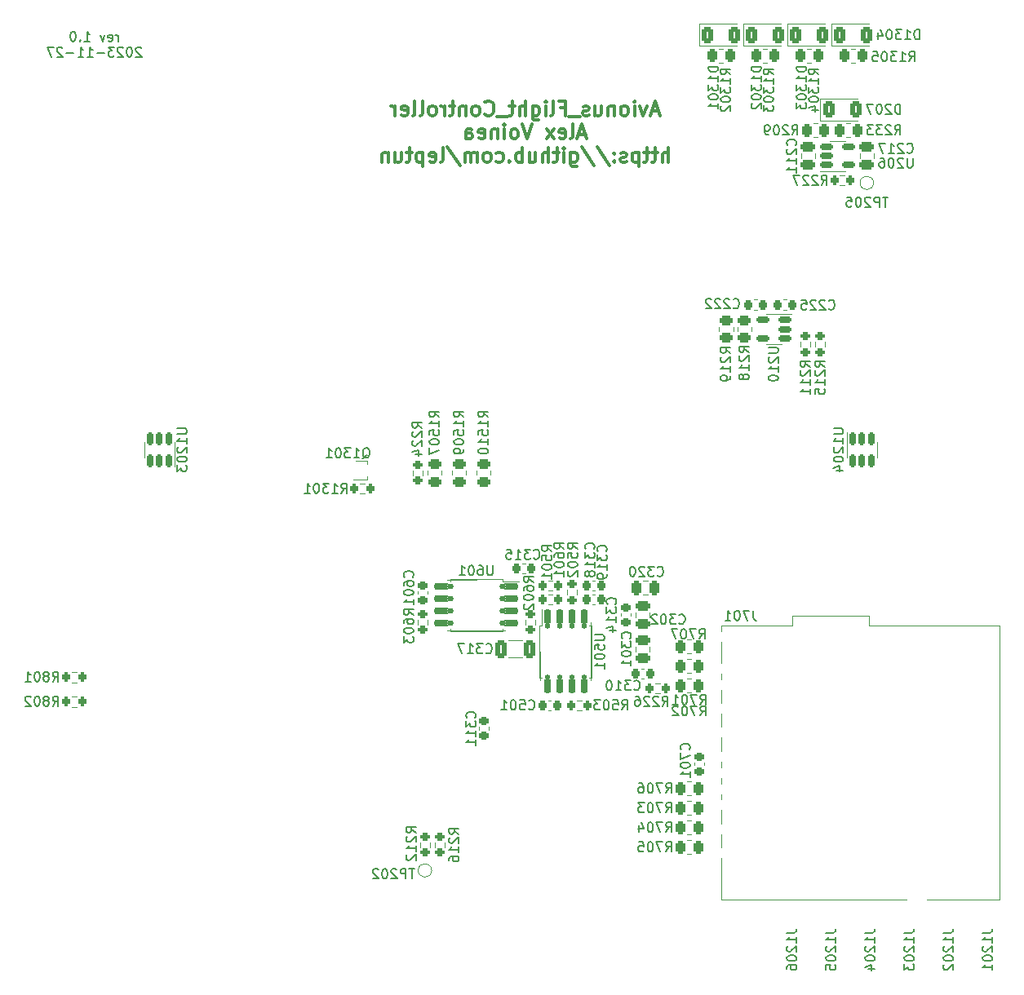
<source format=gbo>
%TF.GenerationSoftware,KiCad,Pcbnew,7.0.9*%
%TF.CreationDate,2023-11-27T13:52:55+01:00*%
%TF.ProjectId,Avionus_Flight_Controller,4176696f-6e75-4735-9f46-6c696768745f,1.0*%
%TF.SameCoordinates,Original*%
%TF.FileFunction,Legend,Bot*%
%TF.FilePolarity,Positive*%
%FSLAX46Y46*%
G04 Gerber Fmt 4.6, Leading zero omitted, Abs format (unit mm)*
G04 Created by KiCad (PCBNEW 7.0.9) date 2023-11-27 13:52:55*
%MOMM*%
%LPD*%
G01*
G04 APERTURE LIST*
G04 Aperture macros list*
%AMRoundRect*
0 Rectangle with rounded corners*
0 $1 Rounding radius*
0 $2 $3 $4 $5 $6 $7 $8 $9 X,Y pos of 4 corners*
0 Add a 4 corners polygon primitive as box body*
4,1,4,$2,$3,$4,$5,$6,$7,$8,$9,$2,$3,0*
0 Add four circle primitives for the rounded corners*
1,1,$1+$1,$2,$3*
1,1,$1+$1,$4,$5*
1,1,$1+$1,$6,$7*
1,1,$1+$1,$8,$9*
0 Add four rect primitives between the rounded corners*
20,1,$1+$1,$2,$3,$4,$5,0*
20,1,$1+$1,$4,$5,$6,$7,0*
20,1,$1+$1,$6,$7,$8,$9,0*
20,1,$1+$1,$8,$9,$2,$3,0*%
G04 Aperture macros list end*
%ADD10C,0.300000*%
%ADD11C,0.150000*%
%ADD12C,0.120000*%
%ADD13C,0.050000*%
%ADD14C,2.050000*%
%ADD15C,2.250000*%
%ADD16R,1.700000X1.700000*%
%ADD17O,1.700000X1.700000*%
%ADD18C,1.080000*%
%ADD19C,2.000000*%
%ADD20C,1.600000*%
%ADD21C,3.200000*%
%ADD22C,0.650000*%
%ADD23C,1.000000*%
%ADD24C,1.300000*%
%ADD25R,3.000000X3.000000*%
%ADD26C,3.000000*%
%ADD27R,2.000000X2.000000*%
%ADD28C,1.020000*%
%ADD29RoundRect,0.250000X-0.262500X-0.450000X0.262500X-0.450000X0.262500X0.450000X-0.262500X0.450000X0*%
%ADD30RoundRect,0.150000X0.150000X-0.512500X0.150000X0.512500X-0.150000X0.512500X-0.150000X-0.512500X0*%
%ADD31RoundRect,0.225000X0.225000X0.250000X-0.225000X0.250000X-0.225000X-0.250000X0.225000X-0.250000X0*%
%ADD32RoundRect,0.125000X-0.125000X0.250000X-0.125000X-0.250000X0.125000X-0.250000X0.125000X0.250000X0*%
%ADD33R,4.300000X3.400000*%
%ADD34RoundRect,0.225000X-0.250000X0.225000X-0.250000X-0.225000X0.250000X-0.225000X0.250000X0.225000X0*%
%ADD35RoundRect,0.150000X0.650000X0.150000X-0.650000X0.150000X-0.650000X-0.150000X0.650000X-0.150000X0*%
%ADD36RoundRect,0.250000X0.262500X0.450000X-0.262500X0.450000X-0.262500X-0.450000X0.262500X-0.450000X0*%
%ADD37RoundRect,0.150000X-0.512500X-0.150000X0.512500X-0.150000X0.512500X0.150000X-0.512500X0.150000X0*%
%ADD38RoundRect,0.200000X-0.275000X0.200000X-0.275000X-0.200000X0.275000X-0.200000X0.275000X0.200000X0*%
%ADD39RoundRect,0.225000X-0.225000X-0.250000X0.225000X-0.250000X0.225000X0.250000X-0.225000X0.250000X0*%
%ADD40RoundRect,0.225000X0.250000X-0.225000X0.250000X0.225000X-0.250000X0.225000X-0.250000X-0.225000X0*%
%ADD41RoundRect,0.250000X-0.375000X-0.625000X0.375000X-0.625000X0.375000X0.625000X-0.375000X0.625000X0*%
%ADD42RoundRect,0.250000X0.325000X0.650000X-0.325000X0.650000X-0.325000X-0.650000X0.325000X-0.650000X0*%
%ADD43RoundRect,0.200000X-0.200000X-0.275000X0.200000X-0.275000X0.200000X0.275000X-0.200000X0.275000X0*%
%ADD44R,0.600000X0.500000*%
%ADD45RoundRect,0.250000X0.450000X-0.262500X0.450000X0.262500X-0.450000X0.262500X-0.450000X-0.262500X0*%
%ADD46RoundRect,0.250000X0.475000X-0.250000X0.475000X0.250000X-0.475000X0.250000X-0.475000X-0.250000X0*%
%ADD47RoundRect,0.200000X0.200000X0.275000X-0.200000X0.275000X-0.200000X-0.275000X0.200000X-0.275000X0*%
%ADD48RoundRect,0.250000X-0.450000X0.262500X-0.450000X-0.262500X0.450000X-0.262500X0.450000X0.262500X0*%
%ADD49RoundRect,0.250000X-0.475000X0.250000X-0.475000X-0.250000X0.475000X-0.250000X0.475000X0.250000X0*%
%ADD50RoundRect,0.200000X0.275000X-0.200000X0.275000X0.200000X-0.275000X0.200000X-0.275000X-0.200000X0*%
%ADD51RoundRect,0.150000X-0.150000X0.512500X-0.150000X-0.512500X0.150000X-0.512500X0.150000X0.512500X0*%
%ADD52RoundRect,0.150000X0.512500X0.150000X-0.512500X0.150000X-0.512500X-0.150000X0.512500X-0.150000X0*%
%ADD53RoundRect,0.250000X-0.250000X-0.475000X0.250000X-0.475000X0.250000X0.475000X-0.250000X0.475000X0*%
%ADD54C,1.500000*%
%ADD55R,1.500000X1.000000*%
%ADD56R,2.000000X1.200000*%
%ADD57RoundRect,0.125000X0.250000X0.125000X-0.250000X0.125000X-0.250000X-0.125000X0.250000X-0.125000X0*%
%ADD58R,3.400000X4.300000*%
%ADD59RoundRect,0.150000X-0.150000X0.650000X-0.150000X-0.650000X0.150000X-0.650000X0.150000X0.650000X0*%
G04 APERTURE END LIST*
D10*
X91545427Y-35366457D02*
X90831142Y-35366457D01*
X91688284Y-35795028D02*
X91188284Y-34295028D01*
X91188284Y-34295028D02*
X90688284Y-35795028D01*
X90331142Y-34795028D02*
X89973999Y-35795028D01*
X89973999Y-35795028D02*
X89616856Y-34795028D01*
X89045428Y-35795028D02*
X89045428Y-34795028D01*
X89045428Y-34295028D02*
X89116856Y-34366457D01*
X89116856Y-34366457D02*
X89045428Y-34437885D01*
X89045428Y-34437885D02*
X88973999Y-34366457D01*
X88973999Y-34366457D02*
X89045428Y-34295028D01*
X89045428Y-34295028D02*
X89045428Y-34437885D01*
X88116856Y-35795028D02*
X88259713Y-35723600D01*
X88259713Y-35723600D02*
X88331142Y-35652171D01*
X88331142Y-35652171D02*
X88402570Y-35509314D01*
X88402570Y-35509314D02*
X88402570Y-35080742D01*
X88402570Y-35080742D02*
X88331142Y-34937885D01*
X88331142Y-34937885D02*
X88259713Y-34866457D01*
X88259713Y-34866457D02*
X88116856Y-34795028D01*
X88116856Y-34795028D02*
X87902570Y-34795028D01*
X87902570Y-34795028D02*
X87759713Y-34866457D01*
X87759713Y-34866457D02*
X87688285Y-34937885D01*
X87688285Y-34937885D02*
X87616856Y-35080742D01*
X87616856Y-35080742D02*
X87616856Y-35509314D01*
X87616856Y-35509314D02*
X87688285Y-35652171D01*
X87688285Y-35652171D02*
X87759713Y-35723600D01*
X87759713Y-35723600D02*
X87902570Y-35795028D01*
X87902570Y-35795028D02*
X88116856Y-35795028D01*
X86973999Y-34795028D02*
X86973999Y-35795028D01*
X86973999Y-34937885D02*
X86902570Y-34866457D01*
X86902570Y-34866457D02*
X86759713Y-34795028D01*
X86759713Y-34795028D02*
X86545427Y-34795028D01*
X86545427Y-34795028D02*
X86402570Y-34866457D01*
X86402570Y-34866457D02*
X86331142Y-35009314D01*
X86331142Y-35009314D02*
X86331142Y-35795028D01*
X84973999Y-34795028D02*
X84973999Y-35795028D01*
X85616856Y-34795028D02*
X85616856Y-35580742D01*
X85616856Y-35580742D02*
X85545427Y-35723600D01*
X85545427Y-35723600D02*
X85402570Y-35795028D01*
X85402570Y-35795028D02*
X85188284Y-35795028D01*
X85188284Y-35795028D02*
X85045427Y-35723600D01*
X85045427Y-35723600D02*
X84973999Y-35652171D01*
X84331141Y-35723600D02*
X84188284Y-35795028D01*
X84188284Y-35795028D02*
X83902570Y-35795028D01*
X83902570Y-35795028D02*
X83759713Y-35723600D01*
X83759713Y-35723600D02*
X83688284Y-35580742D01*
X83688284Y-35580742D02*
X83688284Y-35509314D01*
X83688284Y-35509314D02*
X83759713Y-35366457D01*
X83759713Y-35366457D02*
X83902570Y-35295028D01*
X83902570Y-35295028D02*
X84116856Y-35295028D01*
X84116856Y-35295028D02*
X84259713Y-35223600D01*
X84259713Y-35223600D02*
X84331141Y-35080742D01*
X84331141Y-35080742D02*
X84331141Y-35009314D01*
X84331141Y-35009314D02*
X84259713Y-34866457D01*
X84259713Y-34866457D02*
X84116856Y-34795028D01*
X84116856Y-34795028D02*
X83902570Y-34795028D01*
X83902570Y-34795028D02*
X83759713Y-34866457D01*
X83402570Y-35937885D02*
X82259712Y-35937885D01*
X81402570Y-35009314D02*
X81902570Y-35009314D01*
X81902570Y-35795028D02*
X81902570Y-34295028D01*
X81902570Y-34295028D02*
X81188284Y-34295028D01*
X80402570Y-35795028D02*
X80545427Y-35723600D01*
X80545427Y-35723600D02*
X80616856Y-35580742D01*
X80616856Y-35580742D02*
X80616856Y-34295028D01*
X79831142Y-35795028D02*
X79831142Y-34795028D01*
X79831142Y-34295028D02*
X79902570Y-34366457D01*
X79902570Y-34366457D02*
X79831142Y-34437885D01*
X79831142Y-34437885D02*
X79759713Y-34366457D01*
X79759713Y-34366457D02*
X79831142Y-34295028D01*
X79831142Y-34295028D02*
X79831142Y-34437885D01*
X78473999Y-34795028D02*
X78473999Y-36009314D01*
X78473999Y-36009314D02*
X78545427Y-36152171D01*
X78545427Y-36152171D02*
X78616856Y-36223600D01*
X78616856Y-36223600D02*
X78759713Y-36295028D01*
X78759713Y-36295028D02*
X78973999Y-36295028D01*
X78973999Y-36295028D02*
X79116856Y-36223600D01*
X78473999Y-35723600D02*
X78616856Y-35795028D01*
X78616856Y-35795028D02*
X78902570Y-35795028D01*
X78902570Y-35795028D02*
X79045427Y-35723600D01*
X79045427Y-35723600D02*
X79116856Y-35652171D01*
X79116856Y-35652171D02*
X79188284Y-35509314D01*
X79188284Y-35509314D02*
X79188284Y-35080742D01*
X79188284Y-35080742D02*
X79116856Y-34937885D01*
X79116856Y-34937885D02*
X79045427Y-34866457D01*
X79045427Y-34866457D02*
X78902570Y-34795028D01*
X78902570Y-34795028D02*
X78616856Y-34795028D01*
X78616856Y-34795028D02*
X78473999Y-34866457D01*
X77759713Y-35795028D02*
X77759713Y-34295028D01*
X77116856Y-35795028D02*
X77116856Y-35009314D01*
X77116856Y-35009314D02*
X77188284Y-34866457D01*
X77188284Y-34866457D02*
X77331141Y-34795028D01*
X77331141Y-34795028D02*
X77545427Y-34795028D01*
X77545427Y-34795028D02*
X77688284Y-34866457D01*
X77688284Y-34866457D02*
X77759713Y-34937885D01*
X76616855Y-34795028D02*
X76045427Y-34795028D01*
X76402570Y-34295028D02*
X76402570Y-35580742D01*
X76402570Y-35580742D02*
X76331141Y-35723600D01*
X76331141Y-35723600D02*
X76188284Y-35795028D01*
X76188284Y-35795028D02*
X76045427Y-35795028D01*
X75902570Y-35937885D02*
X74759712Y-35937885D01*
X73545427Y-35652171D02*
X73616855Y-35723600D01*
X73616855Y-35723600D02*
X73831141Y-35795028D01*
X73831141Y-35795028D02*
X73973998Y-35795028D01*
X73973998Y-35795028D02*
X74188284Y-35723600D01*
X74188284Y-35723600D02*
X74331141Y-35580742D01*
X74331141Y-35580742D02*
X74402570Y-35437885D01*
X74402570Y-35437885D02*
X74473998Y-35152171D01*
X74473998Y-35152171D02*
X74473998Y-34937885D01*
X74473998Y-34937885D02*
X74402570Y-34652171D01*
X74402570Y-34652171D02*
X74331141Y-34509314D01*
X74331141Y-34509314D02*
X74188284Y-34366457D01*
X74188284Y-34366457D02*
X73973998Y-34295028D01*
X73973998Y-34295028D02*
X73831141Y-34295028D01*
X73831141Y-34295028D02*
X73616855Y-34366457D01*
X73616855Y-34366457D02*
X73545427Y-34437885D01*
X72688284Y-35795028D02*
X72831141Y-35723600D01*
X72831141Y-35723600D02*
X72902570Y-35652171D01*
X72902570Y-35652171D02*
X72973998Y-35509314D01*
X72973998Y-35509314D02*
X72973998Y-35080742D01*
X72973998Y-35080742D02*
X72902570Y-34937885D01*
X72902570Y-34937885D02*
X72831141Y-34866457D01*
X72831141Y-34866457D02*
X72688284Y-34795028D01*
X72688284Y-34795028D02*
X72473998Y-34795028D01*
X72473998Y-34795028D02*
X72331141Y-34866457D01*
X72331141Y-34866457D02*
X72259713Y-34937885D01*
X72259713Y-34937885D02*
X72188284Y-35080742D01*
X72188284Y-35080742D02*
X72188284Y-35509314D01*
X72188284Y-35509314D02*
X72259713Y-35652171D01*
X72259713Y-35652171D02*
X72331141Y-35723600D01*
X72331141Y-35723600D02*
X72473998Y-35795028D01*
X72473998Y-35795028D02*
X72688284Y-35795028D01*
X71545427Y-34795028D02*
X71545427Y-35795028D01*
X71545427Y-34937885D02*
X71473998Y-34866457D01*
X71473998Y-34866457D02*
X71331141Y-34795028D01*
X71331141Y-34795028D02*
X71116855Y-34795028D01*
X71116855Y-34795028D02*
X70973998Y-34866457D01*
X70973998Y-34866457D02*
X70902570Y-35009314D01*
X70902570Y-35009314D02*
X70902570Y-35795028D01*
X70402569Y-34795028D02*
X69831141Y-34795028D01*
X70188284Y-34295028D02*
X70188284Y-35580742D01*
X70188284Y-35580742D02*
X70116855Y-35723600D01*
X70116855Y-35723600D02*
X69973998Y-35795028D01*
X69973998Y-35795028D02*
X69831141Y-35795028D01*
X69331141Y-35795028D02*
X69331141Y-34795028D01*
X69331141Y-35080742D02*
X69259712Y-34937885D01*
X69259712Y-34937885D02*
X69188284Y-34866457D01*
X69188284Y-34866457D02*
X69045426Y-34795028D01*
X69045426Y-34795028D02*
X68902569Y-34795028D01*
X68188284Y-35795028D02*
X68331141Y-35723600D01*
X68331141Y-35723600D02*
X68402570Y-35652171D01*
X68402570Y-35652171D02*
X68473998Y-35509314D01*
X68473998Y-35509314D02*
X68473998Y-35080742D01*
X68473998Y-35080742D02*
X68402570Y-34937885D01*
X68402570Y-34937885D02*
X68331141Y-34866457D01*
X68331141Y-34866457D02*
X68188284Y-34795028D01*
X68188284Y-34795028D02*
X67973998Y-34795028D01*
X67973998Y-34795028D02*
X67831141Y-34866457D01*
X67831141Y-34866457D02*
X67759713Y-34937885D01*
X67759713Y-34937885D02*
X67688284Y-35080742D01*
X67688284Y-35080742D02*
X67688284Y-35509314D01*
X67688284Y-35509314D02*
X67759713Y-35652171D01*
X67759713Y-35652171D02*
X67831141Y-35723600D01*
X67831141Y-35723600D02*
X67973998Y-35795028D01*
X67973998Y-35795028D02*
X68188284Y-35795028D01*
X66831141Y-35795028D02*
X66973998Y-35723600D01*
X66973998Y-35723600D02*
X67045427Y-35580742D01*
X67045427Y-35580742D02*
X67045427Y-34295028D01*
X66045427Y-35795028D02*
X66188284Y-35723600D01*
X66188284Y-35723600D02*
X66259713Y-35580742D01*
X66259713Y-35580742D02*
X66259713Y-34295028D01*
X64902570Y-35723600D02*
X65045427Y-35795028D01*
X65045427Y-35795028D02*
X65331142Y-35795028D01*
X65331142Y-35795028D02*
X65473999Y-35723600D01*
X65473999Y-35723600D02*
X65545427Y-35580742D01*
X65545427Y-35580742D02*
X65545427Y-35009314D01*
X65545427Y-35009314D02*
X65473999Y-34866457D01*
X65473999Y-34866457D02*
X65331142Y-34795028D01*
X65331142Y-34795028D02*
X65045427Y-34795028D01*
X65045427Y-34795028D02*
X64902570Y-34866457D01*
X64902570Y-34866457D02*
X64831142Y-35009314D01*
X64831142Y-35009314D02*
X64831142Y-35152171D01*
X64831142Y-35152171D02*
X65545427Y-35295028D01*
X64188285Y-35795028D02*
X64188285Y-34795028D01*
X64188285Y-35080742D02*
X64116856Y-34937885D01*
X64116856Y-34937885D02*
X64045428Y-34866457D01*
X64045428Y-34866457D02*
X63902570Y-34795028D01*
X63902570Y-34795028D02*
X63759713Y-34795028D01*
X83973999Y-37781457D02*
X83259714Y-37781457D01*
X84116856Y-38210028D02*
X83616856Y-36710028D01*
X83616856Y-36710028D02*
X83116856Y-38210028D01*
X82402571Y-38210028D02*
X82545428Y-38138600D01*
X82545428Y-38138600D02*
X82616857Y-37995742D01*
X82616857Y-37995742D02*
X82616857Y-36710028D01*
X81259714Y-38138600D02*
X81402571Y-38210028D01*
X81402571Y-38210028D02*
X81688286Y-38210028D01*
X81688286Y-38210028D02*
X81831143Y-38138600D01*
X81831143Y-38138600D02*
X81902571Y-37995742D01*
X81902571Y-37995742D02*
X81902571Y-37424314D01*
X81902571Y-37424314D02*
X81831143Y-37281457D01*
X81831143Y-37281457D02*
X81688286Y-37210028D01*
X81688286Y-37210028D02*
X81402571Y-37210028D01*
X81402571Y-37210028D02*
X81259714Y-37281457D01*
X81259714Y-37281457D02*
X81188286Y-37424314D01*
X81188286Y-37424314D02*
X81188286Y-37567171D01*
X81188286Y-37567171D02*
X81902571Y-37710028D01*
X80688286Y-38210028D02*
X79902572Y-37210028D01*
X80688286Y-37210028D02*
X79902572Y-38210028D01*
X78402571Y-36710028D02*
X77902571Y-38210028D01*
X77902571Y-38210028D02*
X77402571Y-36710028D01*
X76688286Y-38210028D02*
X76831143Y-38138600D01*
X76831143Y-38138600D02*
X76902572Y-38067171D01*
X76902572Y-38067171D02*
X76974000Y-37924314D01*
X76974000Y-37924314D02*
X76974000Y-37495742D01*
X76974000Y-37495742D02*
X76902572Y-37352885D01*
X76902572Y-37352885D02*
X76831143Y-37281457D01*
X76831143Y-37281457D02*
X76688286Y-37210028D01*
X76688286Y-37210028D02*
X76474000Y-37210028D01*
X76474000Y-37210028D02*
X76331143Y-37281457D01*
X76331143Y-37281457D02*
X76259715Y-37352885D01*
X76259715Y-37352885D02*
X76188286Y-37495742D01*
X76188286Y-37495742D02*
X76188286Y-37924314D01*
X76188286Y-37924314D02*
X76259715Y-38067171D01*
X76259715Y-38067171D02*
X76331143Y-38138600D01*
X76331143Y-38138600D02*
X76474000Y-38210028D01*
X76474000Y-38210028D02*
X76688286Y-38210028D01*
X75545429Y-38210028D02*
X75545429Y-37210028D01*
X75545429Y-36710028D02*
X75616857Y-36781457D01*
X75616857Y-36781457D02*
X75545429Y-36852885D01*
X75545429Y-36852885D02*
X75474000Y-36781457D01*
X75474000Y-36781457D02*
X75545429Y-36710028D01*
X75545429Y-36710028D02*
X75545429Y-36852885D01*
X74831143Y-37210028D02*
X74831143Y-38210028D01*
X74831143Y-37352885D02*
X74759714Y-37281457D01*
X74759714Y-37281457D02*
X74616857Y-37210028D01*
X74616857Y-37210028D02*
X74402571Y-37210028D01*
X74402571Y-37210028D02*
X74259714Y-37281457D01*
X74259714Y-37281457D02*
X74188286Y-37424314D01*
X74188286Y-37424314D02*
X74188286Y-38210028D01*
X72902571Y-38138600D02*
X73045428Y-38210028D01*
X73045428Y-38210028D02*
X73331143Y-38210028D01*
X73331143Y-38210028D02*
X73474000Y-38138600D01*
X73474000Y-38138600D02*
X73545428Y-37995742D01*
X73545428Y-37995742D02*
X73545428Y-37424314D01*
X73545428Y-37424314D02*
X73474000Y-37281457D01*
X73474000Y-37281457D02*
X73331143Y-37210028D01*
X73331143Y-37210028D02*
X73045428Y-37210028D01*
X73045428Y-37210028D02*
X72902571Y-37281457D01*
X72902571Y-37281457D02*
X72831143Y-37424314D01*
X72831143Y-37424314D02*
X72831143Y-37567171D01*
X72831143Y-37567171D02*
X73545428Y-37710028D01*
X71545429Y-38210028D02*
X71545429Y-37424314D01*
X71545429Y-37424314D02*
X71616857Y-37281457D01*
X71616857Y-37281457D02*
X71759714Y-37210028D01*
X71759714Y-37210028D02*
X72045429Y-37210028D01*
X72045429Y-37210028D02*
X72188286Y-37281457D01*
X71545429Y-38138600D02*
X71688286Y-38210028D01*
X71688286Y-38210028D02*
X72045429Y-38210028D01*
X72045429Y-38210028D02*
X72188286Y-38138600D01*
X72188286Y-38138600D02*
X72259714Y-37995742D01*
X72259714Y-37995742D02*
X72259714Y-37852885D01*
X72259714Y-37852885D02*
X72188286Y-37710028D01*
X72188286Y-37710028D02*
X72045429Y-37638600D01*
X72045429Y-37638600D02*
X71688286Y-37638600D01*
X71688286Y-37638600D02*
X71545429Y-37567171D01*
X92581144Y-40625028D02*
X92581144Y-39125028D01*
X91938287Y-40625028D02*
X91938287Y-39839314D01*
X91938287Y-39839314D02*
X92009715Y-39696457D01*
X92009715Y-39696457D02*
X92152572Y-39625028D01*
X92152572Y-39625028D02*
X92366858Y-39625028D01*
X92366858Y-39625028D02*
X92509715Y-39696457D01*
X92509715Y-39696457D02*
X92581144Y-39767885D01*
X91438286Y-39625028D02*
X90866858Y-39625028D01*
X91224001Y-39125028D02*
X91224001Y-40410742D01*
X91224001Y-40410742D02*
X91152572Y-40553600D01*
X91152572Y-40553600D02*
X91009715Y-40625028D01*
X91009715Y-40625028D02*
X90866858Y-40625028D01*
X90581143Y-39625028D02*
X90009715Y-39625028D01*
X90366858Y-39125028D02*
X90366858Y-40410742D01*
X90366858Y-40410742D02*
X90295429Y-40553600D01*
X90295429Y-40553600D02*
X90152572Y-40625028D01*
X90152572Y-40625028D02*
X90009715Y-40625028D01*
X89509715Y-39625028D02*
X89509715Y-41125028D01*
X89509715Y-39696457D02*
X89366858Y-39625028D01*
X89366858Y-39625028D02*
X89081143Y-39625028D01*
X89081143Y-39625028D02*
X88938286Y-39696457D01*
X88938286Y-39696457D02*
X88866858Y-39767885D01*
X88866858Y-39767885D02*
X88795429Y-39910742D01*
X88795429Y-39910742D02*
X88795429Y-40339314D01*
X88795429Y-40339314D02*
X88866858Y-40482171D01*
X88866858Y-40482171D02*
X88938286Y-40553600D01*
X88938286Y-40553600D02*
X89081143Y-40625028D01*
X89081143Y-40625028D02*
X89366858Y-40625028D01*
X89366858Y-40625028D02*
X89509715Y-40553600D01*
X88224000Y-40553600D02*
X88081143Y-40625028D01*
X88081143Y-40625028D02*
X87795429Y-40625028D01*
X87795429Y-40625028D02*
X87652572Y-40553600D01*
X87652572Y-40553600D02*
X87581143Y-40410742D01*
X87581143Y-40410742D02*
X87581143Y-40339314D01*
X87581143Y-40339314D02*
X87652572Y-40196457D01*
X87652572Y-40196457D02*
X87795429Y-40125028D01*
X87795429Y-40125028D02*
X88009715Y-40125028D01*
X88009715Y-40125028D02*
X88152572Y-40053600D01*
X88152572Y-40053600D02*
X88224000Y-39910742D01*
X88224000Y-39910742D02*
X88224000Y-39839314D01*
X88224000Y-39839314D02*
X88152572Y-39696457D01*
X88152572Y-39696457D02*
X88009715Y-39625028D01*
X88009715Y-39625028D02*
X87795429Y-39625028D01*
X87795429Y-39625028D02*
X87652572Y-39696457D01*
X86938286Y-40482171D02*
X86866857Y-40553600D01*
X86866857Y-40553600D02*
X86938286Y-40625028D01*
X86938286Y-40625028D02*
X87009714Y-40553600D01*
X87009714Y-40553600D02*
X86938286Y-40482171D01*
X86938286Y-40482171D02*
X86938286Y-40625028D01*
X86938286Y-39696457D02*
X86866857Y-39767885D01*
X86866857Y-39767885D02*
X86938286Y-39839314D01*
X86938286Y-39839314D02*
X87009714Y-39767885D01*
X87009714Y-39767885D02*
X86938286Y-39696457D01*
X86938286Y-39696457D02*
X86938286Y-39839314D01*
X85152571Y-39053600D02*
X86438285Y-40982171D01*
X83581142Y-39053600D02*
X84866856Y-40982171D01*
X82438285Y-39625028D02*
X82438285Y-40839314D01*
X82438285Y-40839314D02*
X82509713Y-40982171D01*
X82509713Y-40982171D02*
X82581142Y-41053600D01*
X82581142Y-41053600D02*
X82723999Y-41125028D01*
X82723999Y-41125028D02*
X82938285Y-41125028D01*
X82938285Y-41125028D02*
X83081142Y-41053600D01*
X82438285Y-40553600D02*
X82581142Y-40625028D01*
X82581142Y-40625028D02*
X82866856Y-40625028D01*
X82866856Y-40625028D02*
X83009713Y-40553600D01*
X83009713Y-40553600D02*
X83081142Y-40482171D01*
X83081142Y-40482171D02*
X83152570Y-40339314D01*
X83152570Y-40339314D02*
X83152570Y-39910742D01*
X83152570Y-39910742D02*
X83081142Y-39767885D01*
X83081142Y-39767885D02*
X83009713Y-39696457D01*
X83009713Y-39696457D02*
X82866856Y-39625028D01*
X82866856Y-39625028D02*
X82581142Y-39625028D01*
X82581142Y-39625028D02*
X82438285Y-39696457D01*
X81723999Y-40625028D02*
X81723999Y-39625028D01*
X81723999Y-39125028D02*
X81795427Y-39196457D01*
X81795427Y-39196457D02*
X81723999Y-39267885D01*
X81723999Y-39267885D02*
X81652570Y-39196457D01*
X81652570Y-39196457D02*
X81723999Y-39125028D01*
X81723999Y-39125028D02*
X81723999Y-39267885D01*
X81223998Y-39625028D02*
X80652570Y-39625028D01*
X81009713Y-39125028D02*
X81009713Y-40410742D01*
X81009713Y-40410742D02*
X80938284Y-40553600D01*
X80938284Y-40553600D02*
X80795427Y-40625028D01*
X80795427Y-40625028D02*
X80652570Y-40625028D01*
X80152570Y-40625028D02*
X80152570Y-39125028D01*
X79509713Y-40625028D02*
X79509713Y-39839314D01*
X79509713Y-39839314D02*
X79581141Y-39696457D01*
X79581141Y-39696457D02*
X79723998Y-39625028D01*
X79723998Y-39625028D02*
X79938284Y-39625028D01*
X79938284Y-39625028D02*
X80081141Y-39696457D01*
X80081141Y-39696457D02*
X80152570Y-39767885D01*
X78152570Y-39625028D02*
X78152570Y-40625028D01*
X78795427Y-39625028D02*
X78795427Y-40410742D01*
X78795427Y-40410742D02*
X78723998Y-40553600D01*
X78723998Y-40553600D02*
X78581141Y-40625028D01*
X78581141Y-40625028D02*
X78366855Y-40625028D01*
X78366855Y-40625028D02*
X78223998Y-40553600D01*
X78223998Y-40553600D02*
X78152570Y-40482171D01*
X77438284Y-40625028D02*
X77438284Y-39125028D01*
X77438284Y-39696457D02*
X77295427Y-39625028D01*
X77295427Y-39625028D02*
X77009712Y-39625028D01*
X77009712Y-39625028D02*
X76866855Y-39696457D01*
X76866855Y-39696457D02*
X76795427Y-39767885D01*
X76795427Y-39767885D02*
X76723998Y-39910742D01*
X76723998Y-39910742D02*
X76723998Y-40339314D01*
X76723998Y-40339314D02*
X76795427Y-40482171D01*
X76795427Y-40482171D02*
X76866855Y-40553600D01*
X76866855Y-40553600D02*
X77009712Y-40625028D01*
X77009712Y-40625028D02*
X77295427Y-40625028D01*
X77295427Y-40625028D02*
X77438284Y-40553600D01*
X76081141Y-40482171D02*
X76009712Y-40553600D01*
X76009712Y-40553600D02*
X76081141Y-40625028D01*
X76081141Y-40625028D02*
X76152569Y-40553600D01*
X76152569Y-40553600D02*
X76081141Y-40482171D01*
X76081141Y-40482171D02*
X76081141Y-40625028D01*
X74723998Y-40553600D02*
X74866855Y-40625028D01*
X74866855Y-40625028D02*
X75152569Y-40625028D01*
X75152569Y-40625028D02*
X75295426Y-40553600D01*
X75295426Y-40553600D02*
X75366855Y-40482171D01*
X75366855Y-40482171D02*
X75438283Y-40339314D01*
X75438283Y-40339314D02*
X75438283Y-39910742D01*
X75438283Y-39910742D02*
X75366855Y-39767885D01*
X75366855Y-39767885D02*
X75295426Y-39696457D01*
X75295426Y-39696457D02*
X75152569Y-39625028D01*
X75152569Y-39625028D02*
X74866855Y-39625028D01*
X74866855Y-39625028D02*
X74723998Y-39696457D01*
X73866855Y-40625028D02*
X74009712Y-40553600D01*
X74009712Y-40553600D02*
X74081141Y-40482171D01*
X74081141Y-40482171D02*
X74152569Y-40339314D01*
X74152569Y-40339314D02*
X74152569Y-39910742D01*
X74152569Y-39910742D02*
X74081141Y-39767885D01*
X74081141Y-39767885D02*
X74009712Y-39696457D01*
X74009712Y-39696457D02*
X73866855Y-39625028D01*
X73866855Y-39625028D02*
X73652569Y-39625028D01*
X73652569Y-39625028D02*
X73509712Y-39696457D01*
X73509712Y-39696457D02*
X73438284Y-39767885D01*
X73438284Y-39767885D02*
X73366855Y-39910742D01*
X73366855Y-39910742D02*
X73366855Y-40339314D01*
X73366855Y-40339314D02*
X73438284Y-40482171D01*
X73438284Y-40482171D02*
X73509712Y-40553600D01*
X73509712Y-40553600D02*
X73652569Y-40625028D01*
X73652569Y-40625028D02*
X73866855Y-40625028D01*
X72723998Y-40625028D02*
X72723998Y-39625028D01*
X72723998Y-39767885D02*
X72652569Y-39696457D01*
X72652569Y-39696457D02*
X72509712Y-39625028D01*
X72509712Y-39625028D02*
X72295426Y-39625028D01*
X72295426Y-39625028D02*
X72152569Y-39696457D01*
X72152569Y-39696457D02*
X72081141Y-39839314D01*
X72081141Y-39839314D02*
X72081141Y-40625028D01*
X72081141Y-39839314D02*
X72009712Y-39696457D01*
X72009712Y-39696457D02*
X71866855Y-39625028D01*
X71866855Y-39625028D02*
X71652569Y-39625028D01*
X71652569Y-39625028D02*
X71509712Y-39696457D01*
X71509712Y-39696457D02*
X71438283Y-39839314D01*
X71438283Y-39839314D02*
X71438283Y-40625028D01*
X69652569Y-39053600D02*
X70938283Y-40982171D01*
X68938283Y-40625028D02*
X69081140Y-40553600D01*
X69081140Y-40553600D02*
X69152569Y-40410742D01*
X69152569Y-40410742D02*
X69152569Y-39125028D01*
X67795426Y-40553600D02*
X67938283Y-40625028D01*
X67938283Y-40625028D02*
X68223998Y-40625028D01*
X68223998Y-40625028D02*
X68366855Y-40553600D01*
X68366855Y-40553600D02*
X68438283Y-40410742D01*
X68438283Y-40410742D02*
X68438283Y-39839314D01*
X68438283Y-39839314D02*
X68366855Y-39696457D01*
X68366855Y-39696457D02*
X68223998Y-39625028D01*
X68223998Y-39625028D02*
X67938283Y-39625028D01*
X67938283Y-39625028D02*
X67795426Y-39696457D01*
X67795426Y-39696457D02*
X67723998Y-39839314D01*
X67723998Y-39839314D02*
X67723998Y-39982171D01*
X67723998Y-39982171D02*
X68438283Y-40125028D01*
X67081141Y-39625028D02*
X67081141Y-41125028D01*
X67081141Y-39696457D02*
X66938284Y-39625028D01*
X66938284Y-39625028D02*
X66652569Y-39625028D01*
X66652569Y-39625028D02*
X66509712Y-39696457D01*
X66509712Y-39696457D02*
X66438284Y-39767885D01*
X66438284Y-39767885D02*
X66366855Y-39910742D01*
X66366855Y-39910742D02*
X66366855Y-40339314D01*
X66366855Y-40339314D02*
X66438284Y-40482171D01*
X66438284Y-40482171D02*
X66509712Y-40553600D01*
X66509712Y-40553600D02*
X66652569Y-40625028D01*
X66652569Y-40625028D02*
X66938284Y-40625028D01*
X66938284Y-40625028D02*
X67081141Y-40553600D01*
X65938283Y-39625028D02*
X65366855Y-39625028D01*
X65723998Y-39125028D02*
X65723998Y-40410742D01*
X65723998Y-40410742D02*
X65652569Y-40553600D01*
X65652569Y-40553600D02*
X65509712Y-40625028D01*
X65509712Y-40625028D02*
X65366855Y-40625028D01*
X64223998Y-39625028D02*
X64223998Y-40625028D01*
X64866855Y-39625028D02*
X64866855Y-40410742D01*
X64866855Y-40410742D02*
X64795426Y-40553600D01*
X64795426Y-40553600D02*
X64652569Y-40625028D01*
X64652569Y-40625028D02*
X64438283Y-40625028D01*
X64438283Y-40625028D02*
X64295426Y-40553600D01*
X64295426Y-40553600D02*
X64223998Y-40482171D01*
X63509712Y-39625028D02*
X63509712Y-40625028D01*
X63509712Y-39767885D02*
X63438283Y-39696457D01*
X63438283Y-39696457D02*
X63295426Y-39625028D01*
X63295426Y-39625028D02*
X63081140Y-39625028D01*
X63081140Y-39625028D02*
X62938283Y-39696457D01*
X62938283Y-39696457D02*
X62866855Y-39839314D01*
X62866855Y-39839314D02*
X62866855Y-40625028D01*
D11*
X35472380Y-28097819D02*
X35472380Y-27431152D01*
X35472380Y-27621628D02*
X35424761Y-27526390D01*
X35424761Y-27526390D02*
X35377142Y-27478771D01*
X35377142Y-27478771D02*
X35281904Y-27431152D01*
X35281904Y-27431152D02*
X35186666Y-27431152D01*
X34472380Y-28050200D02*
X34567618Y-28097819D01*
X34567618Y-28097819D02*
X34758094Y-28097819D01*
X34758094Y-28097819D02*
X34853332Y-28050200D01*
X34853332Y-28050200D02*
X34900951Y-27954961D01*
X34900951Y-27954961D02*
X34900951Y-27574009D01*
X34900951Y-27574009D02*
X34853332Y-27478771D01*
X34853332Y-27478771D02*
X34758094Y-27431152D01*
X34758094Y-27431152D02*
X34567618Y-27431152D01*
X34567618Y-27431152D02*
X34472380Y-27478771D01*
X34472380Y-27478771D02*
X34424761Y-27574009D01*
X34424761Y-27574009D02*
X34424761Y-27669247D01*
X34424761Y-27669247D02*
X34900951Y-27764485D01*
X34091427Y-27431152D02*
X33853332Y-28097819D01*
X33853332Y-28097819D02*
X33615237Y-27431152D01*
X31948570Y-28097819D02*
X32519998Y-28097819D01*
X32234284Y-28097819D02*
X32234284Y-27097819D01*
X32234284Y-27097819D02*
X32329522Y-27240676D01*
X32329522Y-27240676D02*
X32424760Y-27335914D01*
X32424760Y-27335914D02*
X32519998Y-27383533D01*
X31519998Y-28002580D02*
X31472379Y-28050200D01*
X31472379Y-28050200D02*
X31519998Y-28097819D01*
X31519998Y-28097819D02*
X31567617Y-28050200D01*
X31567617Y-28050200D02*
X31519998Y-28002580D01*
X31519998Y-28002580D02*
X31519998Y-28097819D01*
X30853332Y-27097819D02*
X30758094Y-27097819D01*
X30758094Y-27097819D02*
X30662856Y-27145438D01*
X30662856Y-27145438D02*
X30615237Y-27193057D01*
X30615237Y-27193057D02*
X30567618Y-27288295D01*
X30567618Y-27288295D02*
X30519999Y-27478771D01*
X30519999Y-27478771D02*
X30519999Y-27716866D01*
X30519999Y-27716866D02*
X30567618Y-27907342D01*
X30567618Y-27907342D02*
X30615237Y-28002580D01*
X30615237Y-28002580D02*
X30662856Y-28050200D01*
X30662856Y-28050200D02*
X30758094Y-28097819D01*
X30758094Y-28097819D02*
X30853332Y-28097819D01*
X30853332Y-28097819D02*
X30948570Y-28050200D01*
X30948570Y-28050200D02*
X30996189Y-28002580D01*
X30996189Y-28002580D02*
X31043808Y-27907342D01*
X31043808Y-27907342D02*
X31091427Y-27716866D01*
X31091427Y-27716866D02*
X31091427Y-27478771D01*
X31091427Y-27478771D02*
X31043808Y-27288295D01*
X31043808Y-27288295D02*
X30996189Y-27193057D01*
X30996189Y-27193057D02*
X30948570Y-27145438D01*
X30948570Y-27145438D02*
X30853332Y-27097819D01*
X37877142Y-28803057D02*
X37829523Y-28755438D01*
X37829523Y-28755438D02*
X37734285Y-28707819D01*
X37734285Y-28707819D02*
X37496190Y-28707819D01*
X37496190Y-28707819D02*
X37400952Y-28755438D01*
X37400952Y-28755438D02*
X37353333Y-28803057D01*
X37353333Y-28803057D02*
X37305714Y-28898295D01*
X37305714Y-28898295D02*
X37305714Y-28993533D01*
X37305714Y-28993533D02*
X37353333Y-29136390D01*
X37353333Y-29136390D02*
X37924761Y-29707819D01*
X37924761Y-29707819D02*
X37305714Y-29707819D01*
X36686666Y-28707819D02*
X36591428Y-28707819D01*
X36591428Y-28707819D02*
X36496190Y-28755438D01*
X36496190Y-28755438D02*
X36448571Y-28803057D01*
X36448571Y-28803057D02*
X36400952Y-28898295D01*
X36400952Y-28898295D02*
X36353333Y-29088771D01*
X36353333Y-29088771D02*
X36353333Y-29326866D01*
X36353333Y-29326866D02*
X36400952Y-29517342D01*
X36400952Y-29517342D02*
X36448571Y-29612580D01*
X36448571Y-29612580D02*
X36496190Y-29660200D01*
X36496190Y-29660200D02*
X36591428Y-29707819D01*
X36591428Y-29707819D02*
X36686666Y-29707819D01*
X36686666Y-29707819D02*
X36781904Y-29660200D01*
X36781904Y-29660200D02*
X36829523Y-29612580D01*
X36829523Y-29612580D02*
X36877142Y-29517342D01*
X36877142Y-29517342D02*
X36924761Y-29326866D01*
X36924761Y-29326866D02*
X36924761Y-29088771D01*
X36924761Y-29088771D02*
X36877142Y-28898295D01*
X36877142Y-28898295D02*
X36829523Y-28803057D01*
X36829523Y-28803057D02*
X36781904Y-28755438D01*
X36781904Y-28755438D02*
X36686666Y-28707819D01*
X35972380Y-28803057D02*
X35924761Y-28755438D01*
X35924761Y-28755438D02*
X35829523Y-28707819D01*
X35829523Y-28707819D02*
X35591428Y-28707819D01*
X35591428Y-28707819D02*
X35496190Y-28755438D01*
X35496190Y-28755438D02*
X35448571Y-28803057D01*
X35448571Y-28803057D02*
X35400952Y-28898295D01*
X35400952Y-28898295D02*
X35400952Y-28993533D01*
X35400952Y-28993533D02*
X35448571Y-29136390D01*
X35448571Y-29136390D02*
X36019999Y-29707819D01*
X36019999Y-29707819D02*
X35400952Y-29707819D01*
X35067618Y-28707819D02*
X34448571Y-28707819D01*
X34448571Y-28707819D02*
X34781904Y-29088771D01*
X34781904Y-29088771D02*
X34639047Y-29088771D01*
X34639047Y-29088771D02*
X34543809Y-29136390D01*
X34543809Y-29136390D02*
X34496190Y-29184009D01*
X34496190Y-29184009D02*
X34448571Y-29279247D01*
X34448571Y-29279247D02*
X34448571Y-29517342D01*
X34448571Y-29517342D02*
X34496190Y-29612580D01*
X34496190Y-29612580D02*
X34543809Y-29660200D01*
X34543809Y-29660200D02*
X34639047Y-29707819D01*
X34639047Y-29707819D02*
X34924761Y-29707819D01*
X34924761Y-29707819D02*
X35019999Y-29660200D01*
X35019999Y-29660200D02*
X35067618Y-29612580D01*
X34019999Y-29326866D02*
X33258095Y-29326866D01*
X32258095Y-29707819D02*
X32829523Y-29707819D01*
X32543809Y-29707819D02*
X32543809Y-28707819D01*
X32543809Y-28707819D02*
X32639047Y-28850676D01*
X32639047Y-28850676D02*
X32734285Y-28945914D01*
X32734285Y-28945914D02*
X32829523Y-28993533D01*
X31305714Y-29707819D02*
X31877142Y-29707819D01*
X31591428Y-29707819D02*
X31591428Y-28707819D01*
X31591428Y-28707819D02*
X31686666Y-28850676D01*
X31686666Y-28850676D02*
X31781904Y-28945914D01*
X31781904Y-28945914D02*
X31877142Y-28993533D01*
X30877142Y-29326866D02*
X30115238Y-29326866D01*
X29686666Y-28803057D02*
X29639047Y-28755438D01*
X29639047Y-28755438D02*
X29543809Y-28707819D01*
X29543809Y-28707819D02*
X29305714Y-28707819D01*
X29305714Y-28707819D02*
X29210476Y-28755438D01*
X29210476Y-28755438D02*
X29162857Y-28803057D01*
X29162857Y-28803057D02*
X29115238Y-28898295D01*
X29115238Y-28898295D02*
X29115238Y-28993533D01*
X29115238Y-28993533D02*
X29162857Y-29136390D01*
X29162857Y-29136390D02*
X29734285Y-29707819D01*
X29734285Y-29707819D02*
X29115238Y-29707819D01*
X28781904Y-28707819D02*
X28115238Y-28707819D01*
X28115238Y-28707819D02*
X28543809Y-29707819D01*
X117056819Y-120666095D02*
X117771104Y-120666095D01*
X117771104Y-120666095D02*
X117913961Y-120618476D01*
X117913961Y-120618476D02*
X118009200Y-120523238D01*
X118009200Y-120523238D02*
X118056819Y-120380381D01*
X118056819Y-120380381D02*
X118056819Y-120285143D01*
X118056819Y-121666095D02*
X118056819Y-121094667D01*
X118056819Y-121380381D02*
X117056819Y-121380381D01*
X117056819Y-121380381D02*
X117199676Y-121285143D01*
X117199676Y-121285143D02*
X117294914Y-121189905D01*
X117294914Y-121189905D02*
X117342533Y-121094667D01*
X117152057Y-122047048D02*
X117104438Y-122094667D01*
X117104438Y-122094667D02*
X117056819Y-122189905D01*
X117056819Y-122189905D02*
X117056819Y-122428000D01*
X117056819Y-122428000D02*
X117104438Y-122523238D01*
X117104438Y-122523238D02*
X117152057Y-122570857D01*
X117152057Y-122570857D02*
X117247295Y-122618476D01*
X117247295Y-122618476D02*
X117342533Y-122618476D01*
X117342533Y-122618476D02*
X117485390Y-122570857D01*
X117485390Y-122570857D02*
X118056819Y-121999429D01*
X118056819Y-121999429D02*
X118056819Y-122618476D01*
X117056819Y-123237524D02*
X117056819Y-123332762D01*
X117056819Y-123332762D02*
X117104438Y-123428000D01*
X117104438Y-123428000D02*
X117152057Y-123475619D01*
X117152057Y-123475619D02*
X117247295Y-123523238D01*
X117247295Y-123523238D02*
X117437771Y-123570857D01*
X117437771Y-123570857D02*
X117675866Y-123570857D01*
X117675866Y-123570857D02*
X117866342Y-123523238D01*
X117866342Y-123523238D02*
X117961580Y-123475619D01*
X117961580Y-123475619D02*
X118009200Y-123428000D01*
X118009200Y-123428000D02*
X118056819Y-123332762D01*
X118056819Y-123332762D02*
X118056819Y-123237524D01*
X118056819Y-123237524D02*
X118009200Y-123142286D01*
X118009200Y-123142286D02*
X117961580Y-123094667D01*
X117961580Y-123094667D02*
X117866342Y-123047048D01*
X117866342Y-123047048D02*
X117675866Y-122999429D01*
X117675866Y-122999429D02*
X117437771Y-122999429D01*
X117437771Y-122999429D02*
X117247295Y-123047048D01*
X117247295Y-123047048D02*
X117152057Y-123094667D01*
X117152057Y-123094667D02*
X117104438Y-123142286D01*
X117104438Y-123142286D02*
X117056819Y-123237524D01*
X117056819Y-123904191D02*
X117056819Y-124523238D01*
X117056819Y-124523238D02*
X117437771Y-124189905D01*
X117437771Y-124189905D02*
X117437771Y-124332762D01*
X117437771Y-124332762D02*
X117485390Y-124428000D01*
X117485390Y-124428000D02*
X117533009Y-124475619D01*
X117533009Y-124475619D02*
X117628247Y-124523238D01*
X117628247Y-124523238D02*
X117866342Y-124523238D01*
X117866342Y-124523238D02*
X117961580Y-124475619D01*
X117961580Y-124475619D02*
X118009200Y-124428000D01*
X118009200Y-124428000D02*
X118056819Y-124332762D01*
X118056819Y-124332762D02*
X118056819Y-124047048D01*
X118056819Y-124047048D02*
X118009200Y-123951810D01*
X118009200Y-123951810D02*
X117961580Y-123904191D01*
X125184819Y-120666095D02*
X125899104Y-120666095D01*
X125899104Y-120666095D02*
X126041961Y-120618476D01*
X126041961Y-120618476D02*
X126137200Y-120523238D01*
X126137200Y-120523238D02*
X126184819Y-120380381D01*
X126184819Y-120380381D02*
X126184819Y-120285143D01*
X126184819Y-121666095D02*
X126184819Y-121094667D01*
X126184819Y-121380381D02*
X125184819Y-121380381D01*
X125184819Y-121380381D02*
X125327676Y-121285143D01*
X125327676Y-121285143D02*
X125422914Y-121189905D01*
X125422914Y-121189905D02*
X125470533Y-121094667D01*
X125280057Y-122047048D02*
X125232438Y-122094667D01*
X125232438Y-122094667D02*
X125184819Y-122189905D01*
X125184819Y-122189905D02*
X125184819Y-122428000D01*
X125184819Y-122428000D02*
X125232438Y-122523238D01*
X125232438Y-122523238D02*
X125280057Y-122570857D01*
X125280057Y-122570857D02*
X125375295Y-122618476D01*
X125375295Y-122618476D02*
X125470533Y-122618476D01*
X125470533Y-122618476D02*
X125613390Y-122570857D01*
X125613390Y-122570857D02*
X126184819Y-121999429D01*
X126184819Y-121999429D02*
X126184819Y-122618476D01*
X125184819Y-123237524D02*
X125184819Y-123332762D01*
X125184819Y-123332762D02*
X125232438Y-123428000D01*
X125232438Y-123428000D02*
X125280057Y-123475619D01*
X125280057Y-123475619D02*
X125375295Y-123523238D01*
X125375295Y-123523238D02*
X125565771Y-123570857D01*
X125565771Y-123570857D02*
X125803866Y-123570857D01*
X125803866Y-123570857D02*
X125994342Y-123523238D01*
X125994342Y-123523238D02*
X126089580Y-123475619D01*
X126089580Y-123475619D02*
X126137200Y-123428000D01*
X126137200Y-123428000D02*
X126184819Y-123332762D01*
X126184819Y-123332762D02*
X126184819Y-123237524D01*
X126184819Y-123237524D02*
X126137200Y-123142286D01*
X126137200Y-123142286D02*
X126089580Y-123094667D01*
X126089580Y-123094667D02*
X125994342Y-123047048D01*
X125994342Y-123047048D02*
X125803866Y-122999429D01*
X125803866Y-122999429D02*
X125565771Y-122999429D01*
X125565771Y-122999429D02*
X125375295Y-123047048D01*
X125375295Y-123047048D02*
X125280057Y-123094667D01*
X125280057Y-123094667D02*
X125232438Y-123142286D01*
X125232438Y-123142286D02*
X125184819Y-123237524D01*
X126184819Y-124523238D02*
X126184819Y-123951810D01*
X126184819Y-124237524D02*
X125184819Y-124237524D01*
X125184819Y-124237524D02*
X125327676Y-124142286D01*
X125327676Y-124142286D02*
X125422914Y-124047048D01*
X125422914Y-124047048D02*
X125470533Y-123951810D01*
X121120819Y-120666095D02*
X121835104Y-120666095D01*
X121835104Y-120666095D02*
X121977961Y-120618476D01*
X121977961Y-120618476D02*
X122073200Y-120523238D01*
X122073200Y-120523238D02*
X122120819Y-120380381D01*
X122120819Y-120380381D02*
X122120819Y-120285143D01*
X122120819Y-121666095D02*
X122120819Y-121094667D01*
X122120819Y-121380381D02*
X121120819Y-121380381D01*
X121120819Y-121380381D02*
X121263676Y-121285143D01*
X121263676Y-121285143D02*
X121358914Y-121189905D01*
X121358914Y-121189905D02*
X121406533Y-121094667D01*
X121216057Y-122047048D02*
X121168438Y-122094667D01*
X121168438Y-122094667D02*
X121120819Y-122189905D01*
X121120819Y-122189905D02*
X121120819Y-122428000D01*
X121120819Y-122428000D02*
X121168438Y-122523238D01*
X121168438Y-122523238D02*
X121216057Y-122570857D01*
X121216057Y-122570857D02*
X121311295Y-122618476D01*
X121311295Y-122618476D02*
X121406533Y-122618476D01*
X121406533Y-122618476D02*
X121549390Y-122570857D01*
X121549390Y-122570857D02*
X122120819Y-121999429D01*
X122120819Y-121999429D02*
X122120819Y-122618476D01*
X121120819Y-123237524D02*
X121120819Y-123332762D01*
X121120819Y-123332762D02*
X121168438Y-123428000D01*
X121168438Y-123428000D02*
X121216057Y-123475619D01*
X121216057Y-123475619D02*
X121311295Y-123523238D01*
X121311295Y-123523238D02*
X121501771Y-123570857D01*
X121501771Y-123570857D02*
X121739866Y-123570857D01*
X121739866Y-123570857D02*
X121930342Y-123523238D01*
X121930342Y-123523238D02*
X122025580Y-123475619D01*
X122025580Y-123475619D02*
X122073200Y-123428000D01*
X122073200Y-123428000D02*
X122120819Y-123332762D01*
X122120819Y-123332762D02*
X122120819Y-123237524D01*
X122120819Y-123237524D02*
X122073200Y-123142286D01*
X122073200Y-123142286D02*
X122025580Y-123094667D01*
X122025580Y-123094667D02*
X121930342Y-123047048D01*
X121930342Y-123047048D02*
X121739866Y-122999429D01*
X121739866Y-122999429D02*
X121501771Y-122999429D01*
X121501771Y-122999429D02*
X121311295Y-123047048D01*
X121311295Y-123047048D02*
X121216057Y-123094667D01*
X121216057Y-123094667D02*
X121168438Y-123142286D01*
X121168438Y-123142286D02*
X121120819Y-123237524D01*
X121216057Y-123951810D02*
X121168438Y-123999429D01*
X121168438Y-123999429D02*
X121120819Y-124094667D01*
X121120819Y-124094667D02*
X121120819Y-124332762D01*
X121120819Y-124332762D02*
X121168438Y-124428000D01*
X121168438Y-124428000D02*
X121216057Y-124475619D01*
X121216057Y-124475619D02*
X121311295Y-124523238D01*
X121311295Y-124523238D02*
X121406533Y-124523238D01*
X121406533Y-124523238D02*
X121549390Y-124475619D01*
X121549390Y-124475619D02*
X122120819Y-123904191D01*
X122120819Y-123904191D02*
X122120819Y-124523238D01*
X104864819Y-120666095D02*
X105579104Y-120666095D01*
X105579104Y-120666095D02*
X105721961Y-120618476D01*
X105721961Y-120618476D02*
X105817200Y-120523238D01*
X105817200Y-120523238D02*
X105864819Y-120380381D01*
X105864819Y-120380381D02*
X105864819Y-120285143D01*
X105864819Y-121666095D02*
X105864819Y-121094667D01*
X105864819Y-121380381D02*
X104864819Y-121380381D01*
X104864819Y-121380381D02*
X105007676Y-121285143D01*
X105007676Y-121285143D02*
X105102914Y-121189905D01*
X105102914Y-121189905D02*
X105150533Y-121094667D01*
X104960057Y-122047048D02*
X104912438Y-122094667D01*
X104912438Y-122094667D02*
X104864819Y-122189905D01*
X104864819Y-122189905D02*
X104864819Y-122428000D01*
X104864819Y-122428000D02*
X104912438Y-122523238D01*
X104912438Y-122523238D02*
X104960057Y-122570857D01*
X104960057Y-122570857D02*
X105055295Y-122618476D01*
X105055295Y-122618476D02*
X105150533Y-122618476D01*
X105150533Y-122618476D02*
X105293390Y-122570857D01*
X105293390Y-122570857D02*
X105864819Y-121999429D01*
X105864819Y-121999429D02*
X105864819Y-122618476D01*
X104864819Y-123237524D02*
X104864819Y-123332762D01*
X104864819Y-123332762D02*
X104912438Y-123428000D01*
X104912438Y-123428000D02*
X104960057Y-123475619D01*
X104960057Y-123475619D02*
X105055295Y-123523238D01*
X105055295Y-123523238D02*
X105245771Y-123570857D01*
X105245771Y-123570857D02*
X105483866Y-123570857D01*
X105483866Y-123570857D02*
X105674342Y-123523238D01*
X105674342Y-123523238D02*
X105769580Y-123475619D01*
X105769580Y-123475619D02*
X105817200Y-123428000D01*
X105817200Y-123428000D02*
X105864819Y-123332762D01*
X105864819Y-123332762D02*
X105864819Y-123237524D01*
X105864819Y-123237524D02*
X105817200Y-123142286D01*
X105817200Y-123142286D02*
X105769580Y-123094667D01*
X105769580Y-123094667D02*
X105674342Y-123047048D01*
X105674342Y-123047048D02*
X105483866Y-122999429D01*
X105483866Y-122999429D02*
X105245771Y-122999429D01*
X105245771Y-122999429D02*
X105055295Y-123047048D01*
X105055295Y-123047048D02*
X104960057Y-123094667D01*
X104960057Y-123094667D02*
X104912438Y-123142286D01*
X104912438Y-123142286D02*
X104864819Y-123237524D01*
X104864819Y-124428000D02*
X104864819Y-124237524D01*
X104864819Y-124237524D02*
X104912438Y-124142286D01*
X104912438Y-124142286D02*
X104960057Y-124094667D01*
X104960057Y-124094667D02*
X105102914Y-123999429D01*
X105102914Y-123999429D02*
X105293390Y-123951810D01*
X105293390Y-123951810D02*
X105674342Y-123951810D01*
X105674342Y-123951810D02*
X105769580Y-123999429D01*
X105769580Y-123999429D02*
X105817200Y-124047048D01*
X105817200Y-124047048D02*
X105864819Y-124142286D01*
X105864819Y-124142286D02*
X105864819Y-124332762D01*
X105864819Y-124332762D02*
X105817200Y-124428000D01*
X105817200Y-124428000D02*
X105769580Y-124475619D01*
X105769580Y-124475619D02*
X105674342Y-124523238D01*
X105674342Y-124523238D02*
X105436247Y-124523238D01*
X105436247Y-124523238D02*
X105341009Y-124475619D01*
X105341009Y-124475619D02*
X105293390Y-124428000D01*
X105293390Y-124428000D02*
X105245771Y-124332762D01*
X105245771Y-124332762D02*
X105245771Y-124142286D01*
X105245771Y-124142286D02*
X105293390Y-124047048D01*
X105293390Y-124047048D02*
X105341009Y-123999429D01*
X105341009Y-123999429D02*
X105436247Y-123951810D01*
X112992819Y-120666095D02*
X113707104Y-120666095D01*
X113707104Y-120666095D02*
X113849961Y-120618476D01*
X113849961Y-120618476D02*
X113945200Y-120523238D01*
X113945200Y-120523238D02*
X113992819Y-120380381D01*
X113992819Y-120380381D02*
X113992819Y-120285143D01*
X113992819Y-121666095D02*
X113992819Y-121094667D01*
X113992819Y-121380381D02*
X112992819Y-121380381D01*
X112992819Y-121380381D02*
X113135676Y-121285143D01*
X113135676Y-121285143D02*
X113230914Y-121189905D01*
X113230914Y-121189905D02*
X113278533Y-121094667D01*
X113088057Y-122047048D02*
X113040438Y-122094667D01*
X113040438Y-122094667D02*
X112992819Y-122189905D01*
X112992819Y-122189905D02*
X112992819Y-122428000D01*
X112992819Y-122428000D02*
X113040438Y-122523238D01*
X113040438Y-122523238D02*
X113088057Y-122570857D01*
X113088057Y-122570857D02*
X113183295Y-122618476D01*
X113183295Y-122618476D02*
X113278533Y-122618476D01*
X113278533Y-122618476D02*
X113421390Y-122570857D01*
X113421390Y-122570857D02*
X113992819Y-121999429D01*
X113992819Y-121999429D02*
X113992819Y-122618476D01*
X112992819Y-123237524D02*
X112992819Y-123332762D01*
X112992819Y-123332762D02*
X113040438Y-123428000D01*
X113040438Y-123428000D02*
X113088057Y-123475619D01*
X113088057Y-123475619D02*
X113183295Y-123523238D01*
X113183295Y-123523238D02*
X113373771Y-123570857D01*
X113373771Y-123570857D02*
X113611866Y-123570857D01*
X113611866Y-123570857D02*
X113802342Y-123523238D01*
X113802342Y-123523238D02*
X113897580Y-123475619D01*
X113897580Y-123475619D02*
X113945200Y-123428000D01*
X113945200Y-123428000D02*
X113992819Y-123332762D01*
X113992819Y-123332762D02*
X113992819Y-123237524D01*
X113992819Y-123237524D02*
X113945200Y-123142286D01*
X113945200Y-123142286D02*
X113897580Y-123094667D01*
X113897580Y-123094667D02*
X113802342Y-123047048D01*
X113802342Y-123047048D02*
X113611866Y-122999429D01*
X113611866Y-122999429D02*
X113373771Y-122999429D01*
X113373771Y-122999429D02*
X113183295Y-123047048D01*
X113183295Y-123047048D02*
X113088057Y-123094667D01*
X113088057Y-123094667D02*
X113040438Y-123142286D01*
X113040438Y-123142286D02*
X112992819Y-123237524D01*
X113326152Y-124428000D02*
X113992819Y-124428000D01*
X112945200Y-124189905D02*
X113659485Y-123951810D01*
X113659485Y-123951810D02*
X113659485Y-124570857D01*
X108928819Y-120666095D02*
X109643104Y-120666095D01*
X109643104Y-120666095D02*
X109785961Y-120618476D01*
X109785961Y-120618476D02*
X109881200Y-120523238D01*
X109881200Y-120523238D02*
X109928819Y-120380381D01*
X109928819Y-120380381D02*
X109928819Y-120285143D01*
X109928819Y-121666095D02*
X109928819Y-121094667D01*
X109928819Y-121380381D02*
X108928819Y-121380381D01*
X108928819Y-121380381D02*
X109071676Y-121285143D01*
X109071676Y-121285143D02*
X109166914Y-121189905D01*
X109166914Y-121189905D02*
X109214533Y-121094667D01*
X109024057Y-122047048D02*
X108976438Y-122094667D01*
X108976438Y-122094667D02*
X108928819Y-122189905D01*
X108928819Y-122189905D02*
X108928819Y-122428000D01*
X108928819Y-122428000D02*
X108976438Y-122523238D01*
X108976438Y-122523238D02*
X109024057Y-122570857D01*
X109024057Y-122570857D02*
X109119295Y-122618476D01*
X109119295Y-122618476D02*
X109214533Y-122618476D01*
X109214533Y-122618476D02*
X109357390Y-122570857D01*
X109357390Y-122570857D02*
X109928819Y-121999429D01*
X109928819Y-121999429D02*
X109928819Y-122618476D01*
X108928819Y-123237524D02*
X108928819Y-123332762D01*
X108928819Y-123332762D02*
X108976438Y-123428000D01*
X108976438Y-123428000D02*
X109024057Y-123475619D01*
X109024057Y-123475619D02*
X109119295Y-123523238D01*
X109119295Y-123523238D02*
X109309771Y-123570857D01*
X109309771Y-123570857D02*
X109547866Y-123570857D01*
X109547866Y-123570857D02*
X109738342Y-123523238D01*
X109738342Y-123523238D02*
X109833580Y-123475619D01*
X109833580Y-123475619D02*
X109881200Y-123428000D01*
X109881200Y-123428000D02*
X109928819Y-123332762D01*
X109928819Y-123332762D02*
X109928819Y-123237524D01*
X109928819Y-123237524D02*
X109881200Y-123142286D01*
X109881200Y-123142286D02*
X109833580Y-123094667D01*
X109833580Y-123094667D02*
X109738342Y-123047048D01*
X109738342Y-123047048D02*
X109547866Y-122999429D01*
X109547866Y-122999429D02*
X109309771Y-122999429D01*
X109309771Y-122999429D02*
X109119295Y-123047048D01*
X109119295Y-123047048D02*
X109024057Y-123094667D01*
X109024057Y-123094667D02*
X108976438Y-123142286D01*
X108976438Y-123142286D02*
X108928819Y-123237524D01*
X108928819Y-124475619D02*
X108928819Y-123999429D01*
X108928819Y-123999429D02*
X109405009Y-123951810D01*
X109405009Y-123951810D02*
X109357390Y-123999429D01*
X109357390Y-123999429D02*
X109309771Y-124094667D01*
X109309771Y-124094667D02*
X109309771Y-124332762D01*
X109309771Y-124332762D02*
X109357390Y-124428000D01*
X109357390Y-124428000D02*
X109405009Y-124475619D01*
X109405009Y-124475619D02*
X109500247Y-124523238D01*
X109500247Y-124523238D02*
X109738342Y-124523238D01*
X109738342Y-124523238D02*
X109833580Y-124475619D01*
X109833580Y-124475619D02*
X109881200Y-124428000D01*
X109881200Y-124428000D02*
X109928819Y-124332762D01*
X109928819Y-124332762D02*
X109928819Y-124094667D01*
X109928819Y-124094667D02*
X109881200Y-123999429D01*
X109881200Y-123999429D02*
X109833580Y-123951810D01*
X95759447Y-90116819D02*
X96092780Y-89640628D01*
X96330875Y-90116819D02*
X96330875Y-89116819D01*
X96330875Y-89116819D02*
X95949923Y-89116819D01*
X95949923Y-89116819D02*
X95854685Y-89164438D01*
X95854685Y-89164438D02*
X95807066Y-89212057D01*
X95807066Y-89212057D02*
X95759447Y-89307295D01*
X95759447Y-89307295D02*
X95759447Y-89450152D01*
X95759447Y-89450152D02*
X95807066Y-89545390D01*
X95807066Y-89545390D02*
X95854685Y-89593009D01*
X95854685Y-89593009D02*
X95949923Y-89640628D01*
X95949923Y-89640628D02*
X96330875Y-89640628D01*
X95426113Y-89116819D02*
X94759447Y-89116819D01*
X94759447Y-89116819D02*
X95188018Y-90116819D01*
X94188018Y-89116819D02*
X94092780Y-89116819D01*
X94092780Y-89116819D02*
X93997542Y-89164438D01*
X93997542Y-89164438D02*
X93949923Y-89212057D01*
X93949923Y-89212057D02*
X93902304Y-89307295D01*
X93902304Y-89307295D02*
X93854685Y-89497771D01*
X93854685Y-89497771D02*
X93854685Y-89735866D01*
X93854685Y-89735866D02*
X93902304Y-89926342D01*
X93902304Y-89926342D02*
X93949923Y-90021580D01*
X93949923Y-90021580D02*
X93997542Y-90069200D01*
X93997542Y-90069200D02*
X94092780Y-90116819D01*
X94092780Y-90116819D02*
X94188018Y-90116819D01*
X94188018Y-90116819D02*
X94283256Y-90069200D01*
X94283256Y-90069200D02*
X94330875Y-90021580D01*
X94330875Y-90021580D02*
X94378494Y-89926342D01*
X94378494Y-89926342D02*
X94426113Y-89735866D01*
X94426113Y-89735866D02*
X94426113Y-89497771D01*
X94426113Y-89497771D02*
X94378494Y-89307295D01*
X94378494Y-89307295D02*
X94330875Y-89212057D01*
X94330875Y-89212057D02*
X94283256Y-89164438D01*
X94283256Y-89164438D02*
X94188018Y-89116819D01*
X93521351Y-89116819D02*
X92854685Y-89116819D01*
X92854685Y-89116819D02*
X93283256Y-90116819D01*
X115371285Y-44285819D02*
X114799857Y-44285819D01*
X115085571Y-45285819D02*
X115085571Y-44285819D01*
X114466523Y-45285819D02*
X114466523Y-44285819D01*
X114466523Y-44285819D02*
X114085571Y-44285819D01*
X114085571Y-44285819D02*
X113990333Y-44333438D01*
X113990333Y-44333438D02*
X113942714Y-44381057D01*
X113942714Y-44381057D02*
X113895095Y-44476295D01*
X113895095Y-44476295D02*
X113895095Y-44619152D01*
X113895095Y-44619152D02*
X113942714Y-44714390D01*
X113942714Y-44714390D02*
X113990333Y-44762009D01*
X113990333Y-44762009D02*
X114085571Y-44809628D01*
X114085571Y-44809628D02*
X114466523Y-44809628D01*
X113514142Y-44381057D02*
X113466523Y-44333438D01*
X113466523Y-44333438D02*
X113371285Y-44285819D01*
X113371285Y-44285819D02*
X113133190Y-44285819D01*
X113133190Y-44285819D02*
X113037952Y-44333438D01*
X113037952Y-44333438D02*
X112990333Y-44381057D01*
X112990333Y-44381057D02*
X112942714Y-44476295D01*
X112942714Y-44476295D02*
X112942714Y-44571533D01*
X112942714Y-44571533D02*
X112990333Y-44714390D01*
X112990333Y-44714390D02*
X113561761Y-45285819D01*
X113561761Y-45285819D02*
X112942714Y-45285819D01*
X112323666Y-44285819D02*
X112228428Y-44285819D01*
X112228428Y-44285819D02*
X112133190Y-44333438D01*
X112133190Y-44333438D02*
X112085571Y-44381057D01*
X112085571Y-44381057D02*
X112037952Y-44476295D01*
X112037952Y-44476295D02*
X111990333Y-44666771D01*
X111990333Y-44666771D02*
X111990333Y-44904866D01*
X111990333Y-44904866D02*
X112037952Y-45095342D01*
X112037952Y-45095342D02*
X112085571Y-45190580D01*
X112085571Y-45190580D02*
X112133190Y-45238200D01*
X112133190Y-45238200D02*
X112228428Y-45285819D01*
X112228428Y-45285819D02*
X112323666Y-45285819D01*
X112323666Y-45285819D02*
X112418904Y-45238200D01*
X112418904Y-45238200D02*
X112466523Y-45190580D01*
X112466523Y-45190580D02*
X112514142Y-45095342D01*
X112514142Y-45095342D02*
X112561761Y-44904866D01*
X112561761Y-44904866D02*
X112561761Y-44666771D01*
X112561761Y-44666771D02*
X112514142Y-44476295D01*
X112514142Y-44476295D02*
X112466523Y-44381057D01*
X112466523Y-44381057D02*
X112418904Y-44333438D01*
X112418904Y-44333438D02*
X112323666Y-44285819D01*
X111085571Y-44285819D02*
X111561761Y-44285819D01*
X111561761Y-44285819D02*
X111609380Y-44762009D01*
X111609380Y-44762009D02*
X111561761Y-44714390D01*
X111561761Y-44714390D02*
X111466523Y-44666771D01*
X111466523Y-44666771D02*
X111228428Y-44666771D01*
X111228428Y-44666771D02*
X111133190Y-44714390D01*
X111133190Y-44714390D02*
X111085571Y-44762009D01*
X111085571Y-44762009D02*
X111037952Y-44857247D01*
X111037952Y-44857247D02*
X111037952Y-45095342D01*
X111037952Y-45095342D02*
X111085571Y-45190580D01*
X111085571Y-45190580D02*
X111133190Y-45238200D01*
X111133190Y-45238200D02*
X111228428Y-45285819D01*
X111228428Y-45285819D02*
X111466523Y-45285819D01*
X111466523Y-45285819D02*
X111561761Y-45238200D01*
X111561761Y-45238200D02*
X111609380Y-45190580D01*
X41605819Y-68294524D02*
X42415342Y-68294524D01*
X42415342Y-68294524D02*
X42510580Y-68342143D01*
X42510580Y-68342143D02*
X42558200Y-68389762D01*
X42558200Y-68389762D02*
X42605819Y-68485000D01*
X42605819Y-68485000D02*
X42605819Y-68675476D01*
X42605819Y-68675476D02*
X42558200Y-68770714D01*
X42558200Y-68770714D02*
X42510580Y-68818333D01*
X42510580Y-68818333D02*
X42415342Y-68865952D01*
X42415342Y-68865952D02*
X41605819Y-68865952D01*
X42605819Y-69865952D02*
X42605819Y-69294524D01*
X42605819Y-69580238D02*
X41605819Y-69580238D01*
X41605819Y-69580238D02*
X41748676Y-69485000D01*
X41748676Y-69485000D02*
X41843914Y-69389762D01*
X41843914Y-69389762D02*
X41891533Y-69294524D01*
X41701057Y-70246905D02*
X41653438Y-70294524D01*
X41653438Y-70294524D02*
X41605819Y-70389762D01*
X41605819Y-70389762D02*
X41605819Y-70627857D01*
X41605819Y-70627857D02*
X41653438Y-70723095D01*
X41653438Y-70723095D02*
X41701057Y-70770714D01*
X41701057Y-70770714D02*
X41796295Y-70818333D01*
X41796295Y-70818333D02*
X41891533Y-70818333D01*
X41891533Y-70818333D02*
X42034390Y-70770714D01*
X42034390Y-70770714D02*
X42605819Y-70199286D01*
X42605819Y-70199286D02*
X42605819Y-70818333D01*
X41605819Y-71437381D02*
X41605819Y-71532619D01*
X41605819Y-71532619D02*
X41653438Y-71627857D01*
X41653438Y-71627857D02*
X41701057Y-71675476D01*
X41701057Y-71675476D02*
X41796295Y-71723095D01*
X41796295Y-71723095D02*
X41986771Y-71770714D01*
X41986771Y-71770714D02*
X42224866Y-71770714D01*
X42224866Y-71770714D02*
X42415342Y-71723095D01*
X42415342Y-71723095D02*
X42510580Y-71675476D01*
X42510580Y-71675476D02*
X42558200Y-71627857D01*
X42558200Y-71627857D02*
X42605819Y-71532619D01*
X42605819Y-71532619D02*
X42605819Y-71437381D01*
X42605819Y-71437381D02*
X42558200Y-71342143D01*
X42558200Y-71342143D02*
X42510580Y-71294524D01*
X42510580Y-71294524D02*
X42415342Y-71246905D01*
X42415342Y-71246905D02*
X42224866Y-71199286D01*
X42224866Y-71199286D02*
X41986771Y-71199286D01*
X41986771Y-71199286D02*
X41796295Y-71246905D01*
X41796295Y-71246905D02*
X41701057Y-71294524D01*
X41701057Y-71294524D02*
X41653438Y-71342143D01*
X41653438Y-71342143D02*
X41605819Y-71437381D01*
X41605819Y-72104048D02*
X41605819Y-72723095D01*
X41605819Y-72723095D02*
X41986771Y-72389762D01*
X41986771Y-72389762D02*
X41986771Y-72532619D01*
X41986771Y-72532619D02*
X42034390Y-72627857D01*
X42034390Y-72627857D02*
X42082009Y-72675476D01*
X42082009Y-72675476D02*
X42177247Y-72723095D01*
X42177247Y-72723095D02*
X42415342Y-72723095D01*
X42415342Y-72723095D02*
X42510580Y-72675476D01*
X42510580Y-72675476D02*
X42558200Y-72627857D01*
X42558200Y-72627857D02*
X42605819Y-72532619D01*
X42605819Y-72532619D02*
X42605819Y-72246905D01*
X42605819Y-72246905D02*
X42558200Y-72151667D01*
X42558200Y-72151667D02*
X42510580Y-72104048D01*
X99290047Y-55731580D02*
X99337666Y-55779200D01*
X99337666Y-55779200D02*
X99480523Y-55826819D01*
X99480523Y-55826819D02*
X99575761Y-55826819D01*
X99575761Y-55826819D02*
X99718618Y-55779200D01*
X99718618Y-55779200D02*
X99813856Y-55683961D01*
X99813856Y-55683961D02*
X99861475Y-55588723D01*
X99861475Y-55588723D02*
X99909094Y-55398247D01*
X99909094Y-55398247D02*
X99909094Y-55255390D01*
X99909094Y-55255390D02*
X99861475Y-55064914D01*
X99861475Y-55064914D02*
X99813856Y-54969676D01*
X99813856Y-54969676D02*
X99718618Y-54874438D01*
X99718618Y-54874438D02*
X99575761Y-54826819D01*
X99575761Y-54826819D02*
X99480523Y-54826819D01*
X99480523Y-54826819D02*
X99337666Y-54874438D01*
X99337666Y-54874438D02*
X99290047Y-54922057D01*
X98909094Y-54922057D02*
X98861475Y-54874438D01*
X98861475Y-54874438D02*
X98766237Y-54826819D01*
X98766237Y-54826819D02*
X98528142Y-54826819D01*
X98528142Y-54826819D02*
X98432904Y-54874438D01*
X98432904Y-54874438D02*
X98385285Y-54922057D01*
X98385285Y-54922057D02*
X98337666Y-55017295D01*
X98337666Y-55017295D02*
X98337666Y-55112533D01*
X98337666Y-55112533D02*
X98385285Y-55255390D01*
X98385285Y-55255390D02*
X98956713Y-55826819D01*
X98956713Y-55826819D02*
X98337666Y-55826819D01*
X97956713Y-54922057D02*
X97909094Y-54874438D01*
X97909094Y-54874438D02*
X97813856Y-54826819D01*
X97813856Y-54826819D02*
X97575761Y-54826819D01*
X97575761Y-54826819D02*
X97480523Y-54874438D01*
X97480523Y-54874438D02*
X97432904Y-54922057D01*
X97432904Y-54922057D02*
X97385285Y-55017295D01*
X97385285Y-55017295D02*
X97385285Y-55112533D01*
X97385285Y-55112533D02*
X97432904Y-55255390D01*
X97432904Y-55255390D02*
X98004332Y-55826819D01*
X98004332Y-55826819D02*
X97385285Y-55826819D01*
X97004332Y-54922057D02*
X96956713Y-54874438D01*
X96956713Y-54874438D02*
X96861475Y-54826819D01*
X96861475Y-54826819D02*
X96623380Y-54826819D01*
X96623380Y-54826819D02*
X96528142Y-54874438D01*
X96528142Y-54874438D02*
X96480523Y-54922057D01*
X96480523Y-54922057D02*
X96432904Y-55017295D01*
X96432904Y-55017295D02*
X96432904Y-55112533D01*
X96432904Y-55112533D02*
X96480523Y-55255390D01*
X96480523Y-55255390D02*
X97051951Y-55826819D01*
X97051951Y-55826819D02*
X96432904Y-55826819D01*
X78081047Y-97387580D02*
X78128666Y-97435200D01*
X78128666Y-97435200D02*
X78271523Y-97482819D01*
X78271523Y-97482819D02*
X78366761Y-97482819D01*
X78366761Y-97482819D02*
X78509618Y-97435200D01*
X78509618Y-97435200D02*
X78604856Y-97339961D01*
X78604856Y-97339961D02*
X78652475Y-97244723D01*
X78652475Y-97244723D02*
X78700094Y-97054247D01*
X78700094Y-97054247D02*
X78700094Y-96911390D01*
X78700094Y-96911390D02*
X78652475Y-96720914D01*
X78652475Y-96720914D02*
X78604856Y-96625676D01*
X78604856Y-96625676D02*
X78509618Y-96530438D01*
X78509618Y-96530438D02*
X78366761Y-96482819D01*
X78366761Y-96482819D02*
X78271523Y-96482819D01*
X78271523Y-96482819D02*
X78128666Y-96530438D01*
X78128666Y-96530438D02*
X78081047Y-96578057D01*
X77176285Y-96482819D02*
X77652475Y-96482819D01*
X77652475Y-96482819D02*
X77700094Y-96959009D01*
X77700094Y-96959009D02*
X77652475Y-96911390D01*
X77652475Y-96911390D02*
X77557237Y-96863771D01*
X77557237Y-96863771D02*
X77319142Y-96863771D01*
X77319142Y-96863771D02*
X77223904Y-96911390D01*
X77223904Y-96911390D02*
X77176285Y-96959009D01*
X77176285Y-96959009D02*
X77128666Y-97054247D01*
X77128666Y-97054247D02*
X77128666Y-97292342D01*
X77128666Y-97292342D02*
X77176285Y-97387580D01*
X77176285Y-97387580D02*
X77223904Y-97435200D01*
X77223904Y-97435200D02*
X77319142Y-97482819D01*
X77319142Y-97482819D02*
X77557237Y-97482819D01*
X77557237Y-97482819D02*
X77652475Y-97435200D01*
X77652475Y-97435200D02*
X77700094Y-97387580D01*
X76509618Y-96482819D02*
X76414380Y-96482819D01*
X76414380Y-96482819D02*
X76319142Y-96530438D01*
X76319142Y-96530438D02*
X76271523Y-96578057D01*
X76271523Y-96578057D02*
X76223904Y-96673295D01*
X76223904Y-96673295D02*
X76176285Y-96863771D01*
X76176285Y-96863771D02*
X76176285Y-97101866D01*
X76176285Y-97101866D02*
X76223904Y-97292342D01*
X76223904Y-97292342D02*
X76271523Y-97387580D01*
X76271523Y-97387580D02*
X76319142Y-97435200D01*
X76319142Y-97435200D02*
X76414380Y-97482819D01*
X76414380Y-97482819D02*
X76509618Y-97482819D01*
X76509618Y-97482819D02*
X76604856Y-97435200D01*
X76604856Y-97435200D02*
X76652475Y-97387580D01*
X76652475Y-97387580D02*
X76700094Y-97292342D01*
X76700094Y-97292342D02*
X76747713Y-97101866D01*
X76747713Y-97101866D02*
X76747713Y-96863771D01*
X76747713Y-96863771D02*
X76700094Y-96673295D01*
X76700094Y-96673295D02*
X76652475Y-96578057D01*
X76652475Y-96578057D02*
X76604856Y-96530438D01*
X76604856Y-96530438D02*
X76509618Y-96482819D01*
X75223904Y-97482819D02*
X75795332Y-97482819D01*
X75509618Y-97482819D02*
X75509618Y-96482819D01*
X75509618Y-96482819D02*
X75604856Y-96625676D01*
X75604856Y-96625676D02*
X75700094Y-96720914D01*
X75700094Y-96720914D02*
X75795332Y-96768533D01*
X94720580Y-101623952D02*
X94768200Y-101576333D01*
X94768200Y-101576333D02*
X94815819Y-101433476D01*
X94815819Y-101433476D02*
X94815819Y-101338238D01*
X94815819Y-101338238D02*
X94768200Y-101195381D01*
X94768200Y-101195381D02*
X94672961Y-101100143D01*
X94672961Y-101100143D02*
X94577723Y-101052524D01*
X94577723Y-101052524D02*
X94387247Y-101004905D01*
X94387247Y-101004905D02*
X94244390Y-101004905D01*
X94244390Y-101004905D02*
X94053914Y-101052524D01*
X94053914Y-101052524D02*
X93958676Y-101100143D01*
X93958676Y-101100143D02*
X93863438Y-101195381D01*
X93863438Y-101195381D02*
X93815819Y-101338238D01*
X93815819Y-101338238D02*
X93815819Y-101433476D01*
X93815819Y-101433476D02*
X93863438Y-101576333D01*
X93863438Y-101576333D02*
X93911057Y-101623952D01*
X93815819Y-101957286D02*
X93815819Y-102623952D01*
X93815819Y-102623952D02*
X94815819Y-102195381D01*
X93815819Y-103195381D02*
X93815819Y-103290619D01*
X93815819Y-103290619D02*
X93863438Y-103385857D01*
X93863438Y-103385857D02*
X93911057Y-103433476D01*
X93911057Y-103433476D02*
X94006295Y-103481095D01*
X94006295Y-103481095D02*
X94196771Y-103528714D01*
X94196771Y-103528714D02*
X94434866Y-103528714D01*
X94434866Y-103528714D02*
X94625342Y-103481095D01*
X94625342Y-103481095D02*
X94720580Y-103433476D01*
X94720580Y-103433476D02*
X94768200Y-103385857D01*
X94768200Y-103385857D02*
X94815819Y-103290619D01*
X94815819Y-103290619D02*
X94815819Y-103195381D01*
X94815819Y-103195381D02*
X94768200Y-103100143D01*
X94768200Y-103100143D02*
X94720580Y-103052524D01*
X94720580Y-103052524D02*
X94625342Y-103004905D01*
X94625342Y-103004905D02*
X94434866Y-102957286D01*
X94434866Y-102957286D02*
X94196771Y-102957286D01*
X94196771Y-102957286D02*
X94006295Y-103004905D01*
X94006295Y-103004905D02*
X93911057Y-103052524D01*
X93911057Y-103052524D02*
X93863438Y-103100143D01*
X93863438Y-103100143D02*
X93815819Y-103195381D01*
X94815819Y-104481095D02*
X94815819Y-103909667D01*
X94815819Y-104195381D02*
X93815819Y-104195381D01*
X93815819Y-104195381D02*
X93958676Y-104100143D01*
X93958676Y-104100143D02*
X94053914Y-104004905D01*
X94053914Y-104004905D02*
X94101533Y-103909667D01*
X74358285Y-82508819D02*
X74358285Y-83318342D01*
X74358285Y-83318342D02*
X74310666Y-83413580D01*
X74310666Y-83413580D02*
X74263047Y-83461200D01*
X74263047Y-83461200D02*
X74167809Y-83508819D01*
X74167809Y-83508819D02*
X73977333Y-83508819D01*
X73977333Y-83508819D02*
X73882095Y-83461200D01*
X73882095Y-83461200D02*
X73834476Y-83413580D01*
X73834476Y-83413580D02*
X73786857Y-83318342D01*
X73786857Y-83318342D02*
X73786857Y-82508819D01*
X72882095Y-82508819D02*
X73072571Y-82508819D01*
X73072571Y-82508819D02*
X73167809Y-82556438D01*
X73167809Y-82556438D02*
X73215428Y-82604057D01*
X73215428Y-82604057D02*
X73310666Y-82746914D01*
X73310666Y-82746914D02*
X73358285Y-82937390D01*
X73358285Y-82937390D02*
X73358285Y-83318342D01*
X73358285Y-83318342D02*
X73310666Y-83413580D01*
X73310666Y-83413580D02*
X73263047Y-83461200D01*
X73263047Y-83461200D02*
X73167809Y-83508819D01*
X73167809Y-83508819D02*
X72977333Y-83508819D01*
X72977333Y-83508819D02*
X72882095Y-83461200D01*
X72882095Y-83461200D02*
X72834476Y-83413580D01*
X72834476Y-83413580D02*
X72786857Y-83318342D01*
X72786857Y-83318342D02*
X72786857Y-83080247D01*
X72786857Y-83080247D02*
X72834476Y-82985009D01*
X72834476Y-82985009D02*
X72882095Y-82937390D01*
X72882095Y-82937390D02*
X72977333Y-82889771D01*
X72977333Y-82889771D02*
X73167809Y-82889771D01*
X73167809Y-82889771D02*
X73263047Y-82937390D01*
X73263047Y-82937390D02*
X73310666Y-82985009D01*
X73310666Y-82985009D02*
X73358285Y-83080247D01*
X72167809Y-82508819D02*
X72072571Y-82508819D01*
X72072571Y-82508819D02*
X71977333Y-82556438D01*
X71977333Y-82556438D02*
X71929714Y-82604057D01*
X71929714Y-82604057D02*
X71882095Y-82699295D01*
X71882095Y-82699295D02*
X71834476Y-82889771D01*
X71834476Y-82889771D02*
X71834476Y-83127866D01*
X71834476Y-83127866D02*
X71882095Y-83318342D01*
X71882095Y-83318342D02*
X71929714Y-83413580D01*
X71929714Y-83413580D02*
X71977333Y-83461200D01*
X71977333Y-83461200D02*
X72072571Y-83508819D01*
X72072571Y-83508819D02*
X72167809Y-83508819D01*
X72167809Y-83508819D02*
X72263047Y-83461200D01*
X72263047Y-83461200D02*
X72310666Y-83413580D01*
X72310666Y-83413580D02*
X72358285Y-83318342D01*
X72358285Y-83318342D02*
X72405904Y-83127866D01*
X72405904Y-83127866D02*
X72405904Y-82889771D01*
X72405904Y-82889771D02*
X72358285Y-82699295D01*
X72358285Y-82699295D02*
X72310666Y-82604057D01*
X72310666Y-82604057D02*
X72263047Y-82556438D01*
X72263047Y-82556438D02*
X72167809Y-82508819D01*
X70882095Y-83508819D02*
X71453523Y-83508819D01*
X71167809Y-83508819D02*
X71167809Y-82508819D01*
X71167809Y-82508819D02*
X71263047Y-82651676D01*
X71263047Y-82651676D02*
X71358285Y-82746914D01*
X71358285Y-82746914D02*
X71453523Y-82794533D01*
X108150819Y-31551761D02*
X107674628Y-31218428D01*
X108150819Y-30980333D02*
X107150819Y-30980333D01*
X107150819Y-30980333D02*
X107150819Y-31361285D01*
X107150819Y-31361285D02*
X107198438Y-31456523D01*
X107198438Y-31456523D02*
X107246057Y-31504142D01*
X107246057Y-31504142D02*
X107341295Y-31551761D01*
X107341295Y-31551761D02*
X107484152Y-31551761D01*
X107484152Y-31551761D02*
X107579390Y-31504142D01*
X107579390Y-31504142D02*
X107627009Y-31456523D01*
X107627009Y-31456523D02*
X107674628Y-31361285D01*
X107674628Y-31361285D02*
X107674628Y-30980333D01*
X108150819Y-32504142D02*
X108150819Y-31932714D01*
X108150819Y-32218428D02*
X107150819Y-32218428D01*
X107150819Y-32218428D02*
X107293676Y-32123190D01*
X107293676Y-32123190D02*
X107388914Y-32027952D01*
X107388914Y-32027952D02*
X107436533Y-31932714D01*
X107150819Y-32837476D02*
X107150819Y-33456523D01*
X107150819Y-33456523D02*
X107531771Y-33123190D01*
X107531771Y-33123190D02*
X107531771Y-33266047D01*
X107531771Y-33266047D02*
X107579390Y-33361285D01*
X107579390Y-33361285D02*
X107627009Y-33408904D01*
X107627009Y-33408904D02*
X107722247Y-33456523D01*
X107722247Y-33456523D02*
X107960342Y-33456523D01*
X107960342Y-33456523D02*
X108055580Y-33408904D01*
X108055580Y-33408904D02*
X108103200Y-33361285D01*
X108103200Y-33361285D02*
X108150819Y-33266047D01*
X108150819Y-33266047D02*
X108150819Y-32980333D01*
X108150819Y-32980333D02*
X108103200Y-32885095D01*
X108103200Y-32885095D02*
X108055580Y-32837476D01*
X107150819Y-34075571D02*
X107150819Y-34170809D01*
X107150819Y-34170809D02*
X107198438Y-34266047D01*
X107198438Y-34266047D02*
X107246057Y-34313666D01*
X107246057Y-34313666D02*
X107341295Y-34361285D01*
X107341295Y-34361285D02*
X107531771Y-34408904D01*
X107531771Y-34408904D02*
X107769866Y-34408904D01*
X107769866Y-34408904D02*
X107960342Y-34361285D01*
X107960342Y-34361285D02*
X108055580Y-34313666D01*
X108055580Y-34313666D02*
X108103200Y-34266047D01*
X108103200Y-34266047D02*
X108150819Y-34170809D01*
X108150819Y-34170809D02*
X108150819Y-34075571D01*
X108150819Y-34075571D02*
X108103200Y-33980333D01*
X108103200Y-33980333D02*
X108055580Y-33932714D01*
X108055580Y-33932714D02*
X107960342Y-33885095D01*
X107960342Y-33885095D02*
X107769866Y-33837476D01*
X107769866Y-33837476D02*
X107531771Y-33837476D01*
X107531771Y-33837476D02*
X107341295Y-33885095D01*
X107341295Y-33885095D02*
X107246057Y-33932714D01*
X107246057Y-33932714D02*
X107198438Y-33980333D01*
X107198438Y-33980333D02*
X107150819Y-34075571D01*
X107484152Y-35266047D02*
X108150819Y-35266047D01*
X107103200Y-35027952D02*
X107817485Y-34789857D01*
X107817485Y-34789857D02*
X107817485Y-35408904D01*
X105386047Y-37792819D02*
X105719380Y-37316628D01*
X105957475Y-37792819D02*
X105957475Y-36792819D01*
X105957475Y-36792819D02*
X105576523Y-36792819D01*
X105576523Y-36792819D02*
X105481285Y-36840438D01*
X105481285Y-36840438D02*
X105433666Y-36888057D01*
X105433666Y-36888057D02*
X105386047Y-36983295D01*
X105386047Y-36983295D02*
X105386047Y-37126152D01*
X105386047Y-37126152D02*
X105433666Y-37221390D01*
X105433666Y-37221390D02*
X105481285Y-37269009D01*
X105481285Y-37269009D02*
X105576523Y-37316628D01*
X105576523Y-37316628D02*
X105957475Y-37316628D01*
X105005094Y-36888057D02*
X104957475Y-36840438D01*
X104957475Y-36840438D02*
X104862237Y-36792819D01*
X104862237Y-36792819D02*
X104624142Y-36792819D01*
X104624142Y-36792819D02*
X104528904Y-36840438D01*
X104528904Y-36840438D02*
X104481285Y-36888057D01*
X104481285Y-36888057D02*
X104433666Y-36983295D01*
X104433666Y-36983295D02*
X104433666Y-37078533D01*
X104433666Y-37078533D02*
X104481285Y-37221390D01*
X104481285Y-37221390D02*
X105052713Y-37792819D01*
X105052713Y-37792819D02*
X104433666Y-37792819D01*
X103814618Y-36792819D02*
X103719380Y-36792819D01*
X103719380Y-36792819D02*
X103624142Y-36840438D01*
X103624142Y-36840438D02*
X103576523Y-36888057D01*
X103576523Y-36888057D02*
X103528904Y-36983295D01*
X103528904Y-36983295D02*
X103481285Y-37173771D01*
X103481285Y-37173771D02*
X103481285Y-37411866D01*
X103481285Y-37411866D02*
X103528904Y-37602342D01*
X103528904Y-37602342D02*
X103576523Y-37697580D01*
X103576523Y-37697580D02*
X103624142Y-37745200D01*
X103624142Y-37745200D02*
X103719380Y-37792819D01*
X103719380Y-37792819D02*
X103814618Y-37792819D01*
X103814618Y-37792819D02*
X103909856Y-37745200D01*
X103909856Y-37745200D02*
X103957475Y-37697580D01*
X103957475Y-37697580D02*
X104005094Y-37602342D01*
X104005094Y-37602342D02*
X104052713Y-37411866D01*
X104052713Y-37411866D02*
X104052713Y-37173771D01*
X104052713Y-37173771D02*
X104005094Y-36983295D01*
X104005094Y-36983295D02*
X103957475Y-36888057D01*
X103957475Y-36888057D02*
X103909856Y-36840438D01*
X103909856Y-36840438D02*
X103814618Y-36792819D01*
X103005094Y-37792819D02*
X102814618Y-37792819D01*
X102814618Y-37792819D02*
X102719380Y-37745200D01*
X102719380Y-37745200D02*
X102671761Y-37697580D01*
X102671761Y-37697580D02*
X102576523Y-37554723D01*
X102576523Y-37554723D02*
X102528904Y-37364247D01*
X102528904Y-37364247D02*
X102528904Y-36983295D01*
X102528904Y-36983295D02*
X102576523Y-36888057D01*
X102576523Y-36888057D02*
X102624142Y-36840438D01*
X102624142Y-36840438D02*
X102719380Y-36792819D01*
X102719380Y-36792819D02*
X102909856Y-36792819D01*
X102909856Y-36792819D02*
X103005094Y-36840438D01*
X103005094Y-36840438D02*
X103052713Y-36888057D01*
X103052713Y-36888057D02*
X103100332Y-36983295D01*
X103100332Y-36983295D02*
X103100332Y-37221390D01*
X103100332Y-37221390D02*
X103052713Y-37316628D01*
X103052713Y-37316628D02*
X103005094Y-37364247D01*
X103005094Y-37364247D02*
X102909856Y-37411866D01*
X102909856Y-37411866D02*
X102719380Y-37411866D01*
X102719380Y-37411866D02*
X102624142Y-37364247D01*
X102624142Y-37364247D02*
X102576523Y-37316628D01*
X102576523Y-37316628D02*
X102528904Y-37221390D01*
X109196047Y-55858580D02*
X109243666Y-55906200D01*
X109243666Y-55906200D02*
X109386523Y-55953819D01*
X109386523Y-55953819D02*
X109481761Y-55953819D01*
X109481761Y-55953819D02*
X109624618Y-55906200D01*
X109624618Y-55906200D02*
X109719856Y-55810961D01*
X109719856Y-55810961D02*
X109767475Y-55715723D01*
X109767475Y-55715723D02*
X109815094Y-55525247D01*
X109815094Y-55525247D02*
X109815094Y-55382390D01*
X109815094Y-55382390D02*
X109767475Y-55191914D01*
X109767475Y-55191914D02*
X109719856Y-55096676D01*
X109719856Y-55096676D02*
X109624618Y-55001438D01*
X109624618Y-55001438D02*
X109481761Y-54953819D01*
X109481761Y-54953819D02*
X109386523Y-54953819D01*
X109386523Y-54953819D02*
X109243666Y-55001438D01*
X109243666Y-55001438D02*
X109196047Y-55049057D01*
X108815094Y-55049057D02*
X108767475Y-55001438D01*
X108767475Y-55001438D02*
X108672237Y-54953819D01*
X108672237Y-54953819D02*
X108434142Y-54953819D01*
X108434142Y-54953819D02*
X108338904Y-55001438D01*
X108338904Y-55001438D02*
X108291285Y-55049057D01*
X108291285Y-55049057D02*
X108243666Y-55144295D01*
X108243666Y-55144295D02*
X108243666Y-55239533D01*
X108243666Y-55239533D02*
X108291285Y-55382390D01*
X108291285Y-55382390D02*
X108862713Y-55953819D01*
X108862713Y-55953819D02*
X108243666Y-55953819D01*
X107862713Y-55049057D02*
X107815094Y-55001438D01*
X107815094Y-55001438D02*
X107719856Y-54953819D01*
X107719856Y-54953819D02*
X107481761Y-54953819D01*
X107481761Y-54953819D02*
X107386523Y-55001438D01*
X107386523Y-55001438D02*
X107338904Y-55049057D01*
X107338904Y-55049057D02*
X107291285Y-55144295D01*
X107291285Y-55144295D02*
X107291285Y-55239533D01*
X107291285Y-55239533D02*
X107338904Y-55382390D01*
X107338904Y-55382390D02*
X107910332Y-55953819D01*
X107910332Y-55953819D02*
X107291285Y-55953819D01*
X106386523Y-54953819D02*
X106862713Y-54953819D01*
X106862713Y-54953819D02*
X106910332Y-55430009D01*
X106910332Y-55430009D02*
X106862713Y-55382390D01*
X106862713Y-55382390D02*
X106767475Y-55334771D01*
X106767475Y-55334771D02*
X106529380Y-55334771D01*
X106529380Y-55334771D02*
X106434142Y-55382390D01*
X106434142Y-55382390D02*
X106386523Y-55430009D01*
X106386523Y-55430009D02*
X106338904Y-55525247D01*
X106338904Y-55525247D02*
X106338904Y-55763342D01*
X106338904Y-55763342D02*
X106386523Y-55858580D01*
X106386523Y-55858580D02*
X106434142Y-55906200D01*
X106434142Y-55906200D02*
X106529380Y-55953819D01*
X106529380Y-55953819D02*
X106767475Y-55953819D01*
X106767475Y-55953819D02*
X106862713Y-55906200D01*
X106862713Y-55906200D02*
X106910332Y-55858580D01*
X117919285Y-40221819D02*
X117919285Y-41031342D01*
X117919285Y-41031342D02*
X117871666Y-41126580D01*
X117871666Y-41126580D02*
X117824047Y-41174200D01*
X117824047Y-41174200D02*
X117728809Y-41221819D01*
X117728809Y-41221819D02*
X117538333Y-41221819D01*
X117538333Y-41221819D02*
X117443095Y-41174200D01*
X117443095Y-41174200D02*
X117395476Y-41126580D01*
X117395476Y-41126580D02*
X117347857Y-41031342D01*
X117347857Y-41031342D02*
X117347857Y-40221819D01*
X116919285Y-40317057D02*
X116871666Y-40269438D01*
X116871666Y-40269438D02*
X116776428Y-40221819D01*
X116776428Y-40221819D02*
X116538333Y-40221819D01*
X116538333Y-40221819D02*
X116443095Y-40269438D01*
X116443095Y-40269438D02*
X116395476Y-40317057D01*
X116395476Y-40317057D02*
X116347857Y-40412295D01*
X116347857Y-40412295D02*
X116347857Y-40507533D01*
X116347857Y-40507533D02*
X116395476Y-40650390D01*
X116395476Y-40650390D02*
X116966904Y-41221819D01*
X116966904Y-41221819D02*
X116347857Y-41221819D01*
X115728809Y-40221819D02*
X115633571Y-40221819D01*
X115633571Y-40221819D02*
X115538333Y-40269438D01*
X115538333Y-40269438D02*
X115490714Y-40317057D01*
X115490714Y-40317057D02*
X115443095Y-40412295D01*
X115443095Y-40412295D02*
X115395476Y-40602771D01*
X115395476Y-40602771D02*
X115395476Y-40840866D01*
X115395476Y-40840866D02*
X115443095Y-41031342D01*
X115443095Y-41031342D02*
X115490714Y-41126580D01*
X115490714Y-41126580D02*
X115538333Y-41174200D01*
X115538333Y-41174200D02*
X115633571Y-41221819D01*
X115633571Y-41221819D02*
X115728809Y-41221819D01*
X115728809Y-41221819D02*
X115824047Y-41174200D01*
X115824047Y-41174200D02*
X115871666Y-41126580D01*
X115871666Y-41126580D02*
X115919285Y-41031342D01*
X115919285Y-41031342D02*
X115966904Y-40840866D01*
X115966904Y-40840866D02*
X115966904Y-40602771D01*
X115966904Y-40602771D02*
X115919285Y-40412295D01*
X115919285Y-40412295D02*
X115871666Y-40317057D01*
X115871666Y-40317057D02*
X115824047Y-40269438D01*
X115824047Y-40269438D02*
X115728809Y-40221819D01*
X114538333Y-40221819D02*
X114728809Y-40221819D01*
X114728809Y-40221819D02*
X114824047Y-40269438D01*
X114824047Y-40269438D02*
X114871666Y-40317057D01*
X114871666Y-40317057D02*
X114966904Y-40459914D01*
X114966904Y-40459914D02*
X115014523Y-40650390D01*
X115014523Y-40650390D02*
X115014523Y-41031342D01*
X115014523Y-41031342D02*
X114966904Y-41126580D01*
X114966904Y-41126580D02*
X114919285Y-41174200D01*
X114919285Y-41174200D02*
X114824047Y-41221819D01*
X114824047Y-41221819D02*
X114633571Y-41221819D01*
X114633571Y-41221819D02*
X114538333Y-41174200D01*
X114538333Y-41174200D02*
X114490714Y-41126580D01*
X114490714Y-41126580D02*
X114443095Y-41031342D01*
X114443095Y-41031342D02*
X114443095Y-40793247D01*
X114443095Y-40793247D02*
X114490714Y-40698009D01*
X114490714Y-40698009D02*
X114538333Y-40650390D01*
X114538333Y-40650390D02*
X114633571Y-40602771D01*
X114633571Y-40602771D02*
X114824047Y-40602771D01*
X114824047Y-40602771D02*
X114919285Y-40650390D01*
X114919285Y-40650390D02*
X114966904Y-40698009D01*
X114966904Y-40698009D02*
X115014523Y-40793247D01*
X95861047Y-98092419D02*
X96194380Y-97616228D01*
X96432475Y-98092419D02*
X96432475Y-97092419D01*
X96432475Y-97092419D02*
X96051523Y-97092419D01*
X96051523Y-97092419D02*
X95956285Y-97140038D01*
X95956285Y-97140038D02*
X95908666Y-97187657D01*
X95908666Y-97187657D02*
X95861047Y-97282895D01*
X95861047Y-97282895D02*
X95861047Y-97425752D01*
X95861047Y-97425752D02*
X95908666Y-97520990D01*
X95908666Y-97520990D02*
X95956285Y-97568609D01*
X95956285Y-97568609D02*
X96051523Y-97616228D01*
X96051523Y-97616228D02*
X96432475Y-97616228D01*
X95527713Y-97092419D02*
X94861047Y-97092419D01*
X94861047Y-97092419D02*
X95289618Y-98092419D01*
X94289618Y-97092419D02*
X94194380Y-97092419D01*
X94194380Y-97092419D02*
X94099142Y-97140038D01*
X94099142Y-97140038D02*
X94051523Y-97187657D01*
X94051523Y-97187657D02*
X94003904Y-97282895D01*
X94003904Y-97282895D02*
X93956285Y-97473371D01*
X93956285Y-97473371D02*
X93956285Y-97711466D01*
X93956285Y-97711466D02*
X94003904Y-97901942D01*
X94003904Y-97901942D02*
X94051523Y-97997180D01*
X94051523Y-97997180D02*
X94099142Y-98044800D01*
X94099142Y-98044800D02*
X94194380Y-98092419D01*
X94194380Y-98092419D02*
X94289618Y-98092419D01*
X94289618Y-98092419D02*
X94384856Y-98044800D01*
X94384856Y-98044800D02*
X94432475Y-97997180D01*
X94432475Y-97997180D02*
X94480094Y-97901942D01*
X94480094Y-97901942D02*
X94527713Y-97711466D01*
X94527713Y-97711466D02*
X94527713Y-97473371D01*
X94527713Y-97473371D02*
X94480094Y-97282895D01*
X94480094Y-97282895D02*
X94432475Y-97187657D01*
X94432475Y-97187657D02*
X94384856Y-97140038D01*
X94384856Y-97140038D02*
X94289618Y-97092419D01*
X93575332Y-97187657D02*
X93527713Y-97140038D01*
X93527713Y-97140038D02*
X93432475Y-97092419D01*
X93432475Y-97092419D02*
X93194380Y-97092419D01*
X93194380Y-97092419D02*
X93099142Y-97140038D01*
X93099142Y-97140038D02*
X93051523Y-97187657D01*
X93051523Y-97187657D02*
X93003904Y-97282895D01*
X93003904Y-97282895D02*
X93003904Y-97378133D01*
X93003904Y-97378133D02*
X93051523Y-97520990D01*
X93051523Y-97520990D02*
X93622951Y-98092419D01*
X93622951Y-98092419D02*
X93003904Y-98092419D01*
X92305047Y-110182819D02*
X92638380Y-109706628D01*
X92876475Y-110182819D02*
X92876475Y-109182819D01*
X92876475Y-109182819D02*
X92495523Y-109182819D01*
X92495523Y-109182819D02*
X92400285Y-109230438D01*
X92400285Y-109230438D02*
X92352666Y-109278057D01*
X92352666Y-109278057D02*
X92305047Y-109373295D01*
X92305047Y-109373295D02*
X92305047Y-109516152D01*
X92305047Y-109516152D02*
X92352666Y-109611390D01*
X92352666Y-109611390D02*
X92400285Y-109659009D01*
X92400285Y-109659009D02*
X92495523Y-109706628D01*
X92495523Y-109706628D02*
X92876475Y-109706628D01*
X91971713Y-109182819D02*
X91305047Y-109182819D01*
X91305047Y-109182819D02*
X91733618Y-110182819D01*
X90733618Y-109182819D02*
X90638380Y-109182819D01*
X90638380Y-109182819D02*
X90543142Y-109230438D01*
X90543142Y-109230438D02*
X90495523Y-109278057D01*
X90495523Y-109278057D02*
X90447904Y-109373295D01*
X90447904Y-109373295D02*
X90400285Y-109563771D01*
X90400285Y-109563771D02*
X90400285Y-109801866D01*
X90400285Y-109801866D02*
X90447904Y-109992342D01*
X90447904Y-109992342D02*
X90495523Y-110087580D01*
X90495523Y-110087580D02*
X90543142Y-110135200D01*
X90543142Y-110135200D02*
X90638380Y-110182819D01*
X90638380Y-110182819D02*
X90733618Y-110182819D01*
X90733618Y-110182819D02*
X90828856Y-110135200D01*
X90828856Y-110135200D02*
X90876475Y-110087580D01*
X90876475Y-110087580D02*
X90924094Y-109992342D01*
X90924094Y-109992342D02*
X90971713Y-109801866D01*
X90971713Y-109801866D02*
X90971713Y-109563771D01*
X90971713Y-109563771D02*
X90924094Y-109373295D01*
X90924094Y-109373295D02*
X90876475Y-109278057D01*
X90876475Y-109278057D02*
X90828856Y-109230438D01*
X90828856Y-109230438D02*
X90733618Y-109182819D01*
X89543142Y-109516152D02*
X89543142Y-110182819D01*
X89781237Y-109135200D02*
X90019332Y-109849485D01*
X90019332Y-109849485D02*
X89400285Y-109849485D01*
X107261819Y-61872952D02*
X106785628Y-61539619D01*
X107261819Y-61301524D02*
X106261819Y-61301524D01*
X106261819Y-61301524D02*
X106261819Y-61682476D01*
X106261819Y-61682476D02*
X106309438Y-61777714D01*
X106309438Y-61777714D02*
X106357057Y-61825333D01*
X106357057Y-61825333D02*
X106452295Y-61872952D01*
X106452295Y-61872952D02*
X106595152Y-61872952D01*
X106595152Y-61872952D02*
X106690390Y-61825333D01*
X106690390Y-61825333D02*
X106738009Y-61777714D01*
X106738009Y-61777714D02*
X106785628Y-61682476D01*
X106785628Y-61682476D02*
X106785628Y-61301524D01*
X106357057Y-62253905D02*
X106309438Y-62301524D01*
X106309438Y-62301524D02*
X106261819Y-62396762D01*
X106261819Y-62396762D02*
X106261819Y-62634857D01*
X106261819Y-62634857D02*
X106309438Y-62730095D01*
X106309438Y-62730095D02*
X106357057Y-62777714D01*
X106357057Y-62777714D02*
X106452295Y-62825333D01*
X106452295Y-62825333D02*
X106547533Y-62825333D01*
X106547533Y-62825333D02*
X106690390Y-62777714D01*
X106690390Y-62777714D02*
X107261819Y-62206286D01*
X107261819Y-62206286D02*
X107261819Y-62825333D01*
X107261819Y-63777714D02*
X107261819Y-63206286D01*
X107261819Y-63492000D02*
X106261819Y-63492000D01*
X106261819Y-63492000D02*
X106404676Y-63396762D01*
X106404676Y-63396762D02*
X106499914Y-63301524D01*
X106499914Y-63301524D02*
X106547533Y-63206286D01*
X107261819Y-64730095D02*
X107261819Y-64158667D01*
X107261819Y-64444381D02*
X106261819Y-64444381D01*
X106261819Y-64444381D02*
X106404676Y-64349143D01*
X106404676Y-64349143D02*
X106499914Y-64253905D01*
X106499914Y-64253905D02*
X106547533Y-64158667D01*
X87067580Y-86510952D02*
X87115200Y-86463333D01*
X87115200Y-86463333D02*
X87162819Y-86320476D01*
X87162819Y-86320476D02*
X87162819Y-86225238D01*
X87162819Y-86225238D02*
X87115200Y-86082381D01*
X87115200Y-86082381D02*
X87019961Y-85987143D01*
X87019961Y-85987143D02*
X86924723Y-85939524D01*
X86924723Y-85939524D02*
X86734247Y-85891905D01*
X86734247Y-85891905D02*
X86591390Y-85891905D01*
X86591390Y-85891905D02*
X86400914Y-85939524D01*
X86400914Y-85939524D02*
X86305676Y-85987143D01*
X86305676Y-85987143D02*
X86210438Y-86082381D01*
X86210438Y-86082381D02*
X86162819Y-86225238D01*
X86162819Y-86225238D02*
X86162819Y-86320476D01*
X86162819Y-86320476D02*
X86210438Y-86463333D01*
X86210438Y-86463333D02*
X86258057Y-86510952D01*
X86162819Y-86844286D02*
X86162819Y-87463333D01*
X86162819Y-87463333D02*
X86543771Y-87130000D01*
X86543771Y-87130000D02*
X86543771Y-87272857D01*
X86543771Y-87272857D02*
X86591390Y-87368095D01*
X86591390Y-87368095D02*
X86639009Y-87415714D01*
X86639009Y-87415714D02*
X86734247Y-87463333D01*
X86734247Y-87463333D02*
X86972342Y-87463333D01*
X86972342Y-87463333D02*
X87067580Y-87415714D01*
X87067580Y-87415714D02*
X87115200Y-87368095D01*
X87115200Y-87368095D02*
X87162819Y-87272857D01*
X87162819Y-87272857D02*
X87162819Y-86987143D01*
X87162819Y-86987143D02*
X87115200Y-86891905D01*
X87115200Y-86891905D02*
X87067580Y-86844286D01*
X87162819Y-88415714D02*
X87162819Y-87844286D01*
X87162819Y-88130000D02*
X86162819Y-88130000D01*
X86162819Y-88130000D02*
X86305676Y-88034762D01*
X86305676Y-88034762D02*
X86400914Y-87939524D01*
X86400914Y-87939524D02*
X86448533Y-87844286D01*
X86496152Y-89272857D02*
X87162819Y-89272857D01*
X86115200Y-89034762D02*
X86829485Y-88796667D01*
X86829485Y-88796667D02*
X86829485Y-89415714D01*
X89003047Y-95355580D02*
X89050666Y-95403200D01*
X89050666Y-95403200D02*
X89193523Y-95450819D01*
X89193523Y-95450819D02*
X89288761Y-95450819D01*
X89288761Y-95450819D02*
X89431618Y-95403200D01*
X89431618Y-95403200D02*
X89526856Y-95307961D01*
X89526856Y-95307961D02*
X89574475Y-95212723D01*
X89574475Y-95212723D02*
X89622094Y-95022247D01*
X89622094Y-95022247D02*
X89622094Y-94879390D01*
X89622094Y-94879390D02*
X89574475Y-94688914D01*
X89574475Y-94688914D02*
X89526856Y-94593676D01*
X89526856Y-94593676D02*
X89431618Y-94498438D01*
X89431618Y-94498438D02*
X89288761Y-94450819D01*
X89288761Y-94450819D02*
X89193523Y-94450819D01*
X89193523Y-94450819D02*
X89050666Y-94498438D01*
X89050666Y-94498438D02*
X89003047Y-94546057D01*
X88669713Y-94450819D02*
X88050666Y-94450819D01*
X88050666Y-94450819D02*
X88383999Y-94831771D01*
X88383999Y-94831771D02*
X88241142Y-94831771D01*
X88241142Y-94831771D02*
X88145904Y-94879390D01*
X88145904Y-94879390D02*
X88098285Y-94927009D01*
X88098285Y-94927009D02*
X88050666Y-95022247D01*
X88050666Y-95022247D02*
X88050666Y-95260342D01*
X88050666Y-95260342D02*
X88098285Y-95355580D01*
X88098285Y-95355580D02*
X88145904Y-95403200D01*
X88145904Y-95403200D02*
X88241142Y-95450819D01*
X88241142Y-95450819D02*
X88526856Y-95450819D01*
X88526856Y-95450819D02*
X88622094Y-95403200D01*
X88622094Y-95403200D02*
X88669713Y-95355580D01*
X87098285Y-95450819D02*
X87669713Y-95450819D01*
X87383999Y-95450819D02*
X87383999Y-94450819D01*
X87383999Y-94450819D02*
X87479237Y-94593676D01*
X87479237Y-94593676D02*
X87574475Y-94688914D01*
X87574475Y-94688914D02*
X87669713Y-94736533D01*
X86479237Y-94450819D02*
X86383999Y-94450819D01*
X86383999Y-94450819D02*
X86288761Y-94498438D01*
X86288761Y-94498438D02*
X86241142Y-94546057D01*
X86241142Y-94546057D02*
X86193523Y-94641295D01*
X86193523Y-94641295D02*
X86145904Y-94831771D01*
X86145904Y-94831771D02*
X86145904Y-95069866D01*
X86145904Y-95069866D02*
X86193523Y-95260342D01*
X86193523Y-95260342D02*
X86241142Y-95355580D01*
X86241142Y-95355580D02*
X86288761Y-95403200D01*
X86288761Y-95403200D02*
X86383999Y-95450819D01*
X86383999Y-95450819D02*
X86479237Y-95450819D01*
X86479237Y-95450819D02*
X86574475Y-95403200D01*
X86574475Y-95403200D02*
X86622094Y-95355580D01*
X86622094Y-95355580D02*
X86669713Y-95260342D01*
X86669713Y-95260342D02*
X86717332Y-95069866D01*
X86717332Y-95069866D02*
X86717332Y-94831771D01*
X86717332Y-94831771D02*
X86669713Y-94641295D01*
X86669713Y-94641295D02*
X86622094Y-94546057D01*
X86622094Y-94546057D02*
X86574475Y-94498438D01*
X86574475Y-94498438D02*
X86479237Y-94450819D01*
X66018580Y-83716952D02*
X66066200Y-83669333D01*
X66066200Y-83669333D02*
X66113819Y-83526476D01*
X66113819Y-83526476D02*
X66113819Y-83431238D01*
X66113819Y-83431238D02*
X66066200Y-83288381D01*
X66066200Y-83288381D02*
X65970961Y-83193143D01*
X65970961Y-83193143D02*
X65875723Y-83145524D01*
X65875723Y-83145524D02*
X65685247Y-83097905D01*
X65685247Y-83097905D02*
X65542390Y-83097905D01*
X65542390Y-83097905D02*
X65351914Y-83145524D01*
X65351914Y-83145524D02*
X65256676Y-83193143D01*
X65256676Y-83193143D02*
X65161438Y-83288381D01*
X65161438Y-83288381D02*
X65113819Y-83431238D01*
X65113819Y-83431238D02*
X65113819Y-83526476D01*
X65113819Y-83526476D02*
X65161438Y-83669333D01*
X65161438Y-83669333D02*
X65209057Y-83716952D01*
X65113819Y-84574095D02*
X65113819Y-84383619D01*
X65113819Y-84383619D02*
X65161438Y-84288381D01*
X65161438Y-84288381D02*
X65209057Y-84240762D01*
X65209057Y-84240762D02*
X65351914Y-84145524D01*
X65351914Y-84145524D02*
X65542390Y-84097905D01*
X65542390Y-84097905D02*
X65923342Y-84097905D01*
X65923342Y-84097905D02*
X66018580Y-84145524D01*
X66018580Y-84145524D02*
X66066200Y-84193143D01*
X66066200Y-84193143D02*
X66113819Y-84288381D01*
X66113819Y-84288381D02*
X66113819Y-84478857D01*
X66113819Y-84478857D02*
X66066200Y-84574095D01*
X66066200Y-84574095D02*
X66018580Y-84621714D01*
X66018580Y-84621714D02*
X65923342Y-84669333D01*
X65923342Y-84669333D02*
X65685247Y-84669333D01*
X65685247Y-84669333D02*
X65590009Y-84621714D01*
X65590009Y-84621714D02*
X65542390Y-84574095D01*
X65542390Y-84574095D02*
X65494771Y-84478857D01*
X65494771Y-84478857D02*
X65494771Y-84288381D01*
X65494771Y-84288381D02*
X65542390Y-84193143D01*
X65542390Y-84193143D02*
X65590009Y-84145524D01*
X65590009Y-84145524D02*
X65685247Y-84097905D01*
X65113819Y-85288381D02*
X65113819Y-85383619D01*
X65113819Y-85383619D02*
X65161438Y-85478857D01*
X65161438Y-85478857D02*
X65209057Y-85526476D01*
X65209057Y-85526476D02*
X65304295Y-85574095D01*
X65304295Y-85574095D02*
X65494771Y-85621714D01*
X65494771Y-85621714D02*
X65732866Y-85621714D01*
X65732866Y-85621714D02*
X65923342Y-85574095D01*
X65923342Y-85574095D02*
X66018580Y-85526476D01*
X66018580Y-85526476D02*
X66066200Y-85478857D01*
X66066200Y-85478857D02*
X66113819Y-85383619D01*
X66113819Y-85383619D02*
X66113819Y-85288381D01*
X66113819Y-85288381D02*
X66066200Y-85193143D01*
X66066200Y-85193143D02*
X66018580Y-85145524D01*
X66018580Y-85145524D02*
X65923342Y-85097905D01*
X65923342Y-85097905D02*
X65732866Y-85050286D01*
X65732866Y-85050286D02*
X65494771Y-85050286D01*
X65494771Y-85050286D02*
X65304295Y-85097905D01*
X65304295Y-85097905D02*
X65209057Y-85145524D01*
X65209057Y-85145524D02*
X65161438Y-85193143D01*
X65161438Y-85193143D02*
X65113819Y-85288381D01*
X66113819Y-86574095D02*
X66113819Y-86002667D01*
X66113819Y-86288381D02*
X65113819Y-86288381D01*
X65113819Y-86288381D02*
X65256676Y-86193143D01*
X65256676Y-86193143D02*
X65351914Y-86097905D01*
X65351914Y-86097905D02*
X65399533Y-86002667D01*
X106880819Y-30726333D02*
X105880819Y-30726333D01*
X105880819Y-30726333D02*
X105880819Y-30964428D01*
X105880819Y-30964428D02*
X105928438Y-31107285D01*
X105928438Y-31107285D02*
X106023676Y-31202523D01*
X106023676Y-31202523D02*
X106118914Y-31250142D01*
X106118914Y-31250142D02*
X106309390Y-31297761D01*
X106309390Y-31297761D02*
X106452247Y-31297761D01*
X106452247Y-31297761D02*
X106642723Y-31250142D01*
X106642723Y-31250142D02*
X106737961Y-31202523D01*
X106737961Y-31202523D02*
X106833200Y-31107285D01*
X106833200Y-31107285D02*
X106880819Y-30964428D01*
X106880819Y-30964428D02*
X106880819Y-30726333D01*
X106880819Y-32250142D02*
X106880819Y-31678714D01*
X106880819Y-31964428D02*
X105880819Y-31964428D01*
X105880819Y-31964428D02*
X106023676Y-31869190D01*
X106023676Y-31869190D02*
X106118914Y-31773952D01*
X106118914Y-31773952D02*
X106166533Y-31678714D01*
X105880819Y-32583476D02*
X105880819Y-33202523D01*
X105880819Y-33202523D02*
X106261771Y-32869190D01*
X106261771Y-32869190D02*
X106261771Y-33012047D01*
X106261771Y-33012047D02*
X106309390Y-33107285D01*
X106309390Y-33107285D02*
X106357009Y-33154904D01*
X106357009Y-33154904D02*
X106452247Y-33202523D01*
X106452247Y-33202523D02*
X106690342Y-33202523D01*
X106690342Y-33202523D02*
X106785580Y-33154904D01*
X106785580Y-33154904D02*
X106833200Y-33107285D01*
X106833200Y-33107285D02*
X106880819Y-33012047D01*
X106880819Y-33012047D02*
X106880819Y-32726333D01*
X106880819Y-32726333D02*
X106833200Y-32631095D01*
X106833200Y-32631095D02*
X106785580Y-32583476D01*
X105880819Y-33821571D02*
X105880819Y-33916809D01*
X105880819Y-33916809D02*
X105928438Y-34012047D01*
X105928438Y-34012047D02*
X105976057Y-34059666D01*
X105976057Y-34059666D02*
X106071295Y-34107285D01*
X106071295Y-34107285D02*
X106261771Y-34154904D01*
X106261771Y-34154904D02*
X106499866Y-34154904D01*
X106499866Y-34154904D02*
X106690342Y-34107285D01*
X106690342Y-34107285D02*
X106785580Y-34059666D01*
X106785580Y-34059666D02*
X106833200Y-34012047D01*
X106833200Y-34012047D02*
X106880819Y-33916809D01*
X106880819Y-33916809D02*
X106880819Y-33821571D01*
X106880819Y-33821571D02*
X106833200Y-33726333D01*
X106833200Y-33726333D02*
X106785580Y-33678714D01*
X106785580Y-33678714D02*
X106690342Y-33631095D01*
X106690342Y-33631095D02*
X106499866Y-33583476D01*
X106499866Y-33583476D02*
X106261771Y-33583476D01*
X106261771Y-33583476D02*
X106071295Y-33631095D01*
X106071295Y-33631095D02*
X105976057Y-33678714D01*
X105976057Y-33678714D02*
X105928438Y-33726333D01*
X105928438Y-33726333D02*
X105880819Y-33821571D01*
X105880819Y-34488238D02*
X105880819Y-35107285D01*
X105880819Y-35107285D02*
X106261771Y-34773952D01*
X106261771Y-34773952D02*
X106261771Y-34916809D01*
X106261771Y-34916809D02*
X106309390Y-35012047D01*
X106309390Y-35012047D02*
X106357009Y-35059666D01*
X106357009Y-35059666D02*
X106452247Y-35107285D01*
X106452247Y-35107285D02*
X106690342Y-35107285D01*
X106690342Y-35107285D02*
X106785580Y-35059666D01*
X106785580Y-35059666D02*
X106833200Y-35012047D01*
X106833200Y-35012047D02*
X106880819Y-34916809D01*
X106880819Y-34916809D02*
X106880819Y-34631095D01*
X106880819Y-34631095D02*
X106833200Y-34535857D01*
X106833200Y-34535857D02*
X106785580Y-34488238D01*
X117546238Y-30172819D02*
X117879571Y-29696628D01*
X118117666Y-30172819D02*
X118117666Y-29172819D01*
X118117666Y-29172819D02*
X117736714Y-29172819D01*
X117736714Y-29172819D02*
X117641476Y-29220438D01*
X117641476Y-29220438D02*
X117593857Y-29268057D01*
X117593857Y-29268057D02*
X117546238Y-29363295D01*
X117546238Y-29363295D02*
X117546238Y-29506152D01*
X117546238Y-29506152D02*
X117593857Y-29601390D01*
X117593857Y-29601390D02*
X117641476Y-29649009D01*
X117641476Y-29649009D02*
X117736714Y-29696628D01*
X117736714Y-29696628D02*
X118117666Y-29696628D01*
X116593857Y-30172819D02*
X117165285Y-30172819D01*
X116879571Y-30172819D02*
X116879571Y-29172819D01*
X116879571Y-29172819D02*
X116974809Y-29315676D01*
X116974809Y-29315676D02*
X117070047Y-29410914D01*
X117070047Y-29410914D02*
X117165285Y-29458533D01*
X116260523Y-29172819D02*
X115641476Y-29172819D01*
X115641476Y-29172819D02*
X115974809Y-29553771D01*
X115974809Y-29553771D02*
X115831952Y-29553771D01*
X115831952Y-29553771D02*
X115736714Y-29601390D01*
X115736714Y-29601390D02*
X115689095Y-29649009D01*
X115689095Y-29649009D02*
X115641476Y-29744247D01*
X115641476Y-29744247D02*
X115641476Y-29982342D01*
X115641476Y-29982342D02*
X115689095Y-30077580D01*
X115689095Y-30077580D02*
X115736714Y-30125200D01*
X115736714Y-30125200D02*
X115831952Y-30172819D01*
X115831952Y-30172819D02*
X116117666Y-30172819D01*
X116117666Y-30172819D02*
X116212904Y-30125200D01*
X116212904Y-30125200D02*
X116260523Y-30077580D01*
X115022428Y-29172819D02*
X114927190Y-29172819D01*
X114927190Y-29172819D02*
X114831952Y-29220438D01*
X114831952Y-29220438D02*
X114784333Y-29268057D01*
X114784333Y-29268057D02*
X114736714Y-29363295D01*
X114736714Y-29363295D02*
X114689095Y-29553771D01*
X114689095Y-29553771D02*
X114689095Y-29791866D01*
X114689095Y-29791866D02*
X114736714Y-29982342D01*
X114736714Y-29982342D02*
X114784333Y-30077580D01*
X114784333Y-30077580D02*
X114831952Y-30125200D01*
X114831952Y-30125200D02*
X114927190Y-30172819D01*
X114927190Y-30172819D02*
X115022428Y-30172819D01*
X115022428Y-30172819D02*
X115117666Y-30125200D01*
X115117666Y-30125200D02*
X115165285Y-30077580D01*
X115165285Y-30077580D02*
X115212904Y-29982342D01*
X115212904Y-29982342D02*
X115260523Y-29791866D01*
X115260523Y-29791866D02*
X115260523Y-29553771D01*
X115260523Y-29553771D02*
X115212904Y-29363295D01*
X115212904Y-29363295D02*
X115165285Y-29268057D01*
X115165285Y-29268057D02*
X115117666Y-29220438D01*
X115117666Y-29220438D02*
X115022428Y-29172819D01*
X113784333Y-29172819D02*
X114260523Y-29172819D01*
X114260523Y-29172819D02*
X114308142Y-29649009D01*
X114308142Y-29649009D02*
X114260523Y-29601390D01*
X114260523Y-29601390D02*
X114165285Y-29553771D01*
X114165285Y-29553771D02*
X113927190Y-29553771D01*
X113927190Y-29553771D02*
X113831952Y-29601390D01*
X113831952Y-29601390D02*
X113784333Y-29649009D01*
X113784333Y-29649009D02*
X113736714Y-29744247D01*
X113736714Y-29744247D02*
X113736714Y-29982342D01*
X113736714Y-29982342D02*
X113784333Y-30077580D01*
X113784333Y-30077580D02*
X113831952Y-30125200D01*
X113831952Y-30125200D02*
X113927190Y-30172819D01*
X113927190Y-30172819D02*
X114165285Y-30172819D01*
X114165285Y-30172819D02*
X114260523Y-30125200D01*
X114260523Y-30125200D02*
X114308142Y-30077580D01*
X73636047Y-91545580D02*
X73683666Y-91593200D01*
X73683666Y-91593200D02*
X73826523Y-91640819D01*
X73826523Y-91640819D02*
X73921761Y-91640819D01*
X73921761Y-91640819D02*
X74064618Y-91593200D01*
X74064618Y-91593200D02*
X74159856Y-91497961D01*
X74159856Y-91497961D02*
X74207475Y-91402723D01*
X74207475Y-91402723D02*
X74255094Y-91212247D01*
X74255094Y-91212247D02*
X74255094Y-91069390D01*
X74255094Y-91069390D02*
X74207475Y-90878914D01*
X74207475Y-90878914D02*
X74159856Y-90783676D01*
X74159856Y-90783676D02*
X74064618Y-90688438D01*
X74064618Y-90688438D02*
X73921761Y-90640819D01*
X73921761Y-90640819D02*
X73826523Y-90640819D01*
X73826523Y-90640819D02*
X73683666Y-90688438D01*
X73683666Y-90688438D02*
X73636047Y-90736057D01*
X73302713Y-90640819D02*
X72683666Y-90640819D01*
X72683666Y-90640819D02*
X73016999Y-91021771D01*
X73016999Y-91021771D02*
X72874142Y-91021771D01*
X72874142Y-91021771D02*
X72778904Y-91069390D01*
X72778904Y-91069390D02*
X72731285Y-91117009D01*
X72731285Y-91117009D02*
X72683666Y-91212247D01*
X72683666Y-91212247D02*
X72683666Y-91450342D01*
X72683666Y-91450342D02*
X72731285Y-91545580D01*
X72731285Y-91545580D02*
X72778904Y-91593200D01*
X72778904Y-91593200D02*
X72874142Y-91640819D01*
X72874142Y-91640819D02*
X73159856Y-91640819D01*
X73159856Y-91640819D02*
X73255094Y-91593200D01*
X73255094Y-91593200D02*
X73302713Y-91545580D01*
X71731285Y-91640819D02*
X72302713Y-91640819D01*
X72016999Y-91640819D02*
X72016999Y-90640819D01*
X72016999Y-90640819D02*
X72112237Y-90783676D01*
X72112237Y-90783676D02*
X72207475Y-90878914D01*
X72207475Y-90878914D02*
X72302713Y-90926533D01*
X71397951Y-90640819D02*
X70731285Y-90640819D01*
X70731285Y-90640819D02*
X71159856Y-91640819D01*
X92305047Y-112214819D02*
X92638380Y-111738628D01*
X92876475Y-112214819D02*
X92876475Y-111214819D01*
X92876475Y-111214819D02*
X92495523Y-111214819D01*
X92495523Y-111214819D02*
X92400285Y-111262438D01*
X92400285Y-111262438D02*
X92352666Y-111310057D01*
X92352666Y-111310057D02*
X92305047Y-111405295D01*
X92305047Y-111405295D02*
X92305047Y-111548152D01*
X92305047Y-111548152D02*
X92352666Y-111643390D01*
X92352666Y-111643390D02*
X92400285Y-111691009D01*
X92400285Y-111691009D02*
X92495523Y-111738628D01*
X92495523Y-111738628D02*
X92876475Y-111738628D01*
X91971713Y-111214819D02*
X91305047Y-111214819D01*
X91305047Y-111214819D02*
X91733618Y-112214819D01*
X90733618Y-111214819D02*
X90638380Y-111214819D01*
X90638380Y-111214819D02*
X90543142Y-111262438D01*
X90543142Y-111262438D02*
X90495523Y-111310057D01*
X90495523Y-111310057D02*
X90447904Y-111405295D01*
X90447904Y-111405295D02*
X90400285Y-111595771D01*
X90400285Y-111595771D02*
X90400285Y-111833866D01*
X90400285Y-111833866D02*
X90447904Y-112024342D01*
X90447904Y-112024342D02*
X90495523Y-112119580D01*
X90495523Y-112119580D02*
X90543142Y-112167200D01*
X90543142Y-112167200D02*
X90638380Y-112214819D01*
X90638380Y-112214819D02*
X90733618Y-112214819D01*
X90733618Y-112214819D02*
X90828856Y-112167200D01*
X90828856Y-112167200D02*
X90876475Y-112119580D01*
X90876475Y-112119580D02*
X90924094Y-112024342D01*
X90924094Y-112024342D02*
X90971713Y-111833866D01*
X90971713Y-111833866D02*
X90971713Y-111595771D01*
X90971713Y-111595771D02*
X90924094Y-111405295D01*
X90924094Y-111405295D02*
X90876475Y-111310057D01*
X90876475Y-111310057D02*
X90828856Y-111262438D01*
X90828856Y-111262438D02*
X90733618Y-111214819D01*
X89495523Y-111214819D02*
X89971713Y-111214819D01*
X89971713Y-111214819D02*
X90019332Y-111691009D01*
X90019332Y-111691009D02*
X89971713Y-111643390D01*
X89971713Y-111643390D02*
X89876475Y-111595771D01*
X89876475Y-111595771D02*
X89638380Y-111595771D01*
X89638380Y-111595771D02*
X89543142Y-111643390D01*
X89543142Y-111643390D02*
X89495523Y-111691009D01*
X89495523Y-111691009D02*
X89447904Y-111786247D01*
X89447904Y-111786247D02*
X89447904Y-112024342D01*
X89447904Y-112024342D02*
X89495523Y-112119580D01*
X89495523Y-112119580D02*
X89543142Y-112167200D01*
X89543142Y-112167200D02*
X89638380Y-112214819D01*
X89638380Y-112214819D02*
X89876475Y-112214819D01*
X89876475Y-112214819D02*
X89971713Y-112167200D01*
X89971713Y-112167200D02*
X90019332Y-112119580D01*
X99006819Y-31551761D02*
X98530628Y-31218428D01*
X99006819Y-30980333D02*
X98006819Y-30980333D01*
X98006819Y-30980333D02*
X98006819Y-31361285D01*
X98006819Y-31361285D02*
X98054438Y-31456523D01*
X98054438Y-31456523D02*
X98102057Y-31504142D01*
X98102057Y-31504142D02*
X98197295Y-31551761D01*
X98197295Y-31551761D02*
X98340152Y-31551761D01*
X98340152Y-31551761D02*
X98435390Y-31504142D01*
X98435390Y-31504142D02*
X98483009Y-31456523D01*
X98483009Y-31456523D02*
X98530628Y-31361285D01*
X98530628Y-31361285D02*
X98530628Y-30980333D01*
X99006819Y-32504142D02*
X99006819Y-31932714D01*
X99006819Y-32218428D02*
X98006819Y-32218428D01*
X98006819Y-32218428D02*
X98149676Y-32123190D01*
X98149676Y-32123190D02*
X98244914Y-32027952D01*
X98244914Y-32027952D02*
X98292533Y-31932714D01*
X98006819Y-32837476D02*
X98006819Y-33456523D01*
X98006819Y-33456523D02*
X98387771Y-33123190D01*
X98387771Y-33123190D02*
X98387771Y-33266047D01*
X98387771Y-33266047D02*
X98435390Y-33361285D01*
X98435390Y-33361285D02*
X98483009Y-33408904D01*
X98483009Y-33408904D02*
X98578247Y-33456523D01*
X98578247Y-33456523D02*
X98816342Y-33456523D01*
X98816342Y-33456523D02*
X98911580Y-33408904D01*
X98911580Y-33408904D02*
X98959200Y-33361285D01*
X98959200Y-33361285D02*
X99006819Y-33266047D01*
X99006819Y-33266047D02*
X99006819Y-32980333D01*
X99006819Y-32980333D02*
X98959200Y-32885095D01*
X98959200Y-32885095D02*
X98911580Y-32837476D01*
X98006819Y-34075571D02*
X98006819Y-34170809D01*
X98006819Y-34170809D02*
X98054438Y-34266047D01*
X98054438Y-34266047D02*
X98102057Y-34313666D01*
X98102057Y-34313666D02*
X98197295Y-34361285D01*
X98197295Y-34361285D02*
X98387771Y-34408904D01*
X98387771Y-34408904D02*
X98625866Y-34408904D01*
X98625866Y-34408904D02*
X98816342Y-34361285D01*
X98816342Y-34361285D02*
X98911580Y-34313666D01*
X98911580Y-34313666D02*
X98959200Y-34266047D01*
X98959200Y-34266047D02*
X99006819Y-34170809D01*
X99006819Y-34170809D02*
X99006819Y-34075571D01*
X99006819Y-34075571D02*
X98959200Y-33980333D01*
X98959200Y-33980333D02*
X98911580Y-33932714D01*
X98911580Y-33932714D02*
X98816342Y-33885095D01*
X98816342Y-33885095D02*
X98625866Y-33837476D01*
X98625866Y-33837476D02*
X98387771Y-33837476D01*
X98387771Y-33837476D02*
X98197295Y-33885095D01*
X98197295Y-33885095D02*
X98102057Y-33932714D01*
X98102057Y-33932714D02*
X98054438Y-33980333D01*
X98054438Y-33980333D02*
X98006819Y-34075571D01*
X98102057Y-34789857D02*
X98054438Y-34837476D01*
X98054438Y-34837476D02*
X98006819Y-34932714D01*
X98006819Y-34932714D02*
X98006819Y-35170809D01*
X98006819Y-35170809D02*
X98054438Y-35266047D01*
X98054438Y-35266047D02*
X98102057Y-35313666D01*
X98102057Y-35313666D02*
X98197295Y-35361285D01*
X98197295Y-35361285D02*
X98292533Y-35361285D01*
X98292533Y-35361285D02*
X98435390Y-35313666D01*
X98435390Y-35313666D02*
X99006819Y-34742238D01*
X99006819Y-34742238D02*
X99006819Y-35361285D01*
X28678047Y-97101819D02*
X29011380Y-96625628D01*
X29249475Y-97101819D02*
X29249475Y-96101819D01*
X29249475Y-96101819D02*
X28868523Y-96101819D01*
X28868523Y-96101819D02*
X28773285Y-96149438D01*
X28773285Y-96149438D02*
X28725666Y-96197057D01*
X28725666Y-96197057D02*
X28678047Y-96292295D01*
X28678047Y-96292295D02*
X28678047Y-96435152D01*
X28678047Y-96435152D02*
X28725666Y-96530390D01*
X28725666Y-96530390D02*
X28773285Y-96578009D01*
X28773285Y-96578009D02*
X28868523Y-96625628D01*
X28868523Y-96625628D02*
X29249475Y-96625628D01*
X28106618Y-96530390D02*
X28201856Y-96482771D01*
X28201856Y-96482771D02*
X28249475Y-96435152D01*
X28249475Y-96435152D02*
X28297094Y-96339914D01*
X28297094Y-96339914D02*
X28297094Y-96292295D01*
X28297094Y-96292295D02*
X28249475Y-96197057D01*
X28249475Y-96197057D02*
X28201856Y-96149438D01*
X28201856Y-96149438D02*
X28106618Y-96101819D01*
X28106618Y-96101819D02*
X27916142Y-96101819D01*
X27916142Y-96101819D02*
X27820904Y-96149438D01*
X27820904Y-96149438D02*
X27773285Y-96197057D01*
X27773285Y-96197057D02*
X27725666Y-96292295D01*
X27725666Y-96292295D02*
X27725666Y-96339914D01*
X27725666Y-96339914D02*
X27773285Y-96435152D01*
X27773285Y-96435152D02*
X27820904Y-96482771D01*
X27820904Y-96482771D02*
X27916142Y-96530390D01*
X27916142Y-96530390D02*
X28106618Y-96530390D01*
X28106618Y-96530390D02*
X28201856Y-96578009D01*
X28201856Y-96578009D02*
X28249475Y-96625628D01*
X28249475Y-96625628D02*
X28297094Y-96720866D01*
X28297094Y-96720866D02*
X28297094Y-96911342D01*
X28297094Y-96911342D02*
X28249475Y-97006580D01*
X28249475Y-97006580D02*
X28201856Y-97054200D01*
X28201856Y-97054200D02*
X28106618Y-97101819D01*
X28106618Y-97101819D02*
X27916142Y-97101819D01*
X27916142Y-97101819D02*
X27820904Y-97054200D01*
X27820904Y-97054200D02*
X27773285Y-97006580D01*
X27773285Y-97006580D02*
X27725666Y-96911342D01*
X27725666Y-96911342D02*
X27725666Y-96720866D01*
X27725666Y-96720866D02*
X27773285Y-96625628D01*
X27773285Y-96625628D02*
X27820904Y-96578009D01*
X27820904Y-96578009D02*
X27916142Y-96530390D01*
X27106618Y-96101819D02*
X27011380Y-96101819D01*
X27011380Y-96101819D02*
X26916142Y-96149438D01*
X26916142Y-96149438D02*
X26868523Y-96197057D01*
X26868523Y-96197057D02*
X26820904Y-96292295D01*
X26820904Y-96292295D02*
X26773285Y-96482771D01*
X26773285Y-96482771D02*
X26773285Y-96720866D01*
X26773285Y-96720866D02*
X26820904Y-96911342D01*
X26820904Y-96911342D02*
X26868523Y-97006580D01*
X26868523Y-97006580D02*
X26916142Y-97054200D01*
X26916142Y-97054200D02*
X27011380Y-97101819D01*
X27011380Y-97101819D02*
X27106618Y-97101819D01*
X27106618Y-97101819D02*
X27201856Y-97054200D01*
X27201856Y-97054200D02*
X27249475Y-97006580D01*
X27249475Y-97006580D02*
X27297094Y-96911342D01*
X27297094Y-96911342D02*
X27344713Y-96720866D01*
X27344713Y-96720866D02*
X27344713Y-96482771D01*
X27344713Y-96482771D02*
X27297094Y-96292295D01*
X27297094Y-96292295D02*
X27249475Y-96197057D01*
X27249475Y-96197057D02*
X27201856Y-96149438D01*
X27201856Y-96149438D02*
X27106618Y-96101819D01*
X26392332Y-96197057D02*
X26344713Y-96149438D01*
X26344713Y-96149438D02*
X26249475Y-96101819D01*
X26249475Y-96101819D02*
X26011380Y-96101819D01*
X26011380Y-96101819D02*
X25916142Y-96149438D01*
X25916142Y-96149438D02*
X25868523Y-96197057D01*
X25868523Y-96197057D02*
X25820904Y-96292295D01*
X25820904Y-96292295D02*
X25820904Y-96387533D01*
X25820904Y-96387533D02*
X25868523Y-96530390D01*
X25868523Y-96530390D02*
X26439951Y-97101819D01*
X26439951Y-97101819D02*
X25820904Y-97101819D01*
X116625475Y-35633819D02*
X116625475Y-34633819D01*
X116625475Y-34633819D02*
X116387380Y-34633819D01*
X116387380Y-34633819D02*
X116244523Y-34681438D01*
X116244523Y-34681438D02*
X116149285Y-34776676D01*
X116149285Y-34776676D02*
X116101666Y-34871914D01*
X116101666Y-34871914D02*
X116054047Y-35062390D01*
X116054047Y-35062390D02*
X116054047Y-35205247D01*
X116054047Y-35205247D02*
X116101666Y-35395723D01*
X116101666Y-35395723D02*
X116149285Y-35490961D01*
X116149285Y-35490961D02*
X116244523Y-35586200D01*
X116244523Y-35586200D02*
X116387380Y-35633819D01*
X116387380Y-35633819D02*
X116625475Y-35633819D01*
X115673094Y-34729057D02*
X115625475Y-34681438D01*
X115625475Y-34681438D02*
X115530237Y-34633819D01*
X115530237Y-34633819D02*
X115292142Y-34633819D01*
X115292142Y-34633819D02*
X115196904Y-34681438D01*
X115196904Y-34681438D02*
X115149285Y-34729057D01*
X115149285Y-34729057D02*
X115101666Y-34824295D01*
X115101666Y-34824295D02*
X115101666Y-34919533D01*
X115101666Y-34919533D02*
X115149285Y-35062390D01*
X115149285Y-35062390D02*
X115720713Y-35633819D01*
X115720713Y-35633819D02*
X115101666Y-35633819D01*
X114482618Y-34633819D02*
X114387380Y-34633819D01*
X114387380Y-34633819D02*
X114292142Y-34681438D01*
X114292142Y-34681438D02*
X114244523Y-34729057D01*
X114244523Y-34729057D02*
X114196904Y-34824295D01*
X114196904Y-34824295D02*
X114149285Y-35014771D01*
X114149285Y-35014771D02*
X114149285Y-35252866D01*
X114149285Y-35252866D02*
X114196904Y-35443342D01*
X114196904Y-35443342D02*
X114244523Y-35538580D01*
X114244523Y-35538580D02*
X114292142Y-35586200D01*
X114292142Y-35586200D02*
X114387380Y-35633819D01*
X114387380Y-35633819D02*
X114482618Y-35633819D01*
X114482618Y-35633819D02*
X114577856Y-35586200D01*
X114577856Y-35586200D02*
X114625475Y-35538580D01*
X114625475Y-35538580D02*
X114673094Y-35443342D01*
X114673094Y-35443342D02*
X114720713Y-35252866D01*
X114720713Y-35252866D02*
X114720713Y-35014771D01*
X114720713Y-35014771D02*
X114673094Y-34824295D01*
X114673094Y-34824295D02*
X114625475Y-34729057D01*
X114625475Y-34729057D02*
X114577856Y-34681438D01*
X114577856Y-34681438D02*
X114482618Y-34633819D01*
X113815951Y-34633819D02*
X113149285Y-34633819D01*
X113149285Y-34633819D02*
X113577856Y-35633819D01*
X60832809Y-71416057D02*
X60928047Y-71368438D01*
X60928047Y-71368438D02*
X61023285Y-71273200D01*
X61023285Y-71273200D02*
X61166142Y-71130342D01*
X61166142Y-71130342D02*
X61261380Y-71082723D01*
X61261380Y-71082723D02*
X61356618Y-71082723D01*
X61308999Y-71320819D02*
X61404237Y-71273200D01*
X61404237Y-71273200D02*
X61499475Y-71177961D01*
X61499475Y-71177961D02*
X61547094Y-70987485D01*
X61547094Y-70987485D02*
X61547094Y-70654152D01*
X61547094Y-70654152D02*
X61499475Y-70463676D01*
X61499475Y-70463676D02*
X61404237Y-70368438D01*
X61404237Y-70368438D02*
X61308999Y-70320819D01*
X61308999Y-70320819D02*
X61118523Y-70320819D01*
X61118523Y-70320819D02*
X61023285Y-70368438D01*
X61023285Y-70368438D02*
X60928047Y-70463676D01*
X60928047Y-70463676D02*
X60880428Y-70654152D01*
X60880428Y-70654152D02*
X60880428Y-70987485D01*
X60880428Y-70987485D02*
X60928047Y-71177961D01*
X60928047Y-71177961D02*
X61023285Y-71273200D01*
X61023285Y-71273200D02*
X61118523Y-71320819D01*
X61118523Y-71320819D02*
X61308999Y-71320819D01*
X59928047Y-71320819D02*
X60499475Y-71320819D01*
X60213761Y-71320819D02*
X60213761Y-70320819D01*
X60213761Y-70320819D02*
X60308999Y-70463676D01*
X60308999Y-70463676D02*
X60404237Y-70558914D01*
X60404237Y-70558914D02*
X60499475Y-70606533D01*
X59594713Y-70320819D02*
X58975666Y-70320819D01*
X58975666Y-70320819D02*
X59308999Y-70701771D01*
X59308999Y-70701771D02*
X59166142Y-70701771D01*
X59166142Y-70701771D02*
X59070904Y-70749390D01*
X59070904Y-70749390D02*
X59023285Y-70797009D01*
X59023285Y-70797009D02*
X58975666Y-70892247D01*
X58975666Y-70892247D02*
X58975666Y-71130342D01*
X58975666Y-71130342D02*
X59023285Y-71225580D01*
X59023285Y-71225580D02*
X59070904Y-71273200D01*
X59070904Y-71273200D02*
X59166142Y-71320819D01*
X59166142Y-71320819D02*
X59451856Y-71320819D01*
X59451856Y-71320819D02*
X59547094Y-71273200D01*
X59547094Y-71273200D02*
X59594713Y-71225580D01*
X58356618Y-70320819D02*
X58261380Y-70320819D01*
X58261380Y-70320819D02*
X58166142Y-70368438D01*
X58166142Y-70368438D02*
X58118523Y-70416057D01*
X58118523Y-70416057D02*
X58070904Y-70511295D01*
X58070904Y-70511295D02*
X58023285Y-70701771D01*
X58023285Y-70701771D02*
X58023285Y-70939866D01*
X58023285Y-70939866D02*
X58070904Y-71130342D01*
X58070904Y-71130342D02*
X58118523Y-71225580D01*
X58118523Y-71225580D02*
X58166142Y-71273200D01*
X58166142Y-71273200D02*
X58261380Y-71320819D01*
X58261380Y-71320819D02*
X58356618Y-71320819D01*
X58356618Y-71320819D02*
X58451856Y-71273200D01*
X58451856Y-71273200D02*
X58499475Y-71225580D01*
X58499475Y-71225580D02*
X58547094Y-71130342D01*
X58547094Y-71130342D02*
X58594713Y-70939866D01*
X58594713Y-70939866D02*
X58594713Y-70701771D01*
X58594713Y-70701771D02*
X58547094Y-70511295D01*
X58547094Y-70511295D02*
X58499475Y-70416057D01*
X58499475Y-70416057D02*
X58451856Y-70368438D01*
X58451856Y-70368438D02*
X58356618Y-70320819D01*
X57070904Y-71320819D02*
X57642332Y-71320819D01*
X57356618Y-71320819D02*
X57356618Y-70320819D01*
X57356618Y-70320819D02*
X57451856Y-70463676D01*
X57451856Y-70463676D02*
X57547094Y-70558914D01*
X57547094Y-70558914D02*
X57642332Y-70606533D01*
X73860819Y-67111761D02*
X73384628Y-66778428D01*
X73860819Y-66540333D02*
X72860819Y-66540333D01*
X72860819Y-66540333D02*
X72860819Y-66921285D01*
X72860819Y-66921285D02*
X72908438Y-67016523D01*
X72908438Y-67016523D02*
X72956057Y-67064142D01*
X72956057Y-67064142D02*
X73051295Y-67111761D01*
X73051295Y-67111761D02*
X73194152Y-67111761D01*
X73194152Y-67111761D02*
X73289390Y-67064142D01*
X73289390Y-67064142D02*
X73337009Y-67016523D01*
X73337009Y-67016523D02*
X73384628Y-66921285D01*
X73384628Y-66921285D02*
X73384628Y-66540333D01*
X73860819Y-68064142D02*
X73860819Y-67492714D01*
X73860819Y-67778428D02*
X72860819Y-67778428D01*
X72860819Y-67778428D02*
X73003676Y-67683190D01*
X73003676Y-67683190D02*
X73098914Y-67587952D01*
X73098914Y-67587952D02*
X73146533Y-67492714D01*
X72860819Y-68968904D02*
X72860819Y-68492714D01*
X72860819Y-68492714D02*
X73337009Y-68445095D01*
X73337009Y-68445095D02*
X73289390Y-68492714D01*
X73289390Y-68492714D02*
X73241771Y-68587952D01*
X73241771Y-68587952D02*
X73241771Y-68826047D01*
X73241771Y-68826047D02*
X73289390Y-68921285D01*
X73289390Y-68921285D02*
X73337009Y-68968904D01*
X73337009Y-68968904D02*
X73432247Y-69016523D01*
X73432247Y-69016523D02*
X73670342Y-69016523D01*
X73670342Y-69016523D02*
X73765580Y-68968904D01*
X73765580Y-68968904D02*
X73813200Y-68921285D01*
X73813200Y-68921285D02*
X73860819Y-68826047D01*
X73860819Y-68826047D02*
X73860819Y-68587952D01*
X73860819Y-68587952D02*
X73813200Y-68492714D01*
X73813200Y-68492714D02*
X73765580Y-68445095D01*
X73860819Y-69968904D02*
X73860819Y-69397476D01*
X73860819Y-69683190D02*
X72860819Y-69683190D01*
X72860819Y-69683190D02*
X73003676Y-69587952D01*
X73003676Y-69587952D02*
X73098914Y-69492714D01*
X73098914Y-69492714D02*
X73146533Y-69397476D01*
X72860819Y-70587952D02*
X72860819Y-70683190D01*
X72860819Y-70683190D02*
X72908438Y-70778428D01*
X72908438Y-70778428D02*
X72956057Y-70826047D01*
X72956057Y-70826047D02*
X73051295Y-70873666D01*
X73051295Y-70873666D02*
X73241771Y-70921285D01*
X73241771Y-70921285D02*
X73479866Y-70921285D01*
X73479866Y-70921285D02*
X73670342Y-70873666D01*
X73670342Y-70873666D02*
X73765580Y-70826047D01*
X73765580Y-70826047D02*
X73813200Y-70778428D01*
X73813200Y-70778428D02*
X73860819Y-70683190D01*
X73860819Y-70683190D02*
X73860819Y-70587952D01*
X73860819Y-70587952D02*
X73813200Y-70492714D01*
X73813200Y-70492714D02*
X73765580Y-70445095D01*
X73765580Y-70445095D02*
X73670342Y-70397476D01*
X73670342Y-70397476D02*
X73479866Y-70349857D01*
X73479866Y-70349857D02*
X73241771Y-70349857D01*
X73241771Y-70349857D02*
X73051295Y-70397476D01*
X73051295Y-70397476D02*
X72956057Y-70445095D01*
X72956057Y-70445095D02*
X72908438Y-70492714D01*
X72908438Y-70492714D02*
X72860819Y-70587952D01*
X97736819Y-30726333D02*
X96736819Y-30726333D01*
X96736819Y-30726333D02*
X96736819Y-30964428D01*
X96736819Y-30964428D02*
X96784438Y-31107285D01*
X96784438Y-31107285D02*
X96879676Y-31202523D01*
X96879676Y-31202523D02*
X96974914Y-31250142D01*
X96974914Y-31250142D02*
X97165390Y-31297761D01*
X97165390Y-31297761D02*
X97308247Y-31297761D01*
X97308247Y-31297761D02*
X97498723Y-31250142D01*
X97498723Y-31250142D02*
X97593961Y-31202523D01*
X97593961Y-31202523D02*
X97689200Y-31107285D01*
X97689200Y-31107285D02*
X97736819Y-30964428D01*
X97736819Y-30964428D02*
X97736819Y-30726333D01*
X97736819Y-32250142D02*
X97736819Y-31678714D01*
X97736819Y-31964428D02*
X96736819Y-31964428D01*
X96736819Y-31964428D02*
X96879676Y-31869190D01*
X96879676Y-31869190D02*
X96974914Y-31773952D01*
X96974914Y-31773952D02*
X97022533Y-31678714D01*
X96736819Y-32583476D02*
X96736819Y-33202523D01*
X96736819Y-33202523D02*
X97117771Y-32869190D01*
X97117771Y-32869190D02*
X97117771Y-33012047D01*
X97117771Y-33012047D02*
X97165390Y-33107285D01*
X97165390Y-33107285D02*
X97213009Y-33154904D01*
X97213009Y-33154904D02*
X97308247Y-33202523D01*
X97308247Y-33202523D02*
X97546342Y-33202523D01*
X97546342Y-33202523D02*
X97641580Y-33154904D01*
X97641580Y-33154904D02*
X97689200Y-33107285D01*
X97689200Y-33107285D02*
X97736819Y-33012047D01*
X97736819Y-33012047D02*
X97736819Y-32726333D01*
X97736819Y-32726333D02*
X97689200Y-32631095D01*
X97689200Y-32631095D02*
X97641580Y-32583476D01*
X96736819Y-33821571D02*
X96736819Y-33916809D01*
X96736819Y-33916809D02*
X96784438Y-34012047D01*
X96784438Y-34012047D02*
X96832057Y-34059666D01*
X96832057Y-34059666D02*
X96927295Y-34107285D01*
X96927295Y-34107285D02*
X97117771Y-34154904D01*
X97117771Y-34154904D02*
X97355866Y-34154904D01*
X97355866Y-34154904D02*
X97546342Y-34107285D01*
X97546342Y-34107285D02*
X97641580Y-34059666D01*
X97641580Y-34059666D02*
X97689200Y-34012047D01*
X97689200Y-34012047D02*
X97736819Y-33916809D01*
X97736819Y-33916809D02*
X97736819Y-33821571D01*
X97736819Y-33821571D02*
X97689200Y-33726333D01*
X97689200Y-33726333D02*
X97641580Y-33678714D01*
X97641580Y-33678714D02*
X97546342Y-33631095D01*
X97546342Y-33631095D02*
X97355866Y-33583476D01*
X97355866Y-33583476D02*
X97117771Y-33583476D01*
X97117771Y-33583476D02*
X96927295Y-33631095D01*
X96927295Y-33631095D02*
X96832057Y-33678714D01*
X96832057Y-33678714D02*
X96784438Y-33726333D01*
X96784438Y-33726333D02*
X96736819Y-33821571D01*
X97736819Y-35107285D02*
X97736819Y-34535857D01*
X97736819Y-34821571D02*
X96736819Y-34821571D01*
X96736819Y-34821571D02*
X96879676Y-34726333D01*
X96879676Y-34726333D02*
X96974914Y-34631095D01*
X96974914Y-34631095D02*
X97022533Y-34535857D01*
X105769580Y-38885952D02*
X105817200Y-38838333D01*
X105817200Y-38838333D02*
X105864819Y-38695476D01*
X105864819Y-38695476D02*
X105864819Y-38600238D01*
X105864819Y-38600238D02*
X105817200Y-38457381D01*
X105817200Y-38457381D02*
X105721961Y-38362143D01*
X105721961Y-38362143D02*
X105626723Y-38314524D01*
X105626723Y-38314524D02*
X105436247Y-38266905D01*
X105436247Y-38266905D02*
X105293390Y-38266905D01*
X105293390Y-38266905D02*
X105102914Y-38314524D01*
X105102914Y-38314524D02*
X105007676Y-38362143D01*
X105007676Y-38362143D02*
X104912438Y-38457381D01*
X104912438Y-38457381D02*
X104864819Y-38600238D01*
X104864819Y-38600238D02*
X104864819Y-38695476D01*
X104864819Y-38695476D02*
X104912438Y-38838333D01*
X104912438Y-38838333D02*
X104960057Y-38885952D01*
X104960057Y-39266905D02*
X104912438Y-39314524D01*
X104912438Y-39314524D02*
X104864819Y-39409762D01*
X104864819Y-39409762D02*
X104864819Y-39647857D01*
X104864819Y-39647857D02*
X104912438Y-39743095D01*
X104912438Y-39743095D02*
X104960057Y-39790714D01*
X104960057Y-39790714D02*
X105055295Y-39838333D01*
X105055295Y-39838333D02*
X105150533Y-39838333D01*
X105150533Y-39838333D02*
X105293390Y-39790714D01*
X105293390Y-39790714D02*
X105864819Y-39219286D01*
X105864819Y-39219286D02*
X105864819Y-39838333D01*
X105864819Y-40790714D02*
X105864819Y-40219286D01*
X105864819Y-40505000D02*
X104864819Y-40505000D01*
X104864819Y-40505000D02*
X105007676Y-40409762D01*
X105007676Y-40409762D02*
X105102914Y-40314524D01*
X105102914Y-40314524D02*
X105150533Y-40219286D01*
X105864819Y-41743095D02*
X105864819Y-41171667D01*
X105864819Y-41457381D02*
X104864819Y-41457381D01*
X104864819Y-41457381D02*
X105007676Y-41362143D01*
X105007676Y-41362143D02*
X105102914Y-41266905D01*
X105102914Y-41266905D02*
X105150533Y-41171667D01*
X118625666Y-27886819D02*
X118625666Y-26886819D01*
X118625666Y-26886819D02*
X118387571Y-26886819D01*
X118387571Y-26886819D02*
X118244714Y-26934438D01*
X118244714Y-26934438D02*
X118149476Y-27029676D01*
X118149476Y-27029676D02*
X118101857Y-27124914D01*
X118101857Y-27124914D02*
X118054238Y-27315390D01*
X118054238Y-27315390D02*
X118054238Y-27458247D01*
X118054238Y-27458247D02*
X118101857Y-27648723D01*
X118101857Y-27648723D02*
X118149476Y-27743961D01*
X118149476Y-27743961D02*
X118244714Y-27839200D01*
X118244714Y-27839200D02*
X118387571Y-27886819D01*
X118387571Y-27886819D02*
X118625666Y-27886819D01*
X117101857Y-27886819D02*
X117673285Y-27886819D01*
X117387571Y-27886819D02*
X117387571Y-26886819D01*
X117387571Y-26886819D02*
X117482809Y-27029676D01*
X117482809Y-27029676D02*
X117578047Y-27124914D01*
X117578047Y-27124914D02*
X117673285Y-27172533D01*
X116768523Y-26886819D02*
X116149476Y-26886819D01*
X116149476Y-26886819D02*
X116482809Y-27267771D01*
X116482809Y-27267771D02*
X116339952Y-27267771D01*
X116339952Y-27267771D02*
X116244714Y-27315390D01*
X116244714Y-27315390D02*
X116197095Y-27363009D01*
X116197095Y-27363009D02*
X116149476Y-27458247D01*
X116149476Y-27458247D02*
X116149476Y-27696342D01*
X116149476Y-27696342D02*
X116197095Y-27791580D01*
X116197095Y-27791580D02*
X116244714Y-27839200D01*
X116244714Y-27839200D02*
X116339952Y-27886819D01*
X116339952Y-27886819D02*
X116625666Y-27886819D01*
X116625666Y-27886819D02*
X116720904Y-27839200D01*
X116720904Y-27839200D02*
X116768523Y-27791580D01*
X115530428Y-26886819D02*
X115435190Y-26886819D01*
X115435190Y-26886819D02*
X115339952Y-26934438D01*
X115339952Y-26934438D02*
X115292333Y-26982057D01*
X115292333Y-26982057D02*
X115244714Y-27077295D01*
X115244714Y-27077295D02*
X115197095Y-27267771D01*
X115197095Y-27267771D02*
X115197095Y-27505866D01*
X115197095Y-27505866D02*
X115244714Y-27696342D01*
X115244714Y-27696342D02*
X115292333Y-27791580D01*
X115292333Y-27791580D02*
X115339952Y-27839200D01*
X115339952Y-27839200D02*
X115435190Y-27886819D01*
X115435190Y-27886819D02*
X115530428Y-27886819D01*
X115530428Y-27886819D02*
X115625666Y-27839200D01*
X115625666Y-27839200D02*
X115673285Y-27791580D01*
X115673285Y-27791580D02*
X115720904Y-27696342D01*
X115720904Y-27696342D02*
X115768523Y-27505866D01*
X115768523Y-27505866D02*
X115768523Y-27267771D01*
X115768523Y-27267771D02*
X115720904Y-27077295D01*
X115720904Y-27077295D02*
X115673285Y-26982057D01*
X115673285Y-26982057D02*
X115625666Y-26934438D01*
X115625666Y-26934438D02*
X115530428Y-26886819D01*
X114339952Y-27220152D02*
X114339952Y-27886819D01*
X114578047Y-26839200D02*
X114816142Y-27553485D01*
X114816142Y-27553485D02*
X114197095Y-27553485D01*
X71320819Y-67111761D02*
X70844628Y-66778428D01*
X71320819Y-66540333D02*
X70320819Y-66540333D01*
X70320819Y-66540333D02*
X70320819Y-66921285D01*
X70320819Y-66921285D02*
X70368438Y-67016523D01*
X70368438Y-67016523D02*
X70416057Y-67064142D01*
X70416057Y-67064142D02*
X70511295Y-67111761D01*
X70511295Y-67111761D02*
X70654152Y-67111761D01*
X70654152Y-67111761D02*
X70749390Y-67064142D01*
X70749390Y-67064142D02*
X70797009Y-67016523D01*
X70797009Y-67016523D02*
X70844628Y-66921285D01*
X70844628Y-66921285D02*
X70844628Y-66540333D01*
X71320819Y-68064142D02*
X71320819Y-67492714D01*
X71320819Y-67778428D02*
X70320819Y-67778428D01*
X70320819Y-67778428D02*
X70463676Y-67683190D01*
X70463676Y-67683190D02*
X70558914Y-67587952D01*
X70558914Y-67587952D02*
X70606533Y-67492714D01*
X70320819Y-68968904D02*
X70320819Y-68492714D01*
X70320819Y-68492714D02*
X70797009Y-68445095D01*
X70797009Y-68445095D02*
X70749390Y-68492714D01*
X70749390Y-68492714D02*
X70701771Y-68587952D01*
X70701771Y-68587952D02*
X70701771Y-68826047D01*
X70701771Y-68826047D02*
X70749390Y-68921285D01*
X70749390Y-68921285D02*
X70797009Y-68968904D01*
X70797009Y-68968904D02*
X70892247Y-69016523D01*
X70892247Y-69016523D02*
X71130342Y-69016523D01*
X71130342Y-69016523D02*
X71225580Y-68968904D01*
X71225580Y-68968904D02*
X71273200Y-68921285D01*
X71273200Y-68921285D02*
X71320819Y-68826047D01*
X71320819Y-68826047D02*
X71320819Y-68587952D01*
X71320819Y-68587952D02*
X71273200Y-68492714D01*
X71273200Y-68492714D02*
X71225580Y-68445095D01*
X70320819Y-69635571D02*
X70320819Y-69730809D01*
X70320819Y-69730809D02*
X70368438Y-69826047D01*
X70368438Y-69826047D02*
X70416057Y-69873666D01*
X70416057Y-69873666D02*
X70511295Y-69921285D01*
X70511295Y-69921285D02*
X70701771Y-69968904D01*
X70701771Y-69968904D02*
X70939866Y-69968904D01*
X70939866Y-69968904D02*
X71130342Y-69921285D01*
X71130342Y-69921285D02*
X71225580Y-69873666D01*
X71225580Y-69873666D02*
X71273200Y-69826047D01*
X71273200Y-69826047D02*
X71320819Y-69730809D01*
X71320819Y-69730809D02*
X71320819Y-69635571D01*
X71320819Y-69635571D02*
X71273200Y-69540333D01*
X71273200Y-69540333D02*
X71225580Y-69492714D01*
X71225580Y-69492714D02*
X71130342Y-69445095D01*
X71130342Y-69445095D02*
X70939866Y-69397476D01*
X70939866Y-69397476D02*
X70701771Y-69397476D01*
X70701771Y-69397476D02*
X70511295Y-69445095D01*
X70511295Y-69445095D02*
X70416057Y-69492714D01*
X70416057Y-69492714D02*
X70368438Y-69540333D01*
X70368438Y-69540333D02*
X70320819Y-69635571D01*
X71320819Y-70445095D02*
X71320819Y-70635571D01*
X71320819Y-70635571D02*
X71273200Y-70730809D01*
X71273200Y-70730809D02*
X71225580Y-70778428D01*
X71225580Y-70778428D02*
X71082723Y-70873666D01*
X71082723Y-70873666D02*
X70892247Y-70921285D01*
X70892247Y-70921285D02*
X70511295Y-70921285D01*
X70511295Y-70921285D02*
X70416057Y-70873666D01*
X70416057Y-70873666D02*
X70368438Y-70826047D01*
X70368438Y-70826047D02*
X70320819Y-70730809D01*
X70320819Y-70730809D02*
X70320819Y-70540333D01*
X70320819Y-70540333D02*
X70368438Y-70445095D01*
X70368438Y-70445095D02*
X70416057Y-70397476D01*
X70416057Y-70397476D02*
X70511295Y-70349857D01*
X70511295Y-70349857D02*
X70749390Y-70349857D01*
X70749390Y-70349857D02*
X70844628Y-70397476D01*
X70844628Y-70397476D02*
X70892247Y-70445095D01*
X70892247Y-70445095D02*
X70939866Y-70540333D01*
X70939866Y-70540333D02*
X70939866Y-70730809D01*
X70939866Y-70730809D02*
X70892247Y-70826047D01*
X70892247Y-70826047D02*
X70844628Y-70873666D01*
X70844628Y-70873666D02*
X70749390Y-70921285D01*
X103451819Y-31551761D02*
X102975628Y-31218428D01*
X103451819Y-30980333D02*
X102451819Y-30980333D01*
X102451819Y-30980333D02*
X102451819Y-31361285D01*
X102451819Y-31361285D02*
X102499438Y-31456523D01*
X102499438Y-31456523D02*
X102547057Y-31504142D01*
X102547057Y-31504142D02*
X102642295Y-31551761D01*
X102642295Y-31551761D02*
X102785152Y-31551761D01*
X102785152Y-31551761D02*
X102880390Y-31504142D01*
X102880390Y-31504142D02*
X102928009Y-31456523D01*
X102928009Y-31456523D02*
X102975628Y-31361285D01*
X102975628Y-31361285D02*
X102975628Y-30980333D01*
X103451819Y-32504142D02*
X103451819Y-31932714D01*
X103451819Y-32218428D02*
X102451819Y-32218428D01*
X102451819Y-32218428D02*
X102594676Y-32123190D01*
X102594676Y-32123190D02*
X102689914Y-32027952D01*
X102689914Y-32027952D02*
X102737533Y-31932714D01*
X102451819Y-32837476D02*
X102451819Y-33456523D01*
X102451819Y-33456523D02*
X102832771Y-33123190D01*
X102832771Y-33123190D02*
X102832771Y-33266047D01*
X102832771Y-33266047D02*
X102880390Y-33361285D01*
X102880390Y-33361285D02*
X102928009Y-33408904D01*
X102928009Y-33408904D02*
X103023247Y-33456523D01*
X103023247Y-33456523D02*
X103261342Y-33456523D01*
X103261342Y-33456523D02*
X103356580Y-33408904D01*
X103356580Y-33408904D02*
X103404200Y-33361285D01*
X103404200Y-33361285D02*
X103451819Y-33266047D01*
X103451819Y-33266047D02*
X103451819Y-32980333D01*
X103451819Y-32980333D02*
X103404200Y-32885095D01*
X103404200Y-32885095D02*
X103356580Y-32837476D01*
X102451819Y-34075571D02*
X102451819Y-34170809D01*
X102451819Y-34170809D02*
X102499438Y-34266047D01*
X102499438Y-34266047D02*
X102547057Y-34313666D01*
X102547057Y-34313666D02*
X102642295Y-34361285D01*
X102642295Y-34361285D02*
X102832771Y-34408904D01*
X102832771Y-34408904D02*
X103070866Y-34408904D01*
X103070866Y-34408904D02*
X103261342Y-34361285D01*
X103261342Y-34361285D02*
X103356580Y-34313666D01*
X103356580Y-34313666D02*
X103404200Y-34266047D01*
X103404200Y-34266047D02*
X103451819Y-34170809D01*
X103451819Y-34170809D02*
X103451819Y-34075571D01*
X103451819Y-34075571D02*
X103404200Y-33980333D01*
X103404200Y-33980333D02*
X103356580Y-33932714D01*
X103356580Y-33932714D02*
X103261342Y-33885095D01*
X103261342Y-33885095D02*
X103070866Y-33837476D01*
X103070866Y-33837476D02*
X102832771Y-33837476D01*
X102832771Y-33837476D02*
X102642295Y-33885095D01*
X102642295Y-33885095D02*
X102547057Y-33932714D01*
X102547057Y-33932714D02*
X102499438Y-33980333D01*
X102499438Y-33980333D02*
X102451819Y-34075571D01*
X102451819Y-34742238D02*
X102451819Y-35361285D01*
X102451819Y-35361285D02*
X102832771Y-35027952D01*
X102832771Y-35027952D02*
X102832771Y-35170809D01*
X102832771Y-35170809D02*
X102880390Y-35266047D01*
X102880390Y-35266047D02*
X102928009Y-35313666D01*
X102928009Y-35313666D02*
X103023247Y-35361285D01*
X103023247Y-35361285D02*
X103261342Y-35361285D01*
X103261342Y-35361285D02*
X103356580Y-35313666D01*
X103356580Y-35313666D02*
X103404200Y-35266047D01*
X103404200Y-35266047D02*
X103451819Y-35170809D01*
X103451819Y-35170809D02*
X103451819Y-34885095D01*
X103451819Y-34885095D02*
X103404200Y-34789857D01*
X103404200Y-34789857D02*
X103356580Y-34742238D01*
X78589047Y-81766580D02*
X78636666Y-81814200D01*
X78636666Y-81814200D02*
X78779523Y-81861819D01*
X78779523Y-81861819D02*
X78874761Y-81861819D01*
X78874761Y-81861819D02*
X79017618Y-81814200D01*
X79017618Y-81814200D02*
X79112856Y-81718961D01*
X79112856Y-81718961D02*
X79160475Y-81623723D01*
X79160475Y-81623723D02*
X79208094Y-81433247D01*
X79208094Y-81433247D02*
X79208094Y-81290390D01*
X79208094Y-81290390D02*
X79160475Y-81099914D01*
X79160475Y-81099914D02*
X79112856Y-81004676D01*
X79112856Y-81004676D02*
X79017618Y-80909438D01*
X79017618Y-80909438D02*
X78874761Y-80861819D01*
X78874761Y-80861819D02*
X78779523Y-80861819D01*
X78779523Y-80861819D02*
X78636666Y-80909438D01*
X78636666Y-80909438D02*
X78589047Y-80957057D01*
X78255713Y-80861819D02*
X77636666Y-80861819D01*
X77636666Y-80861819D02*
X77969999Y-81242771D01*
X77969999Y-81242771D02*
X77827142Y-81242771D01*
X77827142Y-81242771D02*
X77731904Y-81290390D01*
X77731904Y-81290390D02*
X77684285Y-81338009D01*
X77684285Y-81338009D02*
X77636666Y-81433247D01*
X77636666Y-81433247D02*
X77636666Y-81671342D01*
X77636666Y-81671342D02*
X77684285Y-81766580D01*
X77684285Y-81766580D02*
X77731904Y-81814200D01*
X77731904Y-81814200D02*
X77827142Y-81861819D01*
X77827142Y-81861819D02*
X78112856Y-81861819D01*
X78112856Y-81861819D02*
X78208094Y-81814200D01*
X78208094Y-81814200D02*
X78255713Y-81766580D01*
X76684285Y-81861819D02*
X77255713Y-81861819D01*
X76969999Y-81861819D02*
X76969999Y-80861819D01*
X76969999Y-80861819D02*
X77065237Y-81004676D01*
X77065237Y-81004676D02*
X77160475Y-81099914D01*
X77160475Y-81099914D02*
X77255713Y-81147533D01*
X75779523Y-80861819D02*
X76255713Y-80861819D01*
X76255713Y-80861819D02*
X76303332Y-81338009D01*
X76303332Y-81338009D02*
X76255713Y-81290390D01*
X76255713Y-81290390D02*
X76160475Y-81242771D01*
X76160475Y-81242771D02*
X75922380Y-81242771D01*
X75922380Y-81242771D02*
X75827142Y-81290390D01*
X75827142Y-81290390D02*
X75779523Y-81338009D01*
X75779523Y-81338009D02*
X75731904Y-81433247D01*
X75731904Y-81433247D02*
X75731904Y-81671342D01*
X75731904Y-81671342D02*
X75779523Y-81766580D01*
X75779523Y-81766580D02*
X75827142Y-81814200D01*
X75827142Y-81814200D02*
X75922380Y-81861819D01*
X75922380Y-81861819D02*
X76160475Y-81861819D01*
X76160475Y-81861819D02*
X76255713Y-81814200D01*
X76255713Y-81814200D02*
X76303332Y-81766580D01*
X102181819Y-30726333D02*
X101181819Y-30726333D01*
X101181819Y-30726333D02*
X101181819Y-30964428D01*
X101181819Y-30964428D02*
X101229438Y-31107285D01*
X101229438Y-31107285D02*
X101324676Y-31202523D01*
X101324676Y-31202523D02*
X101419914Y-31250142D01*
X101419914Y-31250142D02*
X101610390Y-31297761D01*
X101610390Y-31297761D02*
X101753247Y-31297761D01*
X101753247Y-31297761D02*
X101943723Y-31250142D01*
X101943723Y-31250142D02*
X102038961Y-31202523D01*
X102038961Y-31202523D02*
X102134200Y-31107285D01*
X102134200Y-31107285D02*
X102181819Y-30964428D01*
X102181819Y-30964428D02*
X102181819Y-30726333D01*
X102181819Y-32250142D02*
X102181819Y-31678714D01*
X102181819Y-31964428D02*
X101181819Y-31964428D01*
X101181819Y-31964428D02*
X101324676Y-31869190D01*
X101324676Y-31869190D02*
X101419914Y-31773952D01*
X101419914Y-31773952D02*
X101467533Y-31678714D01*
X101181819Y-32583476D02*
X101181819Y-33202523D01*
X101181819Y-33202523D02*
X101562771Y-32869190D01*
X101562771Y-32869190D02*
X101562771Y-33012047D01*
X101562771Y-33012047D02*
X101610390Y-33107285D01*
X101610390Y-33107285D02*
X101658009Y-33154904D01*
X101658009Y-33154904D02*
X101753247Y-33202523D01*
X101753247Y-33202523D02*
X101991342Y-33202523D01*
X101991342Y-33202523D02*
X102086580Y-33154904D01*
X102086580Y-33154904D02*
X102134200Y-33107285D01*
X102134200Y-33107285D02*
X102181819Y-33012047D01*
X102181819Y-33012047D02*
X102181819Y-32726333D01*
X102181819Y-32726333D02*
X102134200Y-32631095D01*
X102134200Y-32631095D02*
X102086580Y-32583476D01*
X101181819Y-33821571D02*
X101181819Y-33916809D01*
X101181819Y-33916809D02*
X101229438Y-34012047D01*
X101229438Y-34012047D02*
X101277057Y-34059666D01*
X101277057Y-34059666D02*
X101372295Y-34107285D01*
X101372295Y-34107285D02*
X101562771Y-34154904D01*
X101562771Y-34154904D02*
X101800866Y-34154904D01*
X101800866Y-34154904D02*
X101991342Y-34107285D01*
X101991342Y-34107285D02*
X102086580Y-34059666D01*
X102086580Y-34059666D02*
X102134200Y-34012047D01*
X102134200Y-34012047D02*
X102181819Y-33916809D01*
X102181819Y-33916809D02*
X102181819Y-33821571D01*
X102181819Y-33821571D02*
X102134200Y-33726333D01*
X102134200Y-33726333D02*
X102086580Y-33678714D01*
X102086580Y-33678714D02*
X101991342Y-33631095D01*
X101991342Y-33631095D02*
X101800866Y-33583476D01*
X101800866Y-33583476D02*
X101562771Y-33583476D01*
X101562771Y-33583476D02*
X101372295Y-33631095D01*
X101372295Y-33631095D02*
X101277057Y-33678714D01*
X101277057Y-33678714D02*
X101229438Y-33726333D01*
X101229438Y-33726333D02*
X101181819Y-33821571D01*
X101277057Y-34535857D02*
X101229438Y-34583476D01*
X101229438Y-34583476D02*
X101181819Y-34678714D01*
X101181819Y-34678714D02*
X101181819Y-34916809D01*
X101181819Y-34916809D02*
X101229438Y-35012047D01*
X101229438Y-35012047D02*
X101277057Y-35059666D01*
X101277057Y-35059666D02*
X101372295Y-35107285D01*
X101372295Y-35107285D02*
X101467533Y-35107285D01*
X101467533Y-35107285D02*
X101610390Y-35059666D01*
X101610390Y-35059666D02*
X102181819Y-34488238D01*
X102181819Y-34488238D02*
X102181819Y-35107285D01*
X91924047Y-97101819D02*
X92257380Y-96625628D01*
X92495475Y-97101819D02*
X92495475Y-96101819D01*
X92495475Y-96101819D02*
X92114523Y-96101819D01*
X92114523Y-96101819D02*
X92019285Y-96149438D01*
X92019285Y-96149438D02*
X91971666Y-96197057D01*
X91971666Y-96197057D02*
X91924047Y-96292295D01*
X91924047Y-96292295D02*
X91924047Y-96435152D01*
X91924047Y-96435152D02*
X91971666Y-96530390D01*
X91971666Y-96530390D02*
X92019285Y-96578009D01*
X92019285Y-96578009D02*
X92114523Y-96625628D01*
X92114523Y-96625628D02*
X92495475Y-96625628D01*
X91543094Y-96197057D02*
X91495475Y-96149438D01*
X91495475Y-96149438D02*
X91400237Y-96101819D01*
X91400237Y-96101819D02*
X91162142Y-96101819D01*
X91162142Y-96101819D02*
X91066904Y-96149438D01*
X91066904Y-96149438D02*
X91019285Y-96197057D01*
X91019285Y-96197057D02*
X90971666Y-96292295D01*
X90971666Y-96292295D02*
X90971666Y-96387533D01*
X90971666Y-96387533D02*
X91019285Y-96530390D01*
X91019285Y-96530390D02*
X91590713Y-97101819D01*
X91590713Y-97101819D02*
X90971666Y-97101819D01*
X90590713Y-96197057D02*
X90543094Y-96149438D01*
X90543094Y-96149438D02*
X90447856Y-96101819D01*
X90447856Y-96101819D02*
X90209761Y-96101819D01*
X90209761Y-96101819D02*
X90114523Y-96149438D01*
X90114523Y-96149438D02*
X90066904Y-96197057D01*
X90066904Y-96197057D02*
X90019285Y-96292295D01*
X90019285Y-96292295D02*
X90019285Y-96387533D01*
X90019285Y-96387533D02*
X90066904Y-96530390D01*
X90066904Y-96530390D02*
X90638332Y-97101819D01*
X90638332Y-97101819D02*
X90019285Y-97101819D01*
X89162142Y-96101819D02*
X89352618Y-96101819D01*
X89352618Y-96101819D02*
X89447856Y-96149438D01*
X89447856Y-96149438D02*
X89495475Y-96197057D01*
X89495475Y-96197057D02*
X89590713Y-96339914D01*
X89590713Y-96339914D02*
X89638332Y-96530390D01*
X89638332Y-96530390D02*
X89638332Y-96911342D01*
X89638332Y-96911342D02*
X89590713Y-97006580D01*
X89590713Y-97006580D02*
X89543094Y-97054200D01*
X89543094Y-97054200D02*
X89447856Y-97101819D01*
X89447856Y-97101819D02*
X89257380Y-97101819D01*
X89257380Y-97101819D02*
X89162142Y-97054200D01*
X89162142Y-97054200D02*
X89114523Y-97006580D01*
X89114523Y-97006580D02*
X89066904Y-96911342D01*
X89066904Y-96911342D02*
X89066904Y-96673247D01*
X89066904Y-96673247D02*
X89114523Y-96578009D01*
X89114523Y-96578009D02*
X89162142Y-96530390D01*
X89162142Y-96530390D02*
X89257380Y-96482771D01*
X89257380Y-96482771D02*
X89447856Y-96482771D01*
X89447856Y-96482771D02*
X89543094Y-96530390D01*
X89543094Y-96530390D02*
X89590713Y-96578009D01*
X89590713Y-96578009D02*
X89638332Y-96673247D01*
X92305047Y-106118819D02*
X92638380Y-105642628D01*
X92876475Y-106118819D02*
X92876475Y-105118819D01*
X92876475Y-105118819D02*
X92495523Y-105118819D01*
X92495523Y-105118819D02*
X92400285Y-105166438D01*
X92400285Y-105166438D02*
X92352666Y-105214057D01*
X92352666Y-105214057D02*
X92305047Y-105309295D01*
X92305047Y-105309295D02*
X92305047Y-105452152D01*
X92305047Y-105452152D02*
X92352666Y-105547390D01*
X92352666Y-105547390D02*
X92400285Y-105595009D01*
X92400285Y-105595009D02*
X92495523Y-105642628D01*
X92495523Y-105642628D02*
X92876475Y-105642628D01*
X91971713Y-105118819D02*
X91305047Y-105118819D01*
X91305047Y-105118819D02*
X91733618Y-106118819D01*
X90733618Y-105118819D02*
X90638380Y-105118819D01*
X90638380Y-105118819D02*
X90543142Y-105166438D01*
X90543142Y-105166438D02*
X90495523Y-105214057D01*
X90495523Y-105214057D02*
X90447904Y-105309295D01*
X90447904Y-105309295D02*
X90400285Y-105499771D01*
X90400285Y-105499771D02*
X90400285Y-105737866D01*
X90400285Y-105737866D02*
X90447904Y-105928342D01*
X90447904Y-105928342D02*
X90495523Y-106023580D01*
X90495523Y-106023580D02*
X90543142Y-106071200D01*
X90543142Y-106071200D02*
X90638380Y-106118819D01*
X90638380Y-106118819D02*
X90733618Y-106118819D01*
X90733618Y-106118819D02*
X90828856Y-106071200D01*
X90828856Y-106071200D02*
X90876475Y-106023580D01*
X90876475Y-106023580D02*
X90924094Y-105928342D01*
X90924094Y-105928342D02*
X90971713Y-105737866D01*
X90971713Y-105737866D02*
X90971713Y-105499771D01*
X90971713Y-105499771D02*
X90924094Y-105309295D01*
X90924094Y-105309295D02*
X90876475Y-105214057D01*
X90876475Y-105214057D02*
X90828856Y-105166438D01*
X90828856Y-105166438D02*
X90733618Y-105118819D01*
X89543142Y-105118819D02*
X89733618Y-105118819D01*
X89733618Y-105118819D02*
X89828856Y-105166438D01*
X89828856Y-105166438D02*
X89876475Y-105214057D01*
X89876475Y-105214057D02*
X89971713Y-105356914D01*
X89971713Y-105356914D02*
X90019332Y-105547390D01*
X90019332Y-105547390D02*
X90019332Y-105928342D01*
X90019332Y-105928342D02*
X89971713Y-106023580D01*
X89971713Y-106023580D02*
X89924094Y-106071200D01*
X89924094Y-106071200D02*
X89828856Y-106118819D01*
X89828856Y-106118819D02*
X89638380Y-106118819D01*
X89638380Y-106118819D02*
X89543142Y-106071200D01*
X89543142Y-106071200D02*
X89495523Y-106023580D01*
X89495523Y-106023580D02*
X89447904Y-105928342D01*
X89447904Y-105928342D02*
X89447904Y-105690247D01*
X89447904Y-105690247D02*
X89495523Y-105595009D01*
X89495523Y-105595009D02*
X89543142Y-105547390D01*
X89543142Y-105547390D02*
X89638380Y-105499771D01*
X89638380Y-105499771D02*
X89828856Y-105499771D01*
X89828856Y-105499771D02*
X89924094Y-105547390D01*
X89924094Y-105547390D02*
X89971713Y-105595009D01*
X89971713Y-105595009D02*
X90019332Y-105690247D01*
X99006819Y-60475952D02*
X98530628Y-60142619D01*
X99006819Y-59904524D02*
X98006819Y-59904524D01*
X98006819Y-59904524D02*
X98006819Y-60285476D01*
X98006819Y-60285476D02*
X98054438Y-60380714D01*
X98054438Y-60380714D02*
X98102057Y-60428333D01*
X98102057Y-60428333D02*
X98197295Y-60475952D01*
X98197295Y-60475952D02*
X98340152Y-60475952D01*
X98340152Y-60475952D02*
X98435390Y-60428333D01*
X98435390Y-60428333D02*
X98483009Y-60380714D01*
X98483009Y-60380714D02*
X98530628Y-60285476D01*
X98530628Y-60285476D02*
X98530628Y-59904524D01*
X98102057Y-60856905D02*
X98054438Y-60904524D01*
X98054438Y-60904524D02*
X98006819Y-60999762D01*
X98006819Y-60999762D02*
X98006819Y-61237857D01*
X98006819Y-61237857D02*
X98054438Y-61333095D01*
X98054438Y-61333095D02*
X98102057Y-61380714D01*
X98102057Y-61380714D02*
X98197295Y-61428333D01*
X98197295Y-61428333D02*
X98292533Y-61428333D01*
X98292533Y-61428333D02*
X98435390Y-61380714D01*
X98435390Y-61380714D02*
X99006819Y-60809286D01*
X99006819Y-60809286D02*
X99006819Y-61428333D01*
X99006819Y-62380714D02*
X99006819Y-61809286D01*
X99006819Y-62095000D02*
X98006819Y-62095000D01*
X98006819Y-62095000D02*
X98149676Y-61999762D01*
X98149676Y-61999762D02*
X98244914Y-61904524D01*
X98244914Y-61904524D02*
X98292533Y-61809286D01*
X99006819Y-62856905D02*
X99006819Y-63047381D01*
X99006819Y-63047381D02*
X98959200Y-63142619D01*
X98959200Y-63142619D02*
X98911580Y-63190238D01*
X98911580Y-63190238D02*
X98768723Y-63285476D01*
X98768723Y-63285476D02*
X98578247Y-63333095D01*
X98578247Y-63333095D02*
X98197295Y-63333095D01*
X98197295Y-63333095D02*
X98102057Y-63285476D01*
X98102057Y-63285476D02*
X98054438Y-63237857D01*
X98054438Y-63237857D02*
X98006819Y-63142619D01*
X98006819Y-63142619D02*
X98006819Y-62952143D01*
X98006819Y-62952143D02*
X98054438Y-62856905D01*
X98054438Y-62856905D02*
X98102057Y-62809286D01*
X98102057Y-62809286D02*
X98197295Y-62761667D01*
X98197295Y-62761667D02*
X98435390Y-62761667D01*
X98435390Y-62761667D02*
X98530628Y-62809286D01*
X98530628Y-62809286D02*
X98578247Y-62856905D01*
X98578247Y-62856905D02*
X98625866Y-62952143D01*
X98625866Y-62952143D02*
X98625866Y-63142619D01*
X98625866Y-63142619D02*
X98578247Y-63237857D01*
X98578247Y-63237857D02*
X98530628Y-63285476D01*
X98530628Y-63285476D02*
X98435390Y-63333095D01*
X72495580Y-98321952D02*
X72543200Y-98274333D01*
X72543200Y-98274333D02*
X72590819Y-98131476D01*
X72590819Y-98131476D02*
X72590819Y-98036238D01*
X72590819Y-98036238D02*
X72543200Y-97893381D01*
X72543200Y-97893381D02*
X72447961Y-97798143D01*
X72447961Y-97798143D02*
X72352723Y-97750524D01*
X72352723Y-97750524D02*
X72162247Y-97702905D01*
X72162247Y-97702905D02*
X72019390Y-97702905D01*
X72019390Y-97702905D02*
X71828914Y-97750524D01*
X71828914Y-97750524D02*
X71733676Y-97798143D01*
X71733676Y-97798143D02*
X71638438Y-97893381D01*
X71638438Y-97893381D02*
X71590819Y-98036238D01*
X71590819Y-98036238D02*
X71590819Y-98131476D01*
X71590819Y-98131476D02*
X71638438Y-98274333D01*
X71638438Y-98274333D02*
X71686057Y-98321952D01*
X71590819Y-98655286D02*
X71590819Y-99274333D01*
X71590819Y-99274333D02*
X71971771Y-98941000D01*
X71971771Y-98941000D02*
X71971771Y-99083857D01*
X71971771Y-99083857D02*
X72019390Y-99179095D01*
X72019390Y-99179095D02*
X72067009Y-99226714D01*
X72067009Y-99226714D02*
X72162247Y-99274333D01*
X72162247Y-99274333D02*
X72400342Y-99274333D01*
X72400342Y-99274333D02*
X72495580Y-99226714D01*
X72495580Y-99226714D02*
X72543200Y-99179095D01*
X72543200Y-99179095D02*
X72590819Y-99083857D01*
X72590819Y-99083857D02*
X72590819Y-98798143D01*
X72590819Y-98798143D02*
X72543200Y-98702905D01*
X72543200Y-98702905D02*
X72495580Y-98655286D01*
X72590819Y-100226714D02*
X72590819Y-99655286D01*
X72590819Y-99941000D02*
X71590819Y-99941000D01*
X71590819Y-99941000D02*
X71733676Y-99845762D01*
X71733676Y-99845762D02*
X71828914Y-99750524D01*
X71828914Y-99750524D02*
X71876533Y-99655286D01*
X72590819Y-101179095D02*
X72590819Y-100607667D01*
X72590819Y-100893381D02*
X71590819Y-100893381D01*
X71590819Y-100893381D02*
X71733676Y-100798143D01*
X71733676Y-100798143D02*
X71828914Y-100702905D01*
X71828914Y-100702905D02*
X71876533Y-100607667D01*
X28678047Y-94561819D02*
X29011380Y-94085628D01*
X29249475Y-94561819D02*
X29249475Y-93561819D01*
X29249475Y-93561819D02*
X28868523Y-93561819D01*
X28868523Y-93561819D02*
X28773285Y-93609438D01*
X28773285Y-93609438D02*
X28725666Y-93657057D01*
X28725666Y-93657057D02*
X28678047Y-93752295D01*
X28678047Y-93752295D02*
X28678047Y-93895152D01*
X28678047Y-93895152D02*
X28725666Y-93990390D01*
X28725666Y-93990390D02*
X28773285Y-94038009D01*
X28773285Y-94038009D02*
X28868523Y-94085628D01*
X28868523Y-94085628D02*
X29249475Y-94085628D01*
X28106618Y-93990390D02*
X28201856Y-93942771D01*
X28201856Y-93942771D02*
X28249475Y-93895152D01*
X28249475Y-93895152D02*
X28297094Y-93799914D01*
X28297094Y-93799914D02*
X28297094Y-93752295D01*
X28297094Y-93752295D02*
X28249475Y-93657057D01*
X28249475Y-93657057D02*
X28201856Y-93609438D01*
X28201856Y-93609438D02*
X28106618Y-93561819D01*
X28106618Y-93561819D02*
X27916142Y-93561819D01*
X27916142Y-93561819D02*
X27820904Y-93609438D01*
X27820904Y-93609438D02*
X27773285Y-93657057D01*
X27773285Y-93657057D02*
X27725666Y-93752295D01*
X27725666Y-93752295D02*
X27725666Y-93799914D01*
X27725666Y-93799914D02*
X27773285Y-93895152D01*
X27773285Y-93895152D02*
X27820904Y-93942771D01*
X27820904Y-93942771D02*
X27916142Y-93990390D01*
X27916142Y-93990390D02*
X28106618Y-93990390D01*
X28106618Y-93990390D02*
X28201856Y-94038009D01*
X28201856Y-94038009D02*
X28249475Y-94085628D01*
X28249475Y-94085628D02*
X28297094Y-94180866D01*
X28297094Y-94180866D02*
X28297094Y-94371342D01*
X28297094Y-94371342D02*
X28249475Y-94466580D01*
X28249475Y-94466580D02*
X28201856Y-94514200D01*
X28201856Y-94514200D02*
X28106618Y-94561819D01*
X28106618Y-94561819D02*
X27916142Y-94561819D01*
X27916142Y-94561819D02*
X27820904Y-94514200D01*
X27820904Y-94514200D02*
X27773285Y-94466580D01*
X27773285Y-94466580D02*
X27725666Y-94371342D01*
X27725666Y-94371342D02*
X27725666Y-94180866D01*
X27725666Y-94180866D02*
X27773285Y-94085628D01*
X27773285Y-94085628D02*
X27820904Y-94038009D01*
X27820904Y-94038009D02*
X27916142Y-93990390D01*
X27106618Y-93561819D02*
X27011380Y-93561819D01*
X27011380Y-93561819D02*
X26916142Y-93609438D01*
X26916142Y-93609438D02*
X26868523Y-93657057D01*
X26868523Y-93657057D02*
X26820904Y-93752295D01*
X26820904Y-93752295D02*
X26773285Y-93942771D01*
X26773285Y-93942771D02*
X26773285Y-94180866D01*
X26773285Y-94180866D02*
X26820904Y-94371342D01*
X26820904Y-94371342D02*
X26868523Y-94466580D01*
X26868523Y-94466580D02*
X26916142Y-94514200D01*
X26916142Y-94514200D02*
X27011380Y-94561819D01*
X27011380Y-94561819D02*
X27106618Y-94561819D01*
X27106618Y-94561819D02*
X27201856Y-94514200D01*
X27201856Y-94514200D02*
X27249475Y-94466580D01*
X27249475Y-94466580D02*
X27297094Y-94371342D01*
X27297094Y-94371342D02*
X27344713Y-94180866D01*
X27344713Y-94180866D02*
X27344713Y-93942771D01*
X27344713Y-93942771D02*
X27297094Y-93752295D01*
X27297094Y-93752295D02*
X27249475Y-93657057D01*
X27249475Y-93657057D02*
X27201856Y-93609438D01*
X27201856Y-93609438D02*
X27106618Y-93561819D01*
X25820904Y-94561819D02*
X26392332Y-94561819D01*
X26106618Y-94561819D02*
X26106618Y-93561819D01*
X26106618Y-93561819D02*
X26201856Y-93704676D01*
X26201856Y-93704676D02*
X26297094Y-93799914D01*
X26297094Y-93799914D02*
X26392332Y-93847533D01*
X108434047Y-42999819D02*
X108767380Y-42523628D01*
X109005475Y-42999819D02*
X109005475Y-41999819D01*
X109005475Y-41999819D02*
X108624523Y-41999819D01*
X108624523Y-41999819D02*
X108529285Y-42047438D01*
X108529285Y-42047438D02*
X108481666Y-42095057D01*
X108481666Y-42095057D02*
X108434047Y-42190295D01*
X108434047Y-42190295D02*
X108434047Y-42333152D01*
X108434047Y-42333152D02*
X108481666Y-42428390D01*
X108481666Y-42428390D02*
X108529285Y-42476009D01*
X108529285Y-42476009D02*
X108624523Y-42523628D01*
X108624523Y-42523628D02*
X109005475Y-42523628D01*
X108053094Y-42095057D02*
X108005475Y-42047438D01*
X108005475Y-42047438D02*
X107910237Y-41999819D01*
X107910237Y-41999819D02*
X107672142Y-41999819D01*
X107672142Y-41999819D02*
X107576904Y-42047438D01*
X107576904Y-42047438D02*
X107529285Y-42095057D01*
X107529285Y-42095057D02*
X107481666Y-42190295D01*
X107481666Y-42190295D02*
X107481666Y-42285533D01*
X107481666Y-42285533D02*
X107529285Y-42428390D01*
X107529285Y-42428390D02*
X108100713Y-42999819D01*
X108100713Y-42999819D02*
X107481666Y-42999819D01*
X107100713Y-42095057D02*
X107053094Y-42047438D01*
X107053094Y-42047438D02*
X106957856Y-41999819D01*
X106957856Y-41999819D02*
X106719761Y-41999819D01*
X106719761Y-41999819D02*
X106624523Y-42047438D01*
X106624523Y-42047438D02*
X106576904Y-42095057D01*
X106576904Y-42095057D02*
X106529285Y-42190295D01*
X106529285Y-42190295D02*
X106529285Y-42285533D01*
X106529285Y-42285533D02*
X106576904Y-42428390D01*
X106576904Y-42428390D02*
X107148332Y-42999819D01*
X107148332Y-42999819D02*
X106529285Y-42999819D01*
X106195951Y-41999819D02*
X105529285Y-41999819D01*
X105529285Y-41999819D02*
X105957856Y-42999819D01*
X87733047Y-97482819D02*
X88066380Y-97006628D01*
X88304475Y-97482819D02*
X88304475Y-96482819D01*
X88304475Y-96482819D02*
X87923523Y-96482819D01*
X87923523Y-96482819D02*
X87828285Y-96530438D01*
X87828285Y-96530438D02*
X87780666Y-96578057D01*
X87780666Y-96578057D02*
X87733047Y-96673295D01*
X87733047Y-96673295D02*
X87733047Y-96816152D01*
X87733047Y-96816152D02*
X87780666Y-96911390D01*
X87780666Y-96911390D02*
X87828285Y-96959009D01*
X87828285Y-96959009D02*
X87923523Y-97006628D01*
X87923523Y-97006628D02*
X88304475Y-97006628D01*
X86828285Y-96482819D02*
X87304475Y-96482819D01*
X87304475Y-96482819D02*
X87352094Y-96959009D01*
X87352094Y-96959009D02*
X87304475Y-96911390D01*
X87304475Y-96911390D02*
X87209237Y-96863771D01*
X87209237Y-96863771D02*
X86971142Y-96863771D01*
X86971142Y-96863771D02*
X86875904Y-96911390D01*
X86875904Y-96911390D02*
X86828285Y-96959009D01*
X86828285Y-96959009D02*
X86780666Y-97054247D01*
X86780666Y-97054247D02*
X86780666Y-97292342D01*
X86780666Y-97292342D02*
X86828285Y-97387580D01*
X86828285Y-97387580D02*
X86875904Y-97435200D01*
X86875904Y-97435200D02*
X86971142Y-97482819D01*
X86971142Y-97482819D02*
X87209237Y-97482819D01*
X87209237Y-97482819D02*
X87304475Y-97435200D01*
X87304475Y-97435200D02*
X87352094Y-97387580D01*
X86161618Y-96482819D02*
X86066380Y-96482819D01*
X86066380Y-96482819D02*
X85971142Y-96530438D01*
X85971142Y-96530438D02*
X85923523Y-96578057D01*
X85923523Y-96578057D02*
X85875904Y-96673295D01*
X85875904Y-96673295D02*
X85828285Y-96863771D01*
X85828285Y-96863771D02*
X85828285Y-97101866D01*
X85828285Y-97101866D02*
X85875904Y-97292342D01*
X85875904Y-97292342D02*
X85923523Y-97387580D01*
X85923523Y-97387580D02*
X85971142Y-97435200D01*
X85971142Y-97435200D02*
X86066380Y-97482819D01*
X86066380Y-97482819D02*
X86161618Y-97482819D01*
X86161618Y-97482819D02*
X86256856Y-97435200D01*
X86256856Y-97435200D02*
X86304475Y-97387580D01*
X86304475Y-97387580D02*
X86352094Y-97292342D01*
X86352094Y-97292342D02*
X86399713Y-97101866D01*
X86399713Y-97101866D02*
X86399713Y-96863771D01*
X86399713Y-96863771D02*
X86352094Y-96673295D01*
X86352094Y-96673295D02*
X86304475Y-96578057D01*
X86304475Y-96578057D02*
X86256856Y-96530438D01*
X86256856Y-96530438D02*
X86161618Y-96482819D01*
X85494951Y-96482819D02*
X84875904Y-96482819D01*
X84875904Y-96482819D02*
X85209237Y-96863771D01*
X85209237Y-96863771D02*
X85066380Y-96863771D01*
X85066380Y-96863771D02*
X84971142Y-96911390D01*
X84971142Y-96911390D02*
X84923523Y-96959009D01*
X84923523Y-96959009D02*
X84875904Y-97054247D01*
X84875904Y-97054247D02*
X84875904Y-97292342D01*
X84875904Y-97292342D02*
X84923523Y-97387580D01*
X84923523Y-97387580D02*
X84971142Y-97435200D01*
X84971142Y-97435200D02*
X85066380Y-97482819D01*
X85066380Y-97482819D02*
X85352094Y-97482819D01*
X85352094Y-97482819D02*
X85447332Y-97435200D01*
X85447332Y-97435200D02*
X85494951Y-97387580D01*
X70812819Y-110386952D02*
X70336628Y-110053619D01*
X70812819Y-109815524D02*
X69812819Y-109815524D01*
X69812819Y-109815524D02*
X69812819Y-110196476D01*
X69812819Y-110196476D02*
X69860438Y-110291714D01*
X69860438Y-110291714D02*
X69908057Y-110339333D01*
X69908057Y-110339333D02*
X70003295Y-110386952D01*
X70003295Y-110386952D02*
X70146152Y-110386952D01*
X70146152Y-110386952D02*
X70241390Y-110339333D01*
X70241390Y-110339333D02*
X70289009Y-110291714D01*
X70289009Y-110291714D02*
X70336628Y-110196476D01*
X70336628Y-110196476D02*
X70336628Y-109815524D01*
X69908057Y-110767905D02*
X69860438Y-110815524D01*
X69860438Y-110815524D02*
X69812819Y-110910762D01*
X69812819Y-110910762D02*
X69812819Y-111148857D01*
X69812819Y-111148857D02*
X69860438Y-111244095D01*
X69860438Y-111244095D02*
X69908057Y-111291714D01*
X69908057Y-111291714D02*
X70003295Y-111339333D01*
X70003295Y-111339333D02*
X70098533Y-111339333D01*
X70098533Y-111339333D02*
X70241390Y-111291714D01*
X70241390Y-111291714D02*
X70812819Y-110720286D01*
X70812819Y-110720286D02*
X70812819Y-111339333D01*
X70812819Y-112291714D02*
X70812819Y-111720286D01*
X70812819Y-112006000D02*
X69812819Y-112006000D01*
X69812819Y-112006000D02*
X69955676Y-111910762D01*
X69955676Y-111910762D02*
X70050914Y-111815524D01*
X70050914Y-111815524D02*
X70098533Y-111720286D01*
X69812819Y-113148857D02*
X69812819Y-112958381D01*
X69812819Y-112958381D02*
X69860438Y-112863143D01*
X69860438Y-112863143D02*
X69908057Y-112815524D01*
X69908057Y-112815524D02*
X70050914Y-112720286D01*
X70050914Y-112720286D02*
X70241390Y-112672667D01*
X70241390Y-112672667D02*
X70622342Y-112672667D01*
X70622342Y-112672667D02*
X70717580Y-112720286D01*
X70717580Y-112720286D02*
X70765200Y-112767905D01*
X70765200Y-112767905D02*
X70812819Y-112863143D01*
X70812819Y-112863143D02*
X70812819Y-113053619D01*
X70812819Y-113053619D02*
X70765200Y-113148857D01*
X70765200Y-113148857D02*
X70717580Y-113196476D01*
X70717580Y-113196476D02*
X70622342Y-113244095D01*
X70622342Y-113244095D02*
X70384247Y-113244095D01*
X70384247Y-113244095D02*
X70289009Y-113196476D01*
X70289009Y-113196476D02*
X70241390Y-113148857D01*
X70241390Y-113148857D02*
X70193771Y-113053619D01*
X70193771Y-113053619D02*
X70193771Y-112863143D01*
X70193771Y-112863143D02*
X70241390Y-112767905D01*
X70241390Y-112767905D02*
X70289009Y-112720286D01*
X70289009Y-112720286D02*
X70384247Y-112672667D01*
X84814580Y-80795952D02*
X84862200Y-80748333D01*
X84862200Y-80748333D02*
X84909819Y-80605476D01*
X84909819Y-80605476D02*
X84909819Y-80510238D01*
X84909819Y-80510238D02*
X84862200Y-80367381D01*
X84862200Y-80367381D02*
X84766961Y-80272143D01*
X84766961Y-80272143D02*
X84671723Y-80224524D01*
X84671723Y-80224524D02*
X84481247Y-80176905D01*
X84481247Y-80176905D02*
X84338390Y-80176905D01*
X84338390Y-80176905D02*
X84147914Y-80224524D01*
X84147914Y-80224524D02*
X84052676Y-80272143D01*
X84052676Y-80272143D02*
X83957438Y-80367381D01*
X83957438Y-80367381D02*
X83909819Y-80510238D01*
X83909819Y-80510238D02*
X83909819Y-80605476D01*
X83909819Y-80605476D02*
X83957438Y-80748333D01*
X83957438Y-80748333D02*
X84005057Y-80795952D01*
X83909819Y-81129286D02*
X83909819Y-81748333D01*
X83909819Y-81748333D02*
X84290771Y-81415000D01*
X84290771Y-81415000D02*
X84290771Y-81557857D01*
X84290771Y-81557857D02*
X84338390Y-81653095D01*
X84338390Y-81653095D02*
X84386009Y-81700714D01*
X84386009Y-81700714D02*
X84481247Y-81748333D01*
X84481247Y-81748333D02*
X84719342Y-81748333D01*
X84719342Y-81748333D02*
X84814580Y-81700714D01*
X84814580Y-81700714D02*
X84862200Y-81653095D01*
X84862200Y-81653095D02*
X84909819Y-81557857D01*
X84909819Y-81557857D02*
X84909819Y-81272143D01*
X84909819Y-81272143D02*
X84862200Y-81176905D01*
X84862200Y-81176905D02*
X84814580Y-81129286D01*
X84909819Y-82700714D02*
X84909819Y-82129286D01*
X84909819Y-82415000D02*
X83909819Y-82415000D01*
X83909819Y-82415000D02*
X84052676Y-82319762D01*
X84052676Y-82319762D02*
X84147914Y-82224524D01*
X84147914Y-82224524D02*
X84195533Y-82129286D01*
X84338390Y-83272143D02*
X84290771Y-83176905D01*
X84290771Y-83176905D02*
X84243152Y-83129286D01*
X84243152Y-83129286D02*
X84147914Y-83081667D01*
X84147914Y-83081667D02*
X84100295Y-83081667D01*
X84100295Y-83081667D02*
X84005057Y-83129286D01*
X84005057Y-83129286D02*
X83957438Y-83176905D01*
X83957438Y-83176905D02*
X83909819Y-83272143D01*
X83909819Y-83272143D02*
X83909819Y-83462619D01*
X83909819Y-83462619D02*
X83957438Y-83557857D01*
X83957438Y-83557857D02*
X84005057Y-83605476D01*
X84005057Y-83605476D02*
X84100295Y-83653095D01*
X84100295Y-83653095D02*
X84147914Y-83653095D01*
X84147914Y-83653095D02*
X84243152Y-83605476D01*
X84243152Y-83605476D02*
X84290771Y-83557857D01*
X84290771Y-83557857D02*
X84338390Y-83462619D01*
X84338390Y-83462619D02*
X84338390Y-83272143D01*
X84338390Y-83272143D02*
X84386009Y-83176905D01*
X84386009Y-83176905D02*
X84433628Y-83129286D01*
X84433628Y-83129286D02*
X84528866Y-83081667D01*
X84528866Y-83081667D02*
X84719342Y-83081667D01*
X84719342Y-83081667D02*
X84814580Y-83129286D01*
X84814580Y-83129286D02*
X84862200Y-83176905D01*
X84862200Y-83176905D02*
X84909819Y-83272143D01*
X84909819Y-83272143D02*
X84909819Y-83462619D01*
X84909819Y-83462619D02*
X84862200Y-83557857D01*
X84862200Y-83557857D02*
X84814580Y-83605476D01*
X84814580Y-83605476D02*
X84719342Y-83653095D01*
X84719342Y-83653095D02*
X84528866Y-83653095D01*
X84528866Y-83653095D02*
X84433628Y-83605476D01*
X84433628Y-83605476D02*
X84386009Y-83557857D01*
X84386009Y-83557857D02*
X84338390Y-83462619D01*
X67002819Y-68222952D02*
X66526628Y-67889619D01*
X67002819Y-67651524D02*
X66002819Y-67651524D01*
X66002819Y-67651524D02*
X66002819Y-68032476D01*
X66002819Y-68032476D02*
X66050438Y-68127714D01*
X66050438Y-68127714D02*
X66098057Y-68175333D01*
X66098057Y-68175333D02*
X66193295Y-68222952D01*
X66193295Y-68222952D02*
X66336152Y-68222952D01*
X66336152Y-68222952D02*
X66431390Y-68175333D01*
X66431390Y-68175333D02*
X66479009Y-68127714D01*
X66479009Y-68127714D02*
X66526628Y-68032476D01*
X66526628Y-68032476D02*
X66526628Y-67651524D01*
X66098057Y-68603905D02*
X66050438Y-68651524D01*
X66050438Y-68651524D02*
X66002819Y-68746762D01*
X66002819Y-68746762D02*
X66002819Y-68984857D01*
X66002819Y-68984857D02*
X66050438Y-69080095D01*
X66050438Y-69080095D02*
X66098057Y-69127714D01*
X66098057Y-69127714D02*
X66193295Y-69175333D01*
X66193295Y-69175333D02*
X66288533Y-69175333D01*
X66288533Y-69175333D02*
X66431390Y-69127714D01*
X66431390Y-69127714D02*
X67002819Y-68556286D01*
X67002819Y-68556286D02*
X67002819Y-69175333D01*
X66098057Y-69556286D02*
X66050438Y-69603905D01*
X66050438Y-69603905D02*
X66002819Y-69699143D01*
X66002819Y-69699143D02*
X66002819Y-69937238D01*
X66002819Y-69937238D02*
X66050438Y-70032476D01*
X66050438Y-70032476D02*
X66098057Y-70080095D01*
X66098057Y-70080095D02*
X66193295Y-70127714D01*
X66193295Y-70127714D02*
X66288533Y-70127714D01*
X66288533Y-70127714D02*
X66431390Y-70080095D01*
X66431390Y-70080095D02*
X67002819Y-69508667D01*
X67002819Y-69508667D02*
X67002819Y-70127714D01*
X66336152Y-70984857D02*
X67002819Y-70984857D01*
X65955200Y-70746762D02*
X66669485Y-70508667D01*
X66669485Y-70508667D02*
X66669485Y-71127714D01*
X88595580Y-90066952D02*
X88643200Y-90019333D01*
X88643200Y-90019333D02*
X88690819Y-89876476D01*
X88690819Y-89876476D02*
X88690819Y-89781238D01*
X88690819Y-89781238D02*
X88643200Y-89638381D01*
X88643200Y-89638381D02*
X88547961Y-89543143D01*
X88547961Y-89543143D02*
X88452723Y-89495524D01*
X88452723Y-89495524D02*
X88262247Y-89447905D01*
X88262247Y-89447905D02*
X88119390Y-89447905D01*
X88119390Y-89447905D02*
X87928914Y-89495524D01*
X87928914Y-89495524D02*
X87833676Y-89543143D01*
X87833676Y-89543143D02*
X87738438Y-89638381D01*
X87738438Y-89638381D02*
X87690819Y-89781238D01*
X87690819Y-89781238D02*
X87690819Y-89876476D01*
X87690819Y-89876476D02*
X87738438Y-90019333D01*
X87738438Y-90019333D02*
X87786057Y-90066952D01*
X87690819Y-90400286D02*
X87690819Y-91019333D01*
X87690819Y-91019333D02*
X88071771Y-90686000D01*
X88071771Y-90686000D02*
X88071771Y-90828857D01*
X88071771Y-90828857D02*
X88119390Y-90924095D01*
X88119390Y-90924095D02*
X88167009Y-90971714D01*
X88167009Y-90971714D02*
X88262247Y-91019333D01*
X88262247Y-91019333D02*
X88500342Y-91019333D01*
X88500342Y-91019333D02*
X88595580Y-90971714D01*
X88595580Y-90971714D02*
X88643200Y-90924095D01*
X88643200Y-90924095D02*
X88690819Y-90828857D01*
X88690819Y-90828857D02*
X88690819Y-90543143D01*
X88690819Y-90543143D02*
X88643200Y-90447905D01*
X88643200Y-90447905D02*
X88595580Y-90400286D01*
X87690819Y-91638381D02*
X87690819Y-91733619D01*
X87690819Y-91733619D02*
X87738438Y-91828857D01*
X87738438Y-91828857D02*
X87786057Y-91876476D01*
X87786057Y-91876476D02*
X87881295Y-91924095D01*
X87881295Y-91924095D02*
X88071771Y-91971714D01*
X88071771Y-91971714D02*
X88309866Y-91971714D01*
X88309866Y-91971714D02*
X88500342Y-91924095D01*
X88500342Y-91924095D02*
X88595580Y-91876476D01*
X88595580Y-91876476D02*
X88643200Y-91828857D01*
X88643200Y-91828857D02*
X88690819Y-91733619D01*
X88690819Y-91733619D02*
X88690819Y-91638381D01*
X88690819Y-91638381D02*
X88643200Y-91543143D01*
X88643200Y-91543143D02*
X88595580Y-91495524D01*
X88595580Y-91495524D02*
X88500342Y-91447905D01*
X88500342Y-91447905D02*
X88309866Y-91400286D01*
X88309866Y-91400286D02*
X88071771Y-91400286D01*
X88071771Y-91400286D02*
X87881295Y-91447905D01*
X87881295Y-91447905D02*
X87786057Y-91495524D01*
X87786057Y-91495524D02*
X87738438Y-91543143D01*
X87738438Y-91543143D02*
X87690819Y-91638381D01*
X88690819Y-92924095D02*
X88690819Y-92352667D01*
X88690819Y-92638381D02*
X87690819Y-92638381D01*
X87690819Y-92638381D02*
X87833676Y-92543143D01*
X87833676Y-92543143D02*
X87928914Y-92447905D01*
X87928914Y-92447905D02*
X87976533Y-92352667D01*
X78559819Y-84224952D02*
X78083628Y-83891619D01*
X78559819Y-83653524D02*
X77559819Y-83653524D01*
X77559819Y-83653524D02*
X77559819Y-84034476D01*
X77559819Y-84034476D02*
X77607438Y-84129714D01*
X77607438Y-84129714D02*
X77655057Y-84177333D01*
X77655057Y-84177333D02*
X77750295Y-84224952D01*
X77750295Y-84224952D02*
X77893152Y-84224952D01*
X77893152Y-84224952D02*
X77988390Y-84177333D01*
X77988390Y-84177333D02*
X78036009Y-84129714D01*
X78036009Y-84129714D02*
X78083628Y-84034476D01*
X78083628Y-84034476D02*
X78083628Y-83653524D01*
X77559819Y-85082095D02*
X77559819Y-84891619D01*
X77559819Y-84891619D02*
X77607438Y-84796381D01*
X77607438Y-84796381D02*
X77655057Y-84748762D01*
X77655057Y-84748762D02*
X77797914Y-84653524D01*
X77797914Y-84653524D02*
X77988390Y-84605905D01*
X77988390Y-84605905D02*
X78369342Y-84605905D01*
X78369342Y-84605905D02*
X78464580Y-84653524D01*
X78464580Y-84653524D02*
X78512200Y-84701143D01*
X78512200Y-84701143D02*
X78559819Y-84796381D01*
X78559819Y-84796381D02*
X78559819Y-84986857D01*
X78559819Y-84986857D02*
X78512200Y-85082095D01*
X78512200Y-85082095D02*
X78464580Y-85129714D01*
X78464580Y-85129714D02*
X78369342Y-85177333D01*
X78369342Y-85177333D02*
X78131247Y-85177333D01*
X78131247Y-85177333D02*
X78036009Y-85129714D01*
X78036009Y-85129714D02*
X77988390Y-85082095D01*
X77988390Y-85082095D02*
X77940771Y-84986857D01*
X77940771Y-84986857D02*
X77940771Y-84796381D01*
X77940771Y-84796381D02*
X77988390Y-84701143D01*
X77988390Y-84701143D02*
X78036009Y-84653524D01*
X78036009Y-84653524D02*
X78131247Y-84605905D01*
X77559819Y-85796381D02*
X77559819Y-85891619D01*
X77559819Y-85891619D02*
X77607438Y-85986857D01*
X77607438Y-85986857D02*
X77655057Y-86034476D01*
X77655057Y-86034476D02*
X77750295Y-86082095D01*
X77750295Y-86082095D02*
X77940771Y-86129714D01*
X77940771Y-86129714D02*
X78178866Y-86129714D01*
X78178866Y-86129714D02*
X78369342Y-86082095D01*
X78369342Y-86082095D02*
X78464580Y-86034476D01*
X78464580Y-86034476D02*
X78512200Y-85986857D01*
X78512200Y-85986857D02*
X78559819Y-85891619D01*
X78559819Y-85891619D02*
X78559819Y-85796381D01*
X78559819Y-85796381D02*
X78512200Y-85701143D01*
X78512200Y-85701143D02*
X78464580Y-85653524D01*
X78464580Y-85653524D02*
X78369342Y-85605905D01*
X78369342Y-85605905D02*
X78178866Y-85558286D01*
X78178866Y-85558286D02*
X77940771Y-85558286D01*
X77940771Y-85558286D02*
X77750295Y-85605905D01*
X77750295Y-85605905D02*
X77655057Y-85653524D01*
X77655057Y-85653524D02*
X77607438Y-85701143D01*
X77607438Y-85701143D02*
X77559819Y-85796381D01*
X77655057Y-86510667D02*
X77607438Y-86558286D01*
X77607438Y-86558286D02*
X77559819Y-86653524D01*
X77559819Y-86653524D02*
X77559819Y-86891619D01*
X77559819Y-86891619D02*
X77607438Y-86986857D01*
X77607438Y-86986857D02*
X77655057Y-87034476D01*
X77655057Y-87034476D02*
X77750295Y-87082095D01*
X77750295Y-87082095D02*
X77845533Y-87082095D01*
X77845533Y-87082095D02*
X77988390Y-87034476D01*
X77988390Y-87034476D02*
X78559819Y-86463048D01*
X78559819Y-86463048D02*
X78559819Y-87082095D01*
X109703819Y-68294524D02*
X110513342Y-68294524D01*
X110513342Y-68294524D02*
X110608580Y-68342143D01*
X110608580Y-68342143D02*
X110656200Y-68389762D01*
X110656200Y-68389762D02*
X110703819Y-68485000D01*
X110703819Y-68485000D02*
X110703819Y-68675476D01*
X110703819Y-68675476D02*
X110656200Y-68770714D01*
X110656200Y-68770714D02*
X110608580Y-68818333D01*
X110608580Y-68818333D02*
X110513342Y-68865952D01*
X110513342Y-68865952D02*
X109703819Y-68865952D01*
X110703819Y-69865952D02*
X110703819Y-69294524D01*
X110703819Y-69580238D02*
X109703819Y-69580238D01*
X109703819Y-69580238D02*
X109846676Y-69485000D01*
X109846676Y-69485000D02*
X109941914Y-69389762D01*
X109941914Y-69389762D02*
X109989533Y-69294524D01*
X109799057Y-70246905D02*
X109751438Y-70294524D01*
X109751438Y-70294524D02*
X109703819Y-70389762D01*
X109703819Y-70389762D02*
X109703819Y-70627857D01*
X109703819Y-70627857D02*
X109751438Y-70723095D01*
X109751438Y-70723095D02*
X109799057Y-70770714D01*
X109799057Y-70770714D02*
X109894295Y-70818333D01*
X109894295Y-70818333D02*
X109989533Y-70818333D01*
X109989533Y-70818333D02*
X110132390Y-70770714D01*
X110132390Y-70770714D02*
X110703819Y-70199286D01*
X110703819Y-70199286D02*
X110703819Y-70818333D01*
X109703819Y-71437381D02*
X109703819Y-71532619D01*
X109703819Y-71532619D02*
X109751438Y-71627857D01*
X109751438Y-71627857D02*
X109799057Y-71675476D01*
X109799057Y-71675476D02*
X109894295Y-71723095D01*
X109894295Y-71723095D02*
X110084771Y-71770714D01*
X110084771Y-71770714D02*
X110322866Y-71770714D01*
X110322866Y-71770714D02*
X110513342Y-71723095D01*
X110513342Y-71723095D02*
X110608580Y-71675476D01*
X110608580Y-71675476D02*
X110656200Y-71627857D01*
X110656200Y-71627857D02*
X110703819Y-71532619D01*
X110703819Y-71532619D02*
X110703819Y-71437381D01*
X110703819Y-71437381D02*
X110656200Y-71342143D01*
X110656200Y-71342143D02*
X110608580Y-71294524D01*
X110608580Y-71294524D02*
X110513342Y-71246905D01*
X110513342Y-71246905D02*
X110322866Y-71199286D01*
X110322866Y-71199286D02*
X110084771Y-71199286D01*
X110084771Y-71199286D02*
X109894295Y-71246905D01*
X109894295Y-71246905D02*
X109799057Y-71294524D01*
X109799057Y-71294524D02*
X109751438Y-71342143D01*
X109751438Y-71342143D02*
X109703819Y-71437381D01*
X110037152Y-72627857D02*
X110703819Y-72627857D01*
X109656200Y-72389762D02*
X110370485Y-72151667D01*
X110370485Y-72151667D02*
X110370485Y-72770714D01*
X66367819Y-110259952D02*
X65891628Y-109926619D01*
X66367819Y-109688524D02*
X65367819Y-109688524D01*
X65367819Y-109688524D02*
X65367819Y-110069476D01*
X65367819Y-110069476D02*
X65415438Y-110164714D01*
X65415438Y-110164714D02*
X65463057Y-110212333D01*
X65463057Y-110212333D02*
X65558295Y-110259952D01*
X65558295Y-110259952D02*
X65701152Y-110259952D01*
X65701152Y-110259952D02*
X65796390Y-110212333D01*
X65796390Y-110212333D02*
X65844009Y-110164714D01*
X65844009Y-110164714D02*
X65891628Y-110069476D01*
X65891628Y-110069476D02*
X65891628Y-109688524D01*
X65463057Y-110640905D02*
X65415438Y-110688524D01*
X65415438Y-110688524D02*
X65367819Y-110783762D01*
X65367819Y-110783762D02*
X65367819Y-111021857D01*
X65367819Y-111021857D02*
X65415438Y-111117095D01*
X65415438Y-111117095D02*
X65463057Y-111164714D01*
X65463057Y-111164714D02*
X65558295Y-111212333D01*
X65558295Y-111212333D02*
X65653533Y-111212333D01*
X65653533Y-111212333D02*
X65796390Y-111164714D01*
X65796390Y-111164714D02*
X66367819Y-110593286D01*
X66367819Y-110593286D02*
X66367819Y-111212333D01*
X66367819Y-112164714D02*
X66367819Y-111593286D01*
X66367819Y-111879000D02*
X65367819Y-111879000D01*
X65367819Y-111879000D02*
X65510676Y-111783762D01*
X65510676Y-111783762D02*
X65605914Y-111688524D01*
X65605914Y-111688524D02*
X65653533Y-111593286D01*
X65463057Y-112545667D02*
X65415438Y-112593286D01*
X65415438Y-112593286D02*
X65367819Y-112688524D01*
X65367819Y-112688524D02*
X65367819Y-112926619D01*
X65367819Y-112926619D02*
X65415438Y-113021857D01*
X65415438Y-113021857D02*
X65463057Y-113069476D01*
X65463057Y-113069476D02*
X65558295Y-113117095D01*
X65558295Y-113117095D02*
X65653533Y-113117095D01*
X65653533Y-113117095D02*
X65796390Y-113069476D01*
X65796390Y-113069476D02*
X66367819Y-112498048D01*
X66367819Y-112498048D02*
X66367819Y-113117095D01*
X95861047Y-96924019D02*
X96194380Y-96447828D01*
X96432475Y-96924019D02*
X96432475Y-95924019D01*
X96432475Y-95924019D02*
X96051523Y-95924019D01*
X96051523Y-95924019D02*
X95956285Y-95971638D01*
X95956285Y-95971638D02*
X95908666Y-96019257D01*
X95908666Y-96019257D02*
X95861047Y-96114495D01*
X95861047Y-96114495D02*
X95861047Y-96257352D01*
X95861047Y-96257352D02*
X95908666Y-96352590D01*
X95908666Y-96352590D02*
X95956285Y-96400209D01*
X95956285Y-96400209D02*
X96051523Y-96447828D01*
X96051523Y-96447828D02*
X96432475Y-96447828D01*
X95527713Y-95924019D02*
X94861047Y-95924019D01*
X94861047Y-95924019D02*
X95289618Y-96924019D01*
X94289618Y-95924019D02*
X94194380Y-95924019D01*
X94194380Y-95924019D02*
X94099142Y-95971638D01*
X94099142Y-95971638D02*
X94051523Y-96019257D01*
X94051523Y-96019257D02*
X94003904Y-96114495D01*
X94003904Y-96114495D02*
X93956285Y-96304971D01*
X93956285Y-96304971D02*
X93956285Y-96543066D01*
X93956285Y-96543066D02*
X94003904Y-96733542D01*
X94003904Y-96733542D02*
X94051523Y-96828780D01*
X94051523Y-96828780D02*
X94099142Y-96876400D01*
X94099142Y-96876400D02*
X94194380Y-96924019D01*
X94194380Y-96924019D02*
X94289618Y-96924019D01*
X94289618Y-96924019D02*
X94384856Y-96876400D01*
X94384856Y-96876400D02*
X94432475Y-96828780D01*
X94432475Y-96828780D02*
X94480094Y-96733542D01*
X94480094Y-96733542D02*
X94527713Y-96543066D01*
X94527713Y-96543066D02*
X94527713Y-96304971D01*
X94527713Y-96304971D02*
X94480094Y-96114495D01*
X94480094Y-96114495D02*
X94432475Y-96019257D01*
X94432475Y-96019257D02*
X94384856Y-95971638D01*
X94384856Y-95971638D02*
X94289618Y-95924019D01*
X93003904Y-96924019D02*
X93575332Y-96924019D01*
X93289618Y-96924019D02*
X93289618Y-95924019D01*
X93289618Y-95924019D02*
X93384856Y-96066876D01*
X93384856Y-96066876D02*
X93480094Y-96162114D01*
X93480094Y-96162114D02*
X93575332Y-96209733D01*
X116054047Y-37792819D02*
X116387380Y-37316628D01*
X116625475Y-37792819D02*
X116625475Y-36792819D01*
X116625475Y-36792819D02*
X116244523Y-36792819D01*
X116244523Y-36792819D02*
X116149285Y-36840438D01*
X116149285Y-36840438D02*
X116101666Y-36888057D01*
X116101666Y-36888057D02*
X116054047Y-36983295D01*
X116054047Y-36983295D02*
X116054047Y-37126152D01*
X116054047Y-37126152D02*
X116101666Y-37221390D01*
X116101666Y-37221390D02*
X116149285Y-37269009D01*
X116149285Y-37269009D02*
X116244523Y-37316628D01*
X116244523Y-37316628D02*
X116625475Y-37316628D01*
X115673094Y-36888057D02*
X115625475Y-36840438D01*
X115625475Y-36840438D02*
X115530237Y-36792819D01*
X115530237Y-36792819D02*
X115292142Y-36792819D01*
X115292142Y-36792819D02*
X115196904Y-36840438D01*
X115196904Y-36840438D02*
X115149285Y-36888057D01*
X115149285Y-36888057D02*
X115101666Y-36983295D01*
X115101666Y-36983295D02*
X115101666Y-37078533D01*
X115101666Y-37078533D02*
X115149285Y-37221390D01*
X115149285Y-37221390D02*
X115720713Y-37792819D01*
X115720713Y-37792819D02*
X115101666Y-37792819D01*
X114768332Y-36792819D02*
X114149285Y-36792819D01*
X114149285Y-36792819D02*
X114482618Y-37173771D01*
X114482618Y-37173771D02*
X114339761Y-37173771D01*
X114339761Y-37173771D02*
X114244523Y-37221390D01*
X114244523Y-37221390D02*
X114196904Y-37269009D01*
X114196904Y-37269009D02*
X114149285Y-37364247D01*
X114149285Y-37364247D02*
X114149285Y-37602342D01*
X114149285Y-37602342D02*
X114196904Y-37697580D01*
X114196904Y-37697580D02*
X114244523Y-37745200D01*
X114244523Y-37745200D02*
X114339761Y-37792819D01*
X114339761Y-37792819D02*
X114625475Y-37792819D01*
X114625475Y-37792819D02*
X114720713Y-37745200D01*
X114720713Y-37745200D02*
X114768332Y-37697580D01*
X113815951Y-36792819D02*
X113196904Y-36792819D01*
X113196904Y-36792819D02*
X113530237Y-37173771D01*
X113530237Y-37173771D02*
X113387380Y-37173771D01*
X113387380Y-37173771D02*
X113292142Y-37221390D01*
X113292142Y-37221390D02*
X113244523Y-37269009D01*
X113244523Y-37269009D02*
X113196904Y-37364247D01*
X113196904Y-37364247D02*
X113196904Y-37602342D01*
X113196904Y-37602342D02*
X113244523Y-37697580D01*
X113244523Y-37697580D02*
X113292142Y-37745200D01*
X113292142Y-37745200D02*
X113387380Y-37792819D01*
X113387380Y-37792819D02*
X113673094Y-37792819D01*
X113673094Y-37792819D02*
X113768332Y-37745200D01*
X113768332Y-37745200D02*
X113815951Y-37697580D01*
X108785819Y-61872952D02*
X108309628Y-61539619D01*
X108785819Y-61301524D02*
X107785819Y-61301524D01*
X107785819Y-61301524D02*
X107785819Y-61682476D01*
X107785819Y-61682476D02*
X107833438Y-61777714D01*
X107833438Y-61777714D02*
X107881057Y-61825333D01*
X107881057Y-61825333D02*
X107976295Y-61872952D01*
X107976295Y-61872952D02*
X108119152Y-61872952D01*
X108119152Y-61872952D02*
X108214390Y-61825333D01*
X108214390Y-61825333D02*
X108262009Y-61777714D01*
X108262009Y-61777714D02*
X108309628Y-61682476D01*
X108309628Y-61682476D02*
X108309628Y-61301524D01*
X107881057Y-62253905D02*
X107833438Y-62301524D01*
X107833438Y-62301524D02*
X107785819Y-62396762D01*
X107785819Y-62396762D02*
X107785819Y-62634857D01*
X107785819Y-62634857D02*
X107833438Y-62730095D01*
X107833438Y-62730095D02*
X107881057Y-62777714D01*
X107881057Y-62777714D02*
X107976295Y-62825333D01*
X107976295Y-62825333D02*
X108071533Y-62825333D01*
X108071533Y-62825333D02*
X108214390Y-62777714D01*
X108214390Y-62777714D02*
X108785819Y-62206286D01*
X108785819Y-62206286D02*
X108785819Y-62825333D01*
X108785819Y-63777714D02*
X108785819Y-63206286D01*
X108785819Y-63492000D02*
X107785819Y-63492000D01*
X107785819Y-63492000D02*
X107928676Y-63396762D01*
X107928676Y-63396762D02*
X108023914Y-63301524D01*
X108023914Y-63301524D02*
X108071533Y-63206286D01*
X107785819Y-64682476D02*
X107785819Y-64206286D01*
X107785819Y-64206286D02*
X108262009Y-64158667D01*
X108262009Y-64158667D02*
X108214390Y-64206286D01*
X108214390Y-64206286D02*
X108166771Y-64301524D01*
X108166771Y-64301524D02*
X108166771Y-64539619D01*
X108166771Y-64539619D02*
X108214390Y-64634857D01*
X108214390Y-64634857D02*
X108262009Y-64682476D01*
X108262009Y-64682476D02*
X108357247Y-64730095D01*
X108357247Y-64730095D02*
X108595342Y-64730095D01*
X108595342Y-64730095D02*
X108690580Y-64682476D01*
X108690580Y-64682476D02*
X108738200Y-64634857D01*
X108738200Y-64634857D02*
X108785819Y-64539619D01*
X108785819Y-64539619D02*
X108785819Y-64301524D01*
X108785819Y-64301524D02*
X108738200Y-64206286D01*
X108738200Y-64206286D02*
X108690580Y-64158667D01*
X83131819Y-80795952D02*
X82655628Y-80462619D01*
X83131819Y-80224524D02*
X82131819Y-80224524D01*
X82131819Y-80224524D02*
X82131819Y-80605476D01*
X82131819Y-80605476D02*
X82179438Y-80700714D01*
X82179438Y-80700714D02*
X82227057Y-80748333D01*
X82227057Y-80748333D02*
X82322295Y-80795952D01*
X82322295Y-80795952D02*
X82465152Y-80795952D01*
X82465152Y-80795952D02*
X82560390Y-80748333D01*
X82560390Y-80748333D02*
X82608009Y-80700714D01*
X82608009Y-80700714D02*
X82655628Y-80605476D01*
X82655628Y-80605476D02*
X82655628Y-80224524D01*
X82131819Y-81700714D02*
X82131819Y-81224524D01*
X82131819Y-81224524D02*
X82608009Y-81176905D01*
X82608009Y-81176905D02*
X82560390Y-81224524D01*
X82560390Y-81224524D02*
X82512771Y-81319762D01*
X82512771Y-81319762D02*
X82512771Y-81557857D01*
X82512771Y-81557857D02*
X82560390Y-81653095D01*
X82560390Y-81653095D02*
X82608009Y-81700714D01*
X82608009Y-81700714D02*
X82703247Y-81748333D01*
X82703247Y-81748333D02*
X82941342Y-81748333D01*
X82941342Y-81748333D02*
X83036580Y-81700714D01*
X83036580Y-81700714D02*
X83084200Y-81653095D01*
X83084200Y-81653095D02*
X83131819Y-81557857D01*
X83131819Y-81557857D02*
X83131819Y-81319762D01*
X83131819Y-81319762D02*
X83084200Y-81224524D01*
X83084200Y-81224524D02*
X83036580Y-81176905D01*
X82131819Y-82367381D02*
X82131819Y-82462619D01*
X82131819Y-82462619D02*
X82179438Y-82557857D01*
X82179438Y-82557857D02*
X82227057Y-82605476D01*
X82227057Y-82605476D02*
X82322295Y-82653095D01*
X82322295Y-82653095D02*
X82512771Y-82700714D01*
X82512771Y-82700714D02*
X82750866Y-82700714D01*
X82750866Y-82700714D02*
X82941342Y-82653095D01*
X82941342Y-82653095D02*
X83036580Y-82605476D01*
X83036580Y-82605476D02*
X83084200Y-82557857D01*
X83084200Y-82557857D02*
X83131819Y-82462619D01*
X83131819Y-82462619D02*
X83131819Y-82367381D01*
X83131819Y-82367381D02*
X83084200Y-82272143D01*
X83084200Y-82272143D02*
X83036580Y-82224524D01*
X83036580Y-82224524D02*
X82941342Y-82176905D01*
X82941342Y-82176905D02*
X82750866Y-82129286D01*
X82750866Y-82129286D02*
X82512771Y-82129286D01*
X82512771Y-82129286D02*
X82322295Y-82176905D01*
X82322295Y-82176905D02*
X82227057Y-82224524D01*
X82227057Y-82224524D02*
X82179438Y-82272143D01*
X82179438Y-82272143D02*
X82131819Y-82367381D01*
X82227057Y-83081667D02*
X82179438Y-83129286D01*
X82179438Y-83129286D02*
X82131819Y-83224524D01*
X82131819Y-83224524D02*
X82131819Y-83462619D01*
X82131819Y-83462619D02*
X82179438Y-83557857D01*
X82179438Y-83557857D02*
X82227057Y-83605476D01*
X82227057Y-83605476D02*
X82322295Y-83653095D01*
X82322295Y-83653095D02*
X82417533Y-83653095D01*
X82417533Y-83653095D02*
X82560390Y-83605476D01*
X82560390Y-83605476D02*
X83131819Y-83034048D01*
X83131819Y-83034048D02*
X83131819Y-83653095D01*
X80464819Y-81049952D02*
X79988628Y-80716619D01*
X80464819Y-80478524D02*
X79464819Y-80478524D01*
X79464819Y-80478524D02*
X79464819Y-80859476D01*
X79464819Y-80859476D02*
X79512438Y-80954714D01*
X79512438Y-80954714D02*
X79560057Y-81002333D01*
X79560057Y-81002333D02*
X79655295Y-81049952D01*
X79655295Y-81049952D02*
X79798152Y-81049952D01*
X79798152Y-81049952D02*
X79893390Y-81002333D01*
X79893390Y-81002333D02*
X79941009Y-80954714D01*
X79941009Y-80954714D02*
X79988628Y-80859476D01*
X79988628Y-80859476D02*
X79988628Y-80478524D01*
X79464819Y-81954714D02*
X79464819Y-81478524D01*
X79464819Y-81478524D02*
X79941009Y-81430905D01*
X79941009Y-81430905D02*
X79893390Y-81478524D01*
X79893390Y-81478524D02*
X79845771Y-81573762D01*
X79845771Y-81573762D02*
X79845771Y-81811857D01*
X79845771Y-81811857D02*
X79893390Y-81907095D01*
X79893390Y-81907095D02*
X79941009Y-81954714D01*
X79941009Y-81954714D02*
X80036247Y-82002333D01*
X80036247Y-82002333D02*
X80274342Y-82002333D01*
X80274342Y-82002333D02*
X80369580Y-81954714D01*
X80369580Y-81954714D02*
X80417200Y-81907095D01*
X80417200Y-81907095D02*
X80464819Y-81811857D01*
X80464819Y-81811857D02*
X80464819Y-81573762D01*
X80464819Y-81573762D02*
X80417200Y-81478524D01*
X80417200Y-81478524D02*
X80369580Y-81430905D01*
X79464819Y-82621381D02*
X79464819Y-82716619D01*
X79464819Y-82716619D02*
X79512438Y-82811857D01*
X79512438Y-82811857D02*
X79560057Y-82859476D01*
X79560057Y-82859476D02*
X79655295Y-82907095D01*
X79655295Y-82907095D02*
X79845771Y-82954714D01*
X79845771Y-82954714D02*
X80083866Y-82954714D01*
X80083866Y-82954714D02*
X80274342Y-82907095D01*
X80274342Y-82907095D02*
X80369580Y-82859476D01*
X80369580Y-82859476D02*
X80417200Y-82811857D01*
X80417200Y-82811857D02*
X80464819Y-82716619D01*
X80464819Y-82716619D02*
X80464819Y-82621381D01*
X80464819Y-82621381D02*
X80417200Y-82526143D01*
X80417200Y-82526143D02*
X80369580Y-82478524D01*
X80369580Y-82478524D02*
X80274342Y-82430905D01*
X80274342Y-82430905D02*
X80083866Y-82383286D01*
X80083866Y-82383286D02*
X79845771Y-82383286D01*
X79845771Y-82383286D02*
X79655295Y-82430905D01*
X79655295Y-82430905D02*
X79560057Y-82478524D01*
X79560057Y-82478524D02*
X79512438Y-82526143D01*
X79512438Y-82526143D02*
X79464819Y-82621381D01*
X80464819Y-83907095D02*
X80464819Y-83335667D01*
X80464819Y-83621381D02*
X79464819Y-83621381D01*
X79464819Y-83621381D02*
X79607676Y-83526143D01*
X79607676Y-83526143D02*
X79702914Y-83430905D01*
X79702914Y-83430905D02*
X79750533Y-83335667D01*
X93676647Y-88497580D02*
X93724266Y-88545200D01*
X93724266Y-88545200D02*
X93867123Y-88592819D01*
X93867123Y-88592819D02*
X93962361Y-88592819D01*
X93962361Y-88592819D02*
X94105218Y-88545200D01*
X94105218Y-88545200D02*
X94200456Y-88449961D01*
X94200456Y-88449961D02*
X94248075Y-88354723D01*
X94248075Y-88354723D02*
X94295694Y-88164247D01*
X94295694Y-88164247D02*
X94295694Y-88021390D01*
X94295694Y-88021390D02*
X94248075Y-87830914D01*
X94248075Y-87830914D02*
X94200456Y-87735676D01*
X94200456Y-87735676D02*
X94105218Y-87640438D01*
X94105218Y-87640438D02*
X93962361Y-87592819D01*
X93962361Y-87592819D02*
X93867123Y-87592819D01*
X93867123Y-87592819D02*
X93724266Y-87640438D01*
X93724266Y-87640438D02*
X93676647Y-87688057D01*
X93343313Y-87592819D02*
X92724266Y-87592819D01*
X92724266Y-87592819D02*
X93057599Y-87973771D01*
X93057599Y-87973771D02*
X92914742Y-87973771D01*
X92914742Y-87973771D02*
X92819504Y-88021390D01*
X92819504Y-88021390D02*
X92771885Y-88069009D01*
X92771885Y-88069009D02*
X92724266Y-88164247D01*
X92724266Y-88164247D02*
X92724266Y-88402342D01*
X92724266Y-88402342D02*
X92771885Y-88497580D01*
X92771885Y-88497580D02*
X92819504Y-88545200D01*
X92819504Y-88545200D02*
X92914742Y-88592819D01*
X92914742Y-88592819D02*
X93200456Y-88592819D01*
X93200456Y-88592819D02*
X93295694Y-88545200D01*
X93295694Y-88545200D02*
X93343313Y-88497580D01*
X92105218Y-87592819D02*
X92009980Y-87592819D01*
X92009980Y-87592819D02*
X91914742Y-87640438D01*
X91914742Y-87640438D02*
X91867123Y-87688057D01*
X91867123Y-87688057D02*
X91819504Y-87783295D01*
X91819504Y-87783295D02*
X91771885Y-87973771D01*
X91771885Y-87973771D02*
X91771885Y-88211866D01*
X91771885Y-88211866D02*
X91819504Y-88402342D01*
X91819504Y-88402342D02*
X91867123Y-88497580D01*
X91867123Y-88497580D02*
X91914742Y-88545200D01*
X91914742Y-88545200D02*
X92009980Y-88592819D01*
X92009980Y-88592819D02*
X92105218Y-88592819D01*
X92105218Y-88592819D02*
X92200456Y-88545200D01*
X92200456Y-88545200D02*
X92248075Y-88497580D01*
X92248075Y-88497580D02*
X92295694Y-88402342D01*
X92295694Y-88402342D02*
X92343313Y-88211866D01*
X92343313Y-88211866D02*
X92343313Y-87973771D01*
X92343313Y-87973771D02*
X92295694Y-87783295D01*
X92295694Y-87783295D02*
X92248075Y-87688057D01*
X92248075Y-87688057D02*
X92200456Y-87640438D01*
X92200456Y-87640438D02*
X92105218Y-87592819D01*
X91390932Y-87688057D02*
X91343313Y-87640438D01*
X91343313Y-87640438D02*
X91248075Y-87592819D01*
X91248075Y-87592819D02*
X91009980Y-87592819D01*
X91009980Y-87592819D02*
X90914742Y-87640438D01*
X90914742Y-87640438D02*
X90867123Y-87688057D01*
X90867123Y-87688057D02*
X90819504Y-87783295D01*
X90819504Y-87783295D02*
X90819504Y-87878533D01*
X90819504Y-87878533D02*
X90867123Y-88021390D01*
X90867123Y-88021390D02*
X91438551Y-88592819D01*
X91438551Y-88592819D02*
X90819504Y-88592819D01*
X58618238Y-75003819D02*
X58951571Y-74527628D01*
X59189666Y-75003819D02*
X59189666Y-74003819D01*
X59189666Y-74003819D02*
X58808714Y-74003819D01*
X58808714Y-74003819D02*
X58713476Y-74051438D01*
X58713476Y-74051438D02*
X58665857Y-74099057D01*
X58665857Y-74099057D02*
X58618238Y-74194295D01*
X58618238Y-74194295D02*
X58618238Y-74337152D01*
X58618238Y-74337152D02*
X58665857Y-74432390D01*
X58665857Y-74432390D02*
X58713476Y-74480009D01*
X58713476Y-74480009D02*
X58808714Y-74527628D01*
X58808714Y-74527628D02*
X59189666Y-74527628D01*
X57665857Y-75003819D02*
X58237285Y-75003819D01*
X57951571Y-75003819D02*
X57951571Y-74003819D01*
X57951571Y-74003819D02*
X58046809Y-74146676D01*
X58046809Y-74146676D02*
X58142047Y-74241914D01*
X58142047Y-74241914D02*
X58237285Y-74289533D01*
X57332523Y-74003819D02*
X56713476Y-74003819D01*
X56713476Y-74003819D02*
X57046809Y-74384771D01*
X57046809Y-74384771D02*
X56903952Y-74384771D01*
X56903952Y-74384771D02*
X56808714Y-74432390D01*
X56808714Y-74432390D02*
X56761095Y-74480009D01*
X56761095Y-74480009D02*
X56713476Y-74575247D01*
X56713476Y-74575247D02*
X56713476Y-74813342D01*
X56713476Y-74813342D02*
X56761095Y-74908580D01*
X56761095Y-74908580D02*
X56808714Y-74956200D01*
X56808714Y-74956200D02*
X56903952Y-75003819D01*
X56903952Y-75003819D02*
X57189666Y-75003819D01*
X57189666Y-75003819D02*
X57284904Y-74956200D01*
X57284904Y-74956200D02*
X57332523Y-74908580D01*
X56094428Y-74003819D02*
X55999190Y-74003819D01*
X55999190Y-74003819D02*
X55903952Y-74051438D01*
X55903952Y-74051438D02*
X55856333Y-74099057D01*
X55856333Y-74099057D02*
X55808714Y-74194295D01*
X55808714Y-74194295D02*
X55761095Y-74384771D01*
X55761095Y-74384771D02*
X55761095Y-74622866D01*
X55761095Y-74622866D02*
X55808714Y-74813342D01*
X55808714Y-74813342D02*
X55856333Y-74908580D01*
X55856333Y-74908580D02*
X55903952Y-74956200D01*
X55903952Y-74956200D02*
X55999190Y-75003819D01*
X55999190Y-75003819D02*
X56094428Y-75003819D01*
X56094428Y-75003819D02*
X56189666Y-74956200D01*
X56189666Y-74956200D02*
X56237285Y-74908580D01*
X56237285Y-74908580D02*
X56284904Y-74813342D01*
X56284904Y-74813342D02*
X56332523Y-74622866D01*
X56332523Y-74622866D02*
X56332523Y-74384771D01*
X56332523Y-74384771D02*
X56284904Y-74194295D01*
X56284904Y-74194295D02*
X56237285Y-74099057D01*
X56237285Y-74099057D02*
X56189666Y-74051438D01*
X56189666Y-74051438D02*
X56094428Y-74003819D01*
X54808714Y-75003819D02*
X55380142Y-75003819D01*
X55094428Y-75003819D02*
X55094428Y-74003819D01*
X55094428Y-74003819D02*
X55189666Y-74146676D01*
X55189666Y-74146676D02*
X55284904Y-74241914D01*
X55284904Y-74241914D02*
X55380142Y-74289533D01*
X102959819Y-59880714D02*
X103769342Y-59880714D01*
X103769342Y-59880714D02*
X103864580Y-59928333D01*
X103864580Y-59928333D02*
X103912200Y-59975952D01*
X103912200Y-59975952D02*
X103959819Y-60071190D01*
X103959819Y-60071190D02*
X103959819Y-60261666D01*
X103959819Y-60261666D02*
X103912200Y-60356904D01*
X103912200Y-60356904D02*
X103864580Y-60404523D01*
X103864580Y-60404523D02*
X103769342Y-60452142D01*
X103769342Y-60452142D02*
X102959819Y-60452142D01*
X103055057Y-60880714D02*
X103007438Y-60928333D01*
X103007438Y-60928333D02*
X102959819Y-61023571D01*
X102959819Y-61023571D02*
X102959819Y-61261666D01*
X102959819Y-61261666D02*
X103007438Y-61356904D01*
X103007438Y-61356904D02*
X103055057Y-61404523D01*
X103055057Y-61404523D02*
X103150295Y-61452142D01*
X103150295Y-61452142D02*
X103245533Y-61452142D01*
X103245533Y-61452142D02*
X103388390Y-61404523D01*
X103388390Y-61404523D02*
X103959819Y-60833095D01*
X103959819Y-60833095D02*
X103959819Y-61452142D01*
X103959819Y-62404523D02*
X103959819Y-61833095D01*
X103959819Y-62118809D02*
X102959819Y-62118809D01*
X102959819Y-62118809D02*
X103102676Y-62023571D01*
X103102676Y-62023571D02*
X103197914Y-61928333D01*
X103197914Y-61928333D02*
X103245533Y-61833095D01*
X102959819Y-63023571D02*
X102959819Y-63118809D01*
X102959819Y-63118809D02*
X103007438Y-63214047D01*
X103007438Y-63214047D02*
X103055057Y-63261666D01*
X103055057Y-63261666D02*
X103150295Y-63309285D01*
X103150295Y-63309285D02*
X103340771Y-63356904D01*
X103340771Y-63356904D02*
X103578866Y-63356904D01*
X103578866Y-63356904D02*
X103769342Y-63309285D01*
X103769342Y-63309285D02*
X103864580Y-63261666D01*
X103864580Y-63261666D02*
X103912200Y-63214047D01*
X103912200Y-63214047D02*
X103959819Y-63118809D01*
X103959819Y-63118809D02*
X103959819Y-63023571D01*
X103959819Y-63023571D02*
X103912200Y-62928333D01*
X103912200Y-62928333D02*
X103864580Y-62880714D01*
X103864580Y-62880714D02*
X103769342Y-62833095D01*
X103769342Y-62833095D02*
X103578866Y-62785476D01*
X103578866Y-62785476D02*
X103340771Y-62785476D01*
X103340771Y-62785476D02*
X103150295Y-62833095D01*
X103150295Y-62833095D02*
X103055057Y-62880714D01*
X103055057Y-62880714D02*
X103007438Y-62928333D01*
X103007438Y-62928333D02*
X102959819Y-63023571D01*
X66113819Y-87653952D02*
X65637628Y-87320619D01*
X66113819Y-87082524D02*
X65113819Y-87082524D01*
X65113819Y-87082524D02*
X65113819Y-87463476D01*
X65113819Y-87463476D02*
X65161438Y-87558714D01*
X65161438Y-87558714D02*
X65209057Y-87606333D01*
X65209057Y-87606333D02*
X65304295Y-87653952D01*
X65304295Y-87653952D02*
X65447152Y-87653952D01*
X65447152Y-87653952D02*
X65542390Y-87606333D01*
X65542390Y-87606333D02*
X65590009Y-87558714D01*
X65590009Y-87558714D02*
X65637628Y-87463476D01*
X65637628Y-87463476D02*
X65637628Y-87082524D01*
X65113819Y-88511095D02*
X65113819Y-88320619D01*
X65113819Y-88320619D02*
X65161438Y-88225381D01*
X65161438Y-88225381D02*
X65209057Y-88177762D01*
X65209057Y-88177762D02*
X65351914Y-88082524D01*
X65351914Y-88082524D02*
X65542390Y-88034905D01*
X65542390Y-88034905D02*
X65923342Y-88034905D01*
X65923342Y-88034905D02*
X66018580Y-88082524D01*
X66018580Y-88082524D02*
X66066200Y-88130143D01*
X66066200Y-88130143D02*
X66113819Y-88225381D01*
X66113819Y-88225381D02*
X66113819Y-88415857D01*
X66113819Y-88415857D02*
X66066200Y-88511095D01*
X66066200Y-88511095D02*
X66018580Y-88558714D01*
X66018580Y-88558714D02*
X65923342Y-88606333D01*
X65923342Y-88606333D02*
X65685247Y-88606333D01*
X65685247Y-88606333D02*
X65590009Y-88558714D01*
X65590009Y-88558714D02*
X65542390Y-88511095D01*
X65542390Y-88511095D02*
X65494771Y-88415857D01*
X65494771Y-88415857D02*
X65494771Y-88225381D01*
X65494771Y-88225381D02*
X65542390Y-88130143D01*
X65542390Y-88130143D02*
X65590009Y-88082524D01*
X65590009Y-88082524D02*
X65685247Y-88034905D01*
X65113819Y-89225381D02*
X65113819Y-89320619D01*
X65113819Y-89320619D02*
X65161438Y-89415857D01*
X65161438Y-89415857D02*
X65209057Y-89463476D01*
X65209057Y-89463476D02*
X65304295Y-89511095D01*
X65304295Y-89511095D02*
X65494771Y-89558714D01*
X65494771Y-89558714D02*
X65732866Y-89558714D01*
X65732866Y-89558714D02*
X65923342Y-89511095D01*
X65923342Y-89511095D02*
X66018580Y-89463476D01*
X66018580Y-89463476D02*
X66066200Y-89415857D01*
X66066200Y-89415857D02*
X66113819Y-89320619D01*
X66113819Y-89320619D02*
X66113819Y-89225381D01*
X66113819Y-89225381D02*
X66066200Y-89130143D01*
X66066200Y-89130143D02*
X66018580Y-89082524D01*
X66018580Y-89082524D02*
X65923342Y-89034905D01*
X65923342Y-89034905D02*
X65732866Y-88987286D01*
X65732866Y-88987286D02*
X65494771Y-88987286D01*
X65494771Y-88987286D02*
X65304295Y-89034905D01*
X65304295Y-89034905D02*
X65209057Y-89082524D01*
X65209057Y-89082524D02*
X65161438Y-89130143D01*
X65161438Y-89130143D02*
X65113819Y-89225381D01*
X65113819Y-89892048D02*
X65113819Y-90511095D01*
X65113819Y-90511095D02*
X65494771Y-90177762D01*
X65494771Y-90177762D02*
X65494771Y-90320619D01*
X65494771Y-90320619D02*
X65542390Y-90415857D01*
X65542390Y-90415857D02*
X65590009Y-90463476D01*
X65590009Y-90463476D02*
X65685247Y-90511095D01*
X65685247Y-90511095D02*
X65923342Y-90511095D01*
X65923342Y-90511095D02*
X66018580Y-90463476D01*
X66018580Y-90463476D02*
X66066200Y-90415857D01*
X66066200Y-90415857D02*
X66113819Y-90320619D01*
X66113819Y-90320619D02*
X66113819Y-90034905D01*
X66113819Y-90034905D02*
X66066200Y-89939667D01*
X66066200Y-89939667D02*
X66018580Y-89892048D01*
X91416047Y-83544580D02*
X91463666Y-83592200D01*
X91463666Y-83592200D02*
X91606523Y-83639819D01*
X91606523Y-83639819D02*
X91701761Y-83639819D01*
X91701761Y-83639819D02*
X91844618Y-83592200D01*
X91844618Y-83592200D02*
X91939856Y-83496961D01*
X91939856Y-83496961D02*
X91987475Y-83401723D01*
X91987475Y-83401723D02*
X92035094Y-83211247D01*
X92035094Y-83211247D02*
X92035094Y-83068390D01*
X92035094Y-83068390D02*
X91987475Y-82877914D01*
X91987475Y-82877914D02*
X91939856Y-82782676D01*
X91939856Y-82782676D02*
X91844618Y-82687438D01*
X91844618Y-82687438D02*
X91701761Y-82639819D01*
X91701761Y-82639819D02*
X91606523Y-82639819D01*
X91606523Y-82639819D02*
X91463666Y-82687438D01*
X91463666Y-82687438D02*
X91416047Y-82735057D01*
X91082713Y-82639819D02*
X90463666Y-82639819D01*
X90463666Y-82639819D02*
X90796999Y-83020771D01*
X90796999Y-83020771D02*
X90654142Y-83020771D01*
X90654142Y-83020771D02*
X90558904Y-83068390D01*
X90558904Y-83068390D02*
X90511285Y-83116009D01*
X90511285Y-83116009D02*
X90463666Y-83211247D01*
X90463666Y-83211247D02*
X90463666Y-83449342D01*
X90463666Y-83449342D02*
X90511285Y-83544580D01*
X90511285Y-83544580D02*
X90558904Y-83592200D01*
X90558904Y-83592200D02*
X90654142Y-83639819D01*
X90654142Y-83639819D02*
X90939856Y-83639819D01*
X90939856Y-83639819D02*
X91035094Y-83592200D01*
X91035094Y-83592200D02*
X91082713Y-83544580D01*
X90082713Y-82735057D02*
X90035094Y-82687438D01*
X90035094Y-82687438D02*
X89939856Y-82639819D01*
X89939856Y-82639819D02*
X89701761Y-82639819D01*
X89701761Y-82639819D02*
X89606523Y-82687438D01*
X89606523Y-82687438D02*
X89558904Y-82735057D01*
X89558904Y-82735057D02*
X89511285Y-82830295D01*
X89511285Y-82830295D02*
X89511285Y-82925533D01*
X89511285Y-82925533D02*
X89558904Y-83068390D01*
X89558904Y-83068390D02*
X90130332Y-83639819D01*
X90130332Y-83639819D02*
X89511285Y-83639819D01*
X88892237Y-82639819D02*
X88796999Y-82639819D01*
X88796999Y-82639819D02*
X88701761Y-82687438D01*
X88701761Y-82687438D02*
X88654142Y-82735057D01*
X88654142Y-82735057D02*
X88606523Y-82830295D01*
X88606523Y-82830295D02*
X88558904Y-83020771D01*
X88558904Y-83020771D02*
X88558904Y-83258866D01*
X88558904Y-83258866D02*
X88606523Y-83449342D01*
X88606523Y-83449342D02*
X88654142Y-83544580D01*
X88654142Y-83544580D02*
X88701761Y-83592200D01*
X88701761Y-83592200D02*
X88796999Y-83639819D01*
X88796999Y-83639819D02*
X88892237Y-83639819D01*
X88892237Y-83639819D02*
X88987475Y-83592200D01*
X88987475Y-83592200D02*
X89035094Y-83544580D01*
X89035094Y-83544580D02*
X89082713Y-83449342D01*
X89082713Y-83449342D02*
X89130332Y-83258866D01*
X89130332Y-83258866D02*
X89130332Y-83020771D01*
X89130332Y-83020771D02*
X89082713Y-82830295D01*
X89082713Y-82830295D02*
X89035094Y-82735057D01*
X89035094Y-82735057D02*
X88987475Y-82687438D01*
X88987475Y-82687438D02*
X88892237Y-82639819D01*
X68780819Y-67111761D02*
X68304628Y-66778428D01*
X68780819Y-66540333D02*
X67780819Y-66540333D01*
X67780819Y-66540333D02*
X67780819Y-66921285D01*
X67780819Y-66921285D02*
X67828438Y-67016523D01*
X67828438Y-67016523D02*
X67876057Y-67064142D01*
X67876057Y-67064142D02*
X67971295Y-67111761D01*
X67971295Y-67111761D02*
X68114152Y-67111761D01*
X68114152Y-67111761D02*
X68209390Y-67064142D01*
X68209390Y-67064142D02*
X68257009Y-67016523D01*
X68257009Y-67016523D02*
X68304628Y-66921285D01*
X68304628Y-66921285D02*
X68304628Y-66540333D01*
X68780819Y-68064142D02*
X68780819Y-67492714D01*
X68780819Y-67778428D02*
X67780819Y-67778428D01*
X67780819Y-67778428D02*
X67923676Y-67683190D01*
X67923676Y-67683190D02*
X68018914Y-67587952D01*
X68018914Y-67587952D02*
X68066533Y-67492714D01*
X67780819Y-68968904D02*
X67780819Y-68492714D01*
X67780819Y-68492714D02*
X68257009Y-68445095D01*
X68257009Y-68445095D02*
X68209390Y-68492714D01*
X68209390Y-68492714D02*
X68161771Y-68587952D01*
X68161771Y-68587952D02*
X68161771Y-68826047D01*
X68161771Y-68826047D02*
X68209390Y-68921285D01*
X68209390Y-68921285D02*
X68257009Y-68968904D01*
X68257009Y-68968904D02*
X68352247Y-69016523D01*
X68352247Y-69016523D02*
X68590342Y-69016523D01*
X68590342Y-69016523D02*
X68685580Y-68968904D01*
X68685580Y-68968904D02*
X68733200Y-68921285D01*
X68733200Y-68921285D02*
X68780819Y-68826047D01*
X68780819Y-68826047D02*
X68780819Y-68587952D01*
X68780819Y-68587952D02*
X68733200Y-68492714D01*
X68733200Y-68492714D02*
X68685580Y-68445095D01*
X67780819Y-69635571D02*
X67780819Y-69730809D01*
X67780819Y-69730809D02*
X67828438Y-69826047D01*
X67828438Y-69826047D02*
X67876057Y-69873666D01*
X67876057Y-69873666D02*
X67971295Y-69921285D01*
X67971295Y-69921285D02*
X68161771Y-69968904D01*
X68161771Y-69968904D02*
X68399866Y-69968904D01*
X68399866Y-69968904D02*
X68590342Y-69921285D01*
X68590342Y-69921285D02*
X68685580Y-69873666D01*
X68685580Y-69873666D02*
X68733200Y-69826047D01*
X68733200Y-69826047D02*
X68780819Y-69730809D01*
X68780819Y-69730809D02*
X68780819Y-69635571D01*
X68780819Y-69635571D02*
X68733200Y-69540333D01*
X68733200Y-69540333D02*
X68685580Y-69492714D01*
X68685580Y-69492714D02*
X68590342Y-69445095D01*
X68590342Y-69445095D02*
X68399866Y-69397476D01*
X68399866Y-69397476D02*
X68161771Y-69397476D01*
X68161771Y-69397476D02*
X67971295Y-69445095D01*
X67971295Y-69445095D02*
X67876057Y-69492714D01*
X67876057Y-69492714D02*
X67828438Y-69540333D01*
X67828438Y-69540333D02*
X67780819Y-69635571D01*
X67780819Y-70302238D02*
X67780819Y-70968904D01*
X67780819Y-70968904D02*
X68780819Y-70540333D01*
X92305047Y-108150819D02*
X92638380Y-107674628D01*
X92876475Y-108150819D02*
X92876475Y-107150819D01*
X92876475Y-107150819D02*
X92495523Y-107150819D01*
X92495523Y-107150819D02*
X92400285Y-107198438D01*
X92400285Y-107198438D02*
X92352666Y-107246057D01*
X92352666Y-107246057D02*
X92305047Y-107341295D01*
X92305047Y-107341295D02*
X92305047Y-107484152D01*
X92305047Y-107484152D02*
X92352666Y-107579390D01*
X92352666Y-107579390D02*
X92400285Y-107627009D01*
X92400285Y-107627009D02*
X92495523Y-107674628D01*
X92495523Y-107674628D02*
X92876475Y-107674628D01*
X91971713Y-107150819D02*
X91305047Y-107150819D01*
X91305047Y-107150819D02*
X91733618Y-108150819D01*
X90733618Y-107150819D02*
X90638380Y-107150819D01*
X90638380Y-107150819D02*
X90543142Y-107198438D01*
X90543142Y-107198438D02*
X90495523Y-107246057D01*
X90495523Y-107246057D02*
X90447904Y-107341295D01*
X90447904Y-107341295D02*
X90400285Y-107531771D01*
X90400285Y-107531771D02*
X90400285Y-107769866D01*
X90400285Y-107769866D02*
X90447904Y-107960342D01*
X90447904Y-107960342D02*
X90495523Y-108055580D01*
X90495523Y-108055580D02*
X90543142Y-108103200D01*
X90543142Y-108103200D02*
X90638380Y-108150819D01*
X90638380Y-108150819D02*
X90733618Y-108150819D01*
X90733618Y-108150819D02*
X90828856Y-108103200D01*
X90828856Y-108103200D02*
X90876475Y-108055580D01*
X90876475Y-108055580D02*
X90924094Y-107960342D01*
X90924094Y-107960342D02*
X90971713Y-107769866D01*
X90971713Y-107769866D02*
X90971713Y-107531771D01*
X90971713Y-107531771D02*
X90924094Y-107341295D01*
X90924094Y-107341295D02*
X90876475Y-107246057D01*
X90876475Y-107246057D02*
X90828856Y-107198438D01*
X90828856Y-107198438D02*
X90733618Y-107150819D01*
X90066951Y-107150819D02*
X89447904Y-107150819D01*
X89447904Y-107150819D02*
X89781237Y-107531771D01*
X89781237Y-107531771D02*
X89638380Y-107531771D01*
X89638380Y-107531771D02*
X89543142Y-107579390D01*
X89543142Y-107579390D02*
X89495523Y-107627009D01*
X89495523Y-107627009D02*
X89447904Y-107722247D01*
X89447904Y-107722247D02*
X89447904Y-107960342D01*
X89447904Y-107960342D02*
X89495523Y-108055580D01*
X89495523Y-108055580D02*
X89543142Y-108103200D01*
X89543142Y-108103200D02*
X89638380Y-108150819D01*
X89638380Y-108150819D02*
X89924094Y-108150819D01*
X89924094Y-108150819D02*
X90019332Y-108103200D01*
X90019332Y-108103200D02*
X90066951Y-108055580D01*
X117324047Y-39602580D02*
X117371666Y-39650200D01*
X117371666Y-39650200D02*
X117514523Y-39697819D01*
X117514523Y-39697819D02*
X117609761Y-39697819D01*
X117609761Y-39697819D02*
X117752618Y-39650200D01*
X117752618Y-39650200D02*
X117847856Y-39554961D01*
X117847856Y-39554961D02*
X117895475Y-39459723D01*
X117895475Y-39459723D02*
X117943094Y-39269247D01*
X117943094Y-39269247D02*
X117943094Y-39126390D01*
X117943094Y-39126390D02*
X117895475Y-38935914D01*
X117895475Y-38935914D02*
X117847856Y-38840676D01*
X117847856Y-38840676D02*
X117752618Y-38745438D01*
X117752618Y-38745438D02*
X117609761Y-38697819D01*
X117609761Y-38697819D02*
X117514523Y-38697819D01*
X117514523Y-38697819D02*
X117371666Y-38745438D01*
X117371666Y-38745438D02*
X117324047Y-38793057D01*
X116943094Y-38793057D02*
X116895475Y-38745438D01*
X116895475Y-38745438D02*
X116800237Y-38697819D01*
X116800237Y-38697819D02*
X116562142Y-38697819D01*
X116562142Y-38697819D02*
X116466904Y-38745438D01*
X116466904Y-38745438D02*
X116419285Y-38793057D01*
X116419285Y-38793057D02*
X116371666Y-38888295D01*
X116371666Y-38888295D02*
X116371666Y-38983533D01*
X116371666Y-38983533D02*
X116419285Y-39126390D01*
X116419285Y-39126390D02*
X116990713Y-39697819D01*
X116990713Y-39697819D02*
X116371666Y-39697819D01*
X115419285Y-39697819D02*
X115990713Y-39697819D01*
X115704999Y-39697819D02*
X115704999Y-38697819D01*
X115704999Y-38697819D02*
X115800237Y-38840676D01*
X115800237Y-38840676D02*
X115895475Y-38935914D01*
X115895475Y-38935914D02*
X115990713Y-38983533D01*
X115085951Y-38697819D02*
X114419285Y-38697819D01*
X114419285Y-38697819D02*
X114847856Y-39697819D01*
X66222285Y-114008819D02*
X65650857Y-114008819D01*
X65936571Y-115008819D02*
X65936571Y-114008819D01*
X65317523Y-115008819D02*
X65317523Y-114008819D01*
X65317523Y-114008819D02*
X64936571Y-114008819D01*
X64936571Y-114008819D02*
X64841333Y-114056438D01*
X64841333Y-114056438D02*
X64793714Y-114104057D01*
X64793714Y-114104057D02*
X64746095Y-114199295D01*
X64746095Y-114199295D02*
X64746095Y-114342152D01*
X64746095Y-114342152D02*
X64793714Y-114437390D01*
X64793714Y-114437390D02*
X64841333Y-114485009D01*
X64841333Y-114485009D02*
X64936571Y-114532628D01*
X64936571Y-114532628D02*
X65317523Y-114532628D01*
X64365142Y-114104057D02*
X64317523Y-114056438D01*
X64317523Y-114056438D02*
X64222285Y-114008819D01*
X64222285Y-114008819D02*
X63984190Y-114008819D01*
X63984190Y-114008819D02*
X63888952Y-114056438D01*
X63888952Y-114056438D02*
X63841333Y-114104057D01*
X63841333Y-114104057D02*
X63793714Y-114199295D01*
X63793714Y-114199295D02*
X63793714Y-114294533D01*
X63793714Y-114294533D02*
X63841333Y-114437390D01*
X63841333Y-114437390D02*
X64412761Y-115008819D01*
X64412761Y-115008819D02*
X63793714Y-115008819D01*
X63174666Y-114008819D02*
X63079428Y-114008819D01*
X63079428Y-114008819D02*
X62984190Y-114056438D01*
X62984190Y-114056438D02*
X62936571Y-114104057D01*
X62936571Y-114104057D02*
X62888952Y-114199295D01*
X62888952Y-114199295D02*
X62841333Y-114389771D01*
X62841333Y-114389771D02*
X62841333Y-114627866D01*
X62841333Y-114627866D02*
X62888952Y-114818342D01*
X62888952Y-114818342D02*
X62936571Y-114913580D01*
X62936571Y-114913580D02*
X62984190Y-114961200D01*
X62984190Y-114961200D02*
X63079428Y-115008819D01*
X63079428Y-115008819D02*
X63174666Y-115008819D01*
X63174666Y-115008819D02*
X63269904Y-114961200D01*
X63269904Y-114961200D02*
X63317523Y-114913580D01*
X63317523Y-114913580D02*
X63365142Y-114818342D01*
X63365142Y-114818342D02*
X63412761Y-114627866D01*
X63412761Y-114627866D02*
X63412761Y-114389771D01*
X63412761Y-114389771D02*
X63365142Y-114199295D01*
X63365142Y-114199295D02*
X63317523Y-114104057D01*
X63317523Y-114104057D02*
X63269904Y-114056438D01*
X63269904Y-114056438D02*
X63174666Y-114008819D01*
X62460380Y-114104057D02*
X62412761Y-114056438D01*
X62412761Y-114056438D02*
X62317523Y-114008819D01*
X62317523Y-114008819D02*
X62079428Y-114008819D01*
X62079428Y-114008819D02*
X61
... [31580 chars truncated]
</source>
